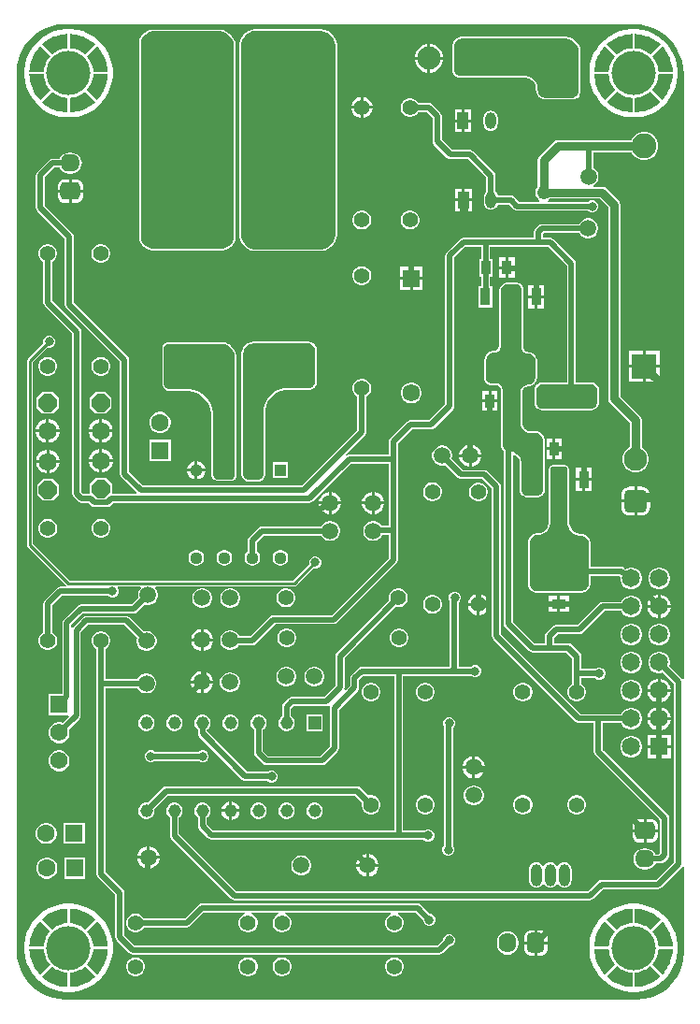
<source format=gtl>
G04*
G04 #@! TF.GenerationSoftware,Altium Limited,Altium Designer,21.3.2 (30)*
G04*
G04 Layer_Physical_Order=1*
G04 Layer_Color=255*
%FSTAX25Y25*%
%MOIN*%
G70*
G04*
G04 #@! TF.SameCoordinates,19385EB9-96A7-4604-B433-F295045984F4*
G04*
G04*
G04 #@! TF.FilePolarity,Positive*
G04*
G01*
G75*
%ADD12C,0.01000*%
%ADD14C,0.02000*%
%ADD21C,0.05906*%
%ADD22R,0.05118X0.03543*%
%ADD23R,0.03740X0.06496*%
%ADD24R,0.12992X0.06496*%
%ADD25R,0.03543X0.05118*%
%ADD65C,0.03000*%
%ADD66C,0.06299*%
%ADD67R,0.06299X0.06299*%
G04:AMPARAMS|DCode=68|XSize=82.68mil|YSize=82.68mil|CornerRadius=20.67mil|HoleSize=0mil|Usage=FLASHONLY|Rotation=180.000|XOffset=0mil|YOffset=0mil|HoleType=Round|Shape=RoundedRectangle|*
%AMROUNDEDRECTD68*
21,1,0.08268,0.04134,0,0,180.0*
21,1,0.04134,0.08268,0,0,180.0*
1,1,0.04134,-0.02067,0.02067*
1,1,0.04134,0.02067,0.02067*
1,1,0.04134,0.02067,-0.02067*
1,1,0.04134,-0.02067,-0.02067*
%
%ADD68ROUNDEDRECTD68*%
%ADD69C,0.08268*%
%ADD70C,0.07874*%
G04:AMPARAMS|DCode=71|XSize=70.87mil|YSize=62.99mil|CornerRadius=15.75mil|HoleSize=0mil|Usage=FLASHONLY|Rotation=180.000|XOffset=0mil|YOffset=0mil|HoleType=Round|Shape=RoundedRectangle|*
%AMROUNDEDRECTD71*
21,1,0.07087,0.03150,0,0,180.0*
21,1,0.03937,0.06299,0,0,180.0*
1,1,0.03150,-0.01968,0.01575*
1,1,0.03150,0.01968,0.01575*
1,1,0.03150,0.01968,-0.01575*
1,1,0.03150,-0.01968,-0.01575*
%
%ADD71ROUNDEDRECTD71*%
%ADD72O,0.07087X0.06299*%
%ADD73C,0.05512*%
%ADD74P,0.07036X8X292.5*%
%ADD75C,0.06500*%
%ADD76R,0.04606X0.04606*%
%ADD77C,0.04606*%
%ADD78C,0.06200*%
%ADD79R,0.06200X0.06200*%
%ADD80C,0.05976*%
%ADD81O,0.03937X0.07874*%
%ADD82C,0.06496*%
%ADD83R,0.06496X0.06496*%
G04:AMPARAMS|DCode=84|XSize=82.68mil|YSize=82.68mil|CornerRadius=20.67mil|HoleSize=0mil|Usage=FLASHONLY|Rotation=90.000|XOffset=0mil|YOffset=0mil|HoleType=Round|Shape=RoundedRectangle|*
%AMROUNDEDRECTD84*
21,1,0.08268,0.04134,0,0,90.0*
21,1,0.04134,0.08268,0,0,90.0*
1,1,0.04134,0.02067,0.02067*
1,1,0.04134,0.02067,-0.02067*
1,1,0.04134,-0.02067,-0.02067*
1,1,0.04134,-0.02067,0.02067*
%
%ADD84ROUNDEDRECTD84*%
%ADD85O,0.03937X0.05906*%
%ADD86R,0.03937X0.05906*%
%ADD87C,0.08858*%
%ADD88R,0.08858X0.08858*%
%ADD89R,0.06299X0.06299*%
G04:AMPARAMS|DCode=90|XSize=70.87mil|YSize=62.99mil|CornerRadius=15.75mil|HoleSize=0mil|Usage=FLASHONLY|Rotation=270.000|XOffset=0mil|YOffset=0mil|HoleType=Round|Shape=RoundedRectangle|*
%AMROUNDEDRECTD90*
21,1,0.07087,0.03150,0,0,270.0*
21,1,0.03937,0.06299,0,0,270.0*
1,1,0.03150,-0.01575,-0.01968*
1,1,0.03150,-0.01575,0.01968*
1,1,0.03150,0.01575,0.01968*
1,1,0.03150,0.01575,-0.01968*
%
%ADD90ROUNDEDRECTD90*%
%ADD91O,0.06299X0.07087*%
%ADD92C,0.15748*%
%ADD93C,0.04835*%
%ADD94R,0.04449X0.04449*%
%ADD95C,0.04449*%
%ADD96R,0.06260X0.06260*%
%ADD97C,0.06260*%
%ADD98C,0.03150*%
%ADD99C,0.02598*%
G36*
X031831Y0412396D02*
X0320588Y0411942D01*
X0322787Y0411196D01*
X032487Y0410169D01*
X0326801Y0408879D01*
X0328547Y0407347D01*
X0330079Y0405601D01*
X0331369Y040367D01*
X0332396Y0401587D01*
X0333142Y0399388D01*
X0333596Y039711D01*
X0333746Y039481D01*
X0333743Y0394793D01*
Y0179154D01*
X0333243Y0179003D01*
X0333147Y0179147D01*
X0328619Y0183675D01*
X0328839Y0184495D01*
Y0185505D01*
X0328577Y0186482D01*
X0328072Y0187357D01*
X0327357Y0188072D01*
X0326482Y0188577D01*
X0325505Y0188839D01*
X0324495D01*
X0323518Y0188577D01*
X0322643Y0188072D01*
X0321928Y0187357D01*
X0321423Y0186482D01*
X0321161Y0185505D01*
Y0184495D01*
X0321423Y0183518D01*
X0321928Y0182643D01*
X0322643Y0181928D01*
X0323518Y0181423D01*
X0324495Y0181161D01*
X0325505D01*
X0326325Y0181381D01*
X0330378Y0177328D01*
Y0113972D01*
X0323928Y0107522D01*
X0305888D01*
X0305528Y0107593D01*
X0304472D01*
X0303851Y010747D01*
X0303325Y0107118D01*
X0299728Y0103522D01*
X0174172D01*
X0153722Y0123972D01*
Y0129795D01*
X0153877Y0129885D01*
X0154416Y0130423D01*
X0154797Y0131083D01*
X0154994Y0131819D01*
Y0132581D01*
X0154797Y0133317D01*
X0154416Y0133977D01*
X0153877Y0134516D01*
X0153217Y0134897D01*
X0152481Y0135094D01*
X0151719D01*
X0150983Y0134897D01*
X0150323Y0134516D01*
X0149785Y0133977D01*
X0149404Y0133317D01*
X0149206Y0132581D01*
Y0131819D01*
X0149404Y0131083D01*
X0149785Y0130423D01*
X0150323Y0129885D01*
X0150478Y0129795D01*
Y01233D01*
X0150602Y0122679D01*
X0150953Y0122153D01*
X0172353Y0100753D01*
X0172879Y0100402D01*
X01735Y0100278D01*
X03004D01*
X0301021Y0100402D01*
X0301547Y0100753D01*
X0305143Y010435D01*
X030524D01*
X03056Y0104278D01*
X03246D01*
X0325221Y0104402D01*
X0325747Y0104753D01*
X0333147Y0112153D01*
X0333243Y0112297D01*
X0333743Y0112146D01*
Y0081483D01*
X0333745Y0081476D01*
X0333603Y0079313D01*
X0333178Y007718D01*
X0332479Y007512D01*
X0331517Y0073169D01*
X0330309Y0071361D01*
X0328875Y0069725D01*
X0327239Y0068291D01*
X0325431Y0067083D01*
X032348Y0066121D01*
X032142Y0065422D01*
X0319287Y0064997D01*
X0317125Y0064855D01*
X0317117Y0064857D01*
X0113239D01*
X0113225Y0064854D01*
X011097Y0065002D01*
X0108739Y0065446D01*
X0106586Y0066177D01*
X0104546Y0067183D01*
X0102655Y0068446D01*
X0100945Y0069946D01*
X0099446Y0071655D01*
X0098183Y0073546D01*
X0097177Y0075586D01*
X0096446Y0077739D01*
X0096002Y007997D01*
X0095854Y0082225D01*
X0095857Y0082239D01*
Y0120025D01*
Y0395652D01*
X0095855Y0395661D01*
X0095999Y0397857D01*
X009643Y0400024D01*
X009714Y0402117D01*
X0098118Y0404099D01*
X0099345Y0405936D01*
X0100803Y0407597D01*
X0102464Y0409055D01*
X0104301Y0410282D01*
X0106283Y041126D01*
X0108376Y041197D01*
X0110543Y0412401D01*
X0112739Y0412545D01*
X0112748Y0412543D01*
X0128D01*
X0315993Y0412543D01*
X031601Y0412546D01*
X031831Y0412396D01*
D02*
G37*
%LPC*%
G36*
X0316912Y0410862D02*
X031588Y0410862D01*
X031588Y0410862D01*
X0314848Y0410862D01*
X0312801Y0410593D01*
X0310807Y0410058D01*
X03089Y0409268D01*
X0307112Y0408236D01*
X0305475Y0406979D01*
X0304015Y040552D01*
X0302758Y0403882D01*
X0301726Y0402094D01*
X0300936Y0400187D01*
X0300402Y0398193D01*
X0300132Y0396146D01*
X0300132Y0395114D01*
X0300132Y0395114D01*
X0300132Y0394082D01*
X0300402Y0392035D01*
X0300936Y0390041D01*
X0301726Y0388134D01*
X0302758Y0386346D01*
X0304015Y0384708D01*
X0305475Y0383249D01*
X0307113Y0381992D01*
X03089Y038096D01*
X0310807Y038017D01*
X0312802Y0379636D01*
X0314848Y0379366D01*
X031588D01*
X0316913Y0379366D01*
X0318959Y0379636D01*
X0320953Y038017D01*
X0322861Y038096D01*
X0324648Y0381992D01*
X0326286Y0383249D01*
X0327746Y0384708D01*
X0329002Y0386346D01*
X0330035Y0388134D01*
X0330824Y0390041D01*
X0331359Y0392035D01*
X0331628Y0394082D01*
X0331628Y0395114D01*
X0331628Y0395114D01*
X0331628Y0395114D01*
X0331628Y0396146D01*
X0331359Y0398193D01*
X0330824Y0400187D01*
X0330034Y0402094D01*
X0329002Y0403882D01*
X0327746Y040552D01*
X0326286Y0406979D01*
X0324648Y0408236D01*
X032286Y0409268D01*
X0320953Y0410058D01*
X0318959Y0410593D01*
X0316912Y0410862D01*
D02*
G37*
G36*
X0115377D02*
X0114345Y0410862D01*
X0114345Y0410862D01*
X0113312Y0410862D01*
X0111266Y0410593D01*
X0109272Y0410058D01*
X0107365Y0409268D01*
X0105577Y0408236D01*
X0103939Y0406979D01*
X010248Y040552D01*
X0101223Y0403882D01*
X0100191Y0402094D01*
X0099401Y0400187D01*
X0098866Y0398193D01*
X0098597Y0396146D01*
X0098597Y0395114D01*
X0098597Y0395114D01*
X0098597Y0394082D01*
X0098866Y0392035D01*
X0099401Y0390041D01*
X0100191Y0388134D01*
X0101223Y0386346D01*
X010248Y0384708D01*
X0103939Y0383249D01*
X0105577Y0381992D01*
X0107365Y038096D01*
X0109272Y038017D01*
X0111266Y0379636D01*
X0113313Y0379366D01*
X0114345D01*
X0115377Y0379366D01*
X0117424Y0379636D01*
X0119418Y038017D01*
X0121325Y038096D01*
X0123113Y0381992D01*
X0124751Y0383249D01*
X012621Y0384708D01*
X0127467Y0386346D01*
X0128499Y0388134D01*
X0129289Y0390041D01*
X0129823Y0392035D01*
X0130093Y0394082D01*
X0130093Y0395114D01*
X0130093Y0395114D01*
X0130093Y0395114D01*
X0130093Y0396146D01*
X0129823Y0398193D01*
X0129289Y0400187D01*
X0128499Y0402094D01*
X0127467Y0403882D01*
X012621Y040552D01*
X012475Y0406979D01*
X0123113Y0408236D01*
X0121325Y0409268D01*
X0119418Y0410058D01*
X0117424Y0410593D01*
X0115377Y0410862D01*
D02*
G37*
G36*
X0204451Y0410839D02*
X02039D01*
X01813Y0410839D01*
X0180778Y0410839D01*
X0180718Y0410814D01*
X0180653Y0410827D01*
X0179629Y0410623D01*
X0179575Y0410587D01*
X0179509D01*
X0178545Y0410187D01*
X0178499Y0410141D01*
X0178434Y0410128D01*
X0177566Y0409548D01*
X017753Y0409494D01*
X0177469Y0409469D01*
X0176731Y0408731D01*
X0176706Y040867D01*
X0176652Y0408634D01*
X0176072Y0407766D01*
X0176059Y0407701D01*
X0176013Y0407655D01*
X0175613Y0406691D01*
Y0406625D01*
X0175577Y0406571D01*
X0175373Y0405547D01*
X0175386Y0405482D01*
X0175361Y0405422D01*
X0175361Y04049D01*
X0175361Y04049D01*
X0175361Y03375D01*
Y0336988D01*
X0175386Y0336927D01*
X0175373Y0336863D01*
X0175573Y0335858D01*
X0175609Y0335804D01*
Y0335739D01*
X0176001Y0334792D01*
X0176048Y0334746D01*
X017606Y0334682D01*
X0176629Y033383D01*
X0176684Y0333794D01*
X0176709Y0333733D01*
X0177433Y0333009D01*
X0177494Y0332984D01*
X017753Y0332929D01*
X0178382Y033236D01*
X0178446Y0332348D01*
X0178492Y0332301D01*
X0179439Y0331909D01*
X0179504D01*
X0179559Y0331873D01*
X0180563Y0331673D01*
X0180627Y0331686D01*
X0180688Y0331661D01*
X01812Y0331661D01*
X01812Y0331661D01*
X02039Y0331661D01*
X0204451Y0331661D01*
X0204512Y0331686D01*
X0204576Y0331673D01*
X0205658Y0331888D01*
X0205713Y0331925D01*
X0205778D01*
X0206797Y0332347D01*
X0206843Y0332393D01*
X0206908Y0332406D01*
X0207825Y0333019D01*
X0207861Y0333073D01*
X0207922Y0333098D01*
X0208702Y0333878D01*
X0208727Y0333939D01*
X0208781Y0333975D01*
X0209394Y0334892D01*
X0209407Y0334957D01*
X0209453Y0335003D01*
X0209875Y0336022D01*
Y0336087D01*
X0209912Y0336142D01*
X0210127Y0337224D01*
X0210114Y0337288D01*
X0210139Y0337348D01*
X0210139Y03379D01*
X0210139Y03379D01*
Y04046D01*
Y0405152D01*
X0210114Y0405212D01*
X0210127Y0405276D01*
X0209912Y0406358D01*
X0209875Y0406413D01*
Y0406478D01*
X0209453Y0407497D01*
X0209407Y0407544D01*
X0209394Y0407608D01*
X0208781Y0408525D01*
X0208727Y0408561D01*
X0208702Y0408622D01*
X0207922Y0409402D01*
X0207861Y0409427D01*
X0207825Y0409481D01*
X0206908Y0410094D01*
X0206843Y0410107D01*
X0206797Y0410153D01*
X0205778Y0410575D01*
X0205713D01*
X0205658Y0410612D01*
X0204576Y0410827D01*
X0204512Y0410814D01*
X0204451Y0410839D01*
D02*
G37*
G36*
X0168351Y0410639D02*
X01678Y0410639D01*
X01447Y0410639D01*
X01447Y0410639D01*
X0144247D01*
X0144186Y0410614D01*
X0144122Y0410627D01*
X0143234Y041045D01*
X0143179Y0410414D01*
X0143114D01*
X0142276Y0410067D01*
X014223Y0410021D01*
X0142166Y0410008D01*
X0141412Y0409505D01*
X0141376Y040945D01*
X0141316Y0409425D01*
X0140675Y0408784D01*
X014065Y0408724D01*
X0140595Y0408687D01*
X0140092Y0407934D01*
X0140079Y040787D01*
X0140033Y0407824D01*
X0139686Y0406986D01*
Y0406921D01*
X013965Y0406866D01*
X0139473Y0405978D01*
X0139486Y0405913D01*
X0139461Y0405853D01*
Y04054D01*
Y03371D01*
X0139461Y03371D01*
X0139461Y0336647D01*
X0139486Y0336586D01*
X0139473Y0336522D01*
X013965Y0335633D01*
X0139686Y0335579D01*
Y0335514D01*
X0140033Y0334677D01*
X0140079Y033463D01*
X0140092Y0334566D01*
X0140595Y0333812D01*
X014065Y0333776D01*
X0140675Y0333716D01*
X0141316Y0333075D01*
X0141376Y033305D01*
X0141412Y0332995D01*
X0142166Y0332492D01*
X014223Y0332479D01*
X0142276Y0332433D01*
X0143114Y0332086D01*
X0143179D01*
X0143234Y033205D01*
X0144122Y0331873D01*
X0144186Y0331886D01*
X0144247Y0331861D01*
X01447Y0331861D01*
X01687D01*
X01687Y0331861D01*
X01687Y0331861D01*
X0169163Y0331861D01*
X0169224Y0331886D01*
X0169288Y0331873D01*
X0170196Y0332054D01*
X017025Y033209D01*
X0170316D01*
X0171171Y0332444D01*
X0171217Y0332491D01*
X0171281Y0332503D01*
X0172051Y0333018D01*
X0172088Y0333072D01*
X0172148Y0333097D01*
X0172803Y0333752D01*
X0172828Y0333812D01*
X0172882Y0333849D01*
X0173397Y0334619D01*
X0173409Y0334683D01*
X0173456Y0334729D01*
X017381Y0335584D01*
Y033565D01*
X0173846Y0335704D01*
X0174027Y0336612D01*
X0174014Y0336677D01*
X0174039Y0336737D01*
X0174039Y03372D01*
X0174039Y04044D01*
X0174039Y04044D01*
X0174039Y0404951D01*
X0174014Y0405012D01*
X0174027Y0405076D01*
X0173812Y0406158D01*
X0173775Y0406213D01*
Y0406278D01*
X0173353Y0407297D01*
X0173307Y0407343D01*
X0173294Y0407408D01*
X0172681Y0408325D01*
X0172627Y0408361D01*
X0172602Y0408422D01*
X0171822Y0409202D01*
X0171761Y0409227D01*
X0171725Y0409281D01*
X0170808Y0409894D01*
X0170744Y0409907D01*
X0170697Y0409953D01*
X0169678Y0410375D01*
X0169613D01*
X0169558Y0410412D01*
X0168476Y0410627D01*
X0168412Y0410614D01*
X0168351Y0410639D01*
D02*
G37*
G36*
X0291893Y0408039D02*
X0254334D01*
X0254274Y0408014D01*
X0254209Y0408027D01*
X0253688Y0407923D01*
X0253633Y0407887D01*
X0253568D01*
X0253076Y0407683D01*
X025303Y0407637D01*
X0252966Y0407624D01*
X0252524Y0407329D01*
X0252487Y0407274D01*
X0252427Y0407249D01*
X0252051Y0406873D01*
X0252026Y0406813D01*
X0251971Y0406776D01*
X0251676Y0406334D01*
X0251663Y040627D01*
X0251617Y0406223D01*
X0251413Y0405732D01*
Y0405667D01*
X0251377Y0405612D01*
X0251273Y0405091D01*
X0251286Y0405026D01*
X0251261Y0404966D01*
Y0395862D01*
X0251309Y0395745D01*
Y0395618D01*
X0251644Y0394809D01*
X0251734Y0394719D01*
X0251783Y0394602D01*
X0252402Y0393983D01*
X0252519Y0393934D01*
X0252609Y0393844D01*
X0253418Y039351D01*
X0253545D01*
X0253662Y0393461D01*
X0277184D01*
X0277563Y0393442D01*
X027832Y0393292D01*
X0279018Y0393002D01*
X0279647Y0392582D01*
X0280182Y0392047D01*
X0280602Y0391419D01*
X0280892Y039072D01*
X0281042Y0389963D01*
X0281061Y0389584D01*
Y0389004D01*
X0281086Y0388944D01*
X0281073Y038888D01*
X0281188Y03883D01*
X0281225Y0388246D01*
Y038818D01*
X0281451Y0387634D01*
X0281497Y0387588D01*
X028151Y0387524D01*
X0281838Y0387033D01*
X0281893Y0386996D01*
X0281918Y0386936D01*
X0282336Y0386518D01*
X0282396Y0386493D01*
X0282433Y0386438D01*
X0282924Y038611D01*
X0282988Y0386097D01*
X0283034Y0386051D01*
X028358Y0385825D01*
X0283646D01*
X02837Y0385788D01*
X028428Y0385673D01*
X0284344Y0385686D01*
X0284404Y0385661D01*
X0294397D01*
X0294515Y038571D01*
X0294642D01*
X0295561Y038609D01*
X0295651Y038618D01*
X0295768Y0386229D01*
X0296471Y0386932D01*
X029652Y0387049D01*
X029661Y0387139D01*
X029699Y0388058D01*
Y0388185D01*
X0297039Y0388303D01*
Y03888D01*
Y04024D01*
Y0402892D01*
X0297014Y0402953D01*
X0297027Y0403017D01*
X0296835Y0403983D01*
X0296798Y0404038D01*
Y0404103D01*
X0296422Y0405013D01*
X0296375Y0405059D01*
X0296362Y0405124D01*
X0295815Y0405942D01*
X0295761Y0405979D01*
X0295736Y0406039D01*
X0295039Y0406736D01*
X0294979Y0406761D01*
X0294942Y0406815D01*
X0294124Y0407362D01*
X0294059Y0407375D01*
X0294013Y0407421D01*
X0293103Y0407798D01*
X0293038D01*
X0292983Y0407835D01*
X0292017Y0408027D01*
X0291953Y0408014D01*
X0291893Y0408039D01*
D02*
G37*
G36*
X0243576Y0405569D02*
X02434D01*
Y0400936D01*
X0248034D01*
Y0401111D01*
X0247684Y0402417D01*
X0247008Y0403588D01*
X0246052Y0404544D01*
X0244882Y040522D01*
X0243576Y0405569D01*
D02*
G37*
G36*
X02424D02*
X0242224D01*
X0240918Y040522D01*
X0239748Y0404544D01*
X0238792Y0403588D01*
X0238116Y0402417D01*
X0237766Y0401111D01*
Y0400936D01*
X02424D01*
Y0405569D01*
D02*
G37*
G36*
X0248034Y0399936D02*
X02434D01*
Y0395302D01*
X0243576D01*
X0244882Y0395652D01*
X0246052Y0396327D01*
X0247008Y0397283D01*
X0247684Y0398454D01*
X0248034Y039976D01*
Y0399936D01*
D02*
G37*
G36*
X02424D02*
X0237766D01*
Y039976D01*
X0238116Y0398454D01*
X0238792Y0397283D01*
X0239748Y0396327D01*
X0240918Y0395652D01*
X0242224Y0395302D01*
X02424D01*
Y0399936D01*
D02*
G37*
G36*
X02195Y0386612D02*
Y0383358D01*
X0222754D01*
X02225Y0384307D01*
X0222006Y0385164D01*
X0221306Y0385863D01*
X022045Y0386357D01*
X02195Y0386612D01*
D02*
G37*
G36*
X02185D02*
X021755Y0386357D01*
X0216694Y0385863D01*
X0215995Y0385164D01*
X02155Y0384307D01*
X0215246Y0383358D01*
X02185D01*
Y0386612D01*
D02*
G37*
G36*
X0222754Y0382358D02*
X02195D01*
Y0379103D01*
X022045Y0379358D01*
X0221306Y0379852D01*
X0222006Y0380551D01*
X02225Y0381408D01*
X0222754Y0382358D01*
D02*
G37*
G36*
X02185D02*
X0215246D01*
X02155Y0381408D01*
X0215995Y0380551D01*
X0216694Y0379852D01*
X021755Y0379358D01*
X02185Y0379103D01*
Y0382358D01*
D02*
G37*
G36*
X0258026Y0382074D02*
X0255557D01*
Y0378621D01*
X0258026D01*
Y0382074D01*
D02*
G37*
G36*
X0254557D02*
X0252089D01*
Y0378621D01*
X0254557D01*
Y0382074D01*
D02*
G37*
G36*
X02649Y0381687D02*
X0264232Y0381599D01*
X0263609Y0381341D01*
X0263075Y0380931D01*
X0262665Y0380396D01*
X0262407Y0379774D01*
X0262319Y0379105D01*
Y0377137D01*
X0262407Y0376469D01*
X0262665Y0375846D01*
X0263075Y0375312D01*
X0263609Y0374902D01*
X0264232Y0374644D01*
X02649Y0374556D01*
X0265568Y0374644D01*
X0266191Y0374902D01*
X0266725Y0375312D01*
X0267135Y0375846D01*
X0267393Y0376469D01*
X0267481Y0377137D01*
Y0379105D01*
X0267393Y0379774D01*
X0267135Y0380396D01*
X0266725Y0380931D01*
X0266191Y0381341D01*
X0265568Y0381599D01*
X02649Y0381687D01*
D02*
G37*
G36*
X0258026Y0377621D02*
X0255557D01*
Y0374168D01*
X0258026D01*
Y0377621D01*
D02*
G37*
G36*
X0254557D02*
X0252089D01*
Y0374168D01*
X0254557D01*
Y0377621D01*
D02*
G37*
G36*
X0236541Y0386204D02*
X0235659D01*
X0234808Y0385976D01*
X0234045Y0385535D01*
X0233422Y0384912D01*
X0232982Y0384149D01*
X0232753Y0383298D01*
Y0382417D01*
X0232982Y0381566D01*
X0233422Y0380803D01*
X0234045Y038018D01*
X0234808Y0379739D01*
X0235659Y0379511D01*
X0236541D01*
X0237392Y0379739D01*
X0238155Y038018D01*
X0238778Y0380803D01*
X0239028Y0381236D01*
X0242071D01*
X0244178Y0379128D01*
Y03708D01*
X0244302Y0370179D01*
X0244653Y0369653D01*
X0249353Y0364953D01*
X0249879Y0364602D01*
X02505Y0364478D01*
X0256828D01*
X0263378Y0357928D01*
Y0352866D01*
X0263175Y0352709D01*
X0262765Y0352175D01*
X0262507Y0351552D01*
X0262419Y0350884D01*
Y0348916D01*
X0262507Y0348248D01*
X0262765Y0347625D01*
X0263175Y0347091D01*
X0263709Y034668D01*
X0264332Y0346423D01*
X0265Y0346335D01*
X0265668Y0346423D01*
X0266291Y034668D01*
X0266825Y0347091D01*
X0267235Y0347625D01*
X0267493Y0348248D01*
X0267497Y0348278D01*
X0271428D01*
X0273226Y034648D01*
X0273752Y0346129D01*
X0274373Y0346005D01*
X0299632D01*
X0299846Y0345791D01*
X0300642Y0345462D01*
X0301504D01*
X0302299Y0345791D01*
X0302909Y03464D01*
X0303238Y0347196D01*
Y0348058D01*
X0302909Y0348854D01*
X0302299Y0349463D01*
X0301504Y0349792D01*
X0300642D01*
X0299846Y0349463D01*
X0299632Y0349249D01*
X0285362D01*
X0285314Y034932D01*
X0285467Y0349985D01*
X0285688Y0350113D01*
X0285963Y0350388D01*
X0303797D01*
X0306869Y0347317D01*
Y0279D01*
X0306869Y0279D01*
X0307031Y0278184D01*
X0307493Y0277493D01*
X0314483Y0270503D01*
Y0261725D01*
X0313713Y0261281D01*
X0312834Y0260401D01*
X0312212Y0259324D01*
X031189Y0258122D01*
Y0256878D01*
X0312212Y0255677D01*
X0312834Y0254599D01*
X0313713Y025372D01*
X0314791Y0253098D01*
X0315992Y0252776D01*
X0317236D01*
X0318438Y0253098D01*
X0319515Y025372D01*
X0320395Y0254599D01*
X0321017Y0255677D01*
X0321339Y0256878D01*
Y0258122D01*
X0321017Y0259324D01*
X0320395Y0260401D01*
X0319515Y0261281D01*
X0318746Y0261725D01*
Y0271386D01*
X0318746Y0271386D01*
X0318583Y0272201D01*
X0318122Y0272893D01*
X0318121Y0272893D01*
X0311132Y0279883D01*
Y03482D01*
X0310969Y0349016D01*
X0310507Y0349707D01*
X0310507Y0349707D01*
X0306188Y0354027D01*
X0305496Y0354489D01*
X030468Y0354651D01*
X030468Y0354651D01*
X0301567D01*
X0301433Y0355151D01*
X0301976Y0355465D01*
X0302635Y0356124D01*
X0303102Y0356932D01*
X0303343Y0357834D01*
Y0358767D01*
X0303102Y0359668D01*
X0302635Y0360476D01*
X0301976Y0361135D01*
X0301422Y0361455D01*
Y0366933D01*
X0315134D01*
X0315683Y0365982D01*
X0316618Y0365048D01*
X0317762Y0364387D01*
X0319039Y0364045D01*
X0320361D01*
X0321638Y0364387D01*
X0322782Y0365048D01*
X0323717Y0365982D01*
X0324378Y0367127D01*
X032472Y0368404D01*
Y0369725D01*
X0324378Y0371002D01*
X0323717Y0372147D01*
X0322782Y0373081D01*
X0321638Y0373742D01*
X0320361Y0374084D01*
X0319039D01*
X0317762Y0373742D01*
X0316618Y0373081D01*
X0315683Y0372147D01*
X0315134Y0371196D01*
X0288765D01*
X0288765Y0371196D01*
X0287949Y0371034D01*
X0287257Y0370572D01*
X0282334Y0365648D01*
X0281872Y0364957D01*
X0281709Y0364141D01*
X0281709Y0364141D01*
Y0354642D01*
X0281434Y0354367D01*
X0281038Y0353681D01*
X0280833Y0352916D01*
Y0352124D01*
X0281038Y0351359D01*
X0281434Y0350673D01*
X0281994Y0350113D01*
X0282215Y0349985D01*
X0282368Y034932D01*
X028232Y0349249D01*
X0275045D01*
X0273247Y0351047D01*
X0272721Y0351398D01*
X02721Y0351522D01*
X0267497D01*
X0267493Y0351552D01*
X0267235Y0352175D01*
X0266825Y0352709D01*
X0266622Y0352866D01*
Y03586D01*
X0266498Y0359221D01*
X0266147Y0359747D01*
X0258647Y0367247D01*
X0258121Y0367598D01*
X02575Y0367722D01*
X0251172D01*
X0247422Y0371472D01*
Y03798D01*
X0247298Y0380421D01*
X0246947Y0380947D01*
X0243889Y0384004D01*
X0243363Y0384356D01*
X0242742Y0384479D01*
X0239028D01*
X0238778Y0384912D01*
X0238155Y0385535D01*
X0237392Y0385976D01*
X0236541Y0386204D01*
D02*
G37*
G36*
X0115394Y0366772D02*
X0114606D01*
X011363Y0366644D01*
X011272Y0366267D01*
X0111939Y0365668D01*
X0111339Y0364886D01*
X011123Y0364622D01*
X01086D01*
X0107979Y0364498D01*
X0107453Y0364147D01*
X0103153Y0359847D01*
X0102802Y0359321D01*
X0102678Y03587D01*
Y0347D01*
X0102802Y0346379D01*
X0103153Y0345853D01*
X0112978Y0336028D01*
Y03126D01*
X0113102Y0311979D01*
X0113453Y0311453D01*
X0132678Y0292228D01*
Y02522D01*
X0132802Y0251579D01*
X0133153Y0251053D01*
X0138585Y0245622D01*
X0138378Y0245122D01*
X0129744D01*
Y0248877D01*
X0127824Y0250797D01*
X0123983D01*
X0122063Y0248877D01*
Y0245122D01*
X0119572D01*
X0118922Y0245772D01*
Y03029D01*
X0118798Y0303521D01*
X0118447Y0304047D01*
X0108525Y0313969D01*
Y0327852D01*
X0108958Y0328101D01*
X0109581Y0328725D01*
X0110021Y0329488D01*
X011025Y0330339D01*
Y033122D01*
X0110021Y0332071D01*
X0109581Y0332834D01*
X0108958Y0333457D01*
X0108195Y0333898D01*
X0107344Y0334126D01*
X0106463D01*
X0105612Y0333898D01*
X0104848Y0333457D01*
X0104225Y0332834D01*
X0103785Y0332071D01*
X0103557Y033122D01*
Y0330339D01*
X0103785Y0329488D01*
X0104225Y0328725D01*
X0104848Y0328101D01*
X0105281Y0327852D01*
Y0313297D01*
X0105405Y0312676D01*
X0105756Y031215D01*
X0115678Y0302228D01*
Y02451D01*
X0115802Y0244479D01*
X0116153Y0243953D01*
X0117753Y0242353D01*
X0118279Y0242002D01*
X01189Y0241878D01*
X0121564D01*
X0122473Y024097D01*
X0122999Y0240618D01*
X0123619Y0240495D01*
X0128187D01*
X0128808Y0240618D01*
X0129334Y024097D01*
X0130243Y0241878D01*
X02004D01*
X0201021Y0242002D01*
X0201547Y0242353D01*
X021509Y0255896D01*
X0228578D01*
Y0233822D01*
X0225978D01*
X0225835Y0234068D01*
X0225176Y0234728D01*
X0224368Y0235194D01*
X0223466Y0235436D01*
X0222533D01*
X0221632Y0235194D01*
X0220824Y0234728D01*
X0220165Y0234068D01*
X0219698Y023326D01*
X0219457Y0232359D01*
Y0231426D01*
X0219698Y0230525D01*
X0220165Y0229717D01*
X0220824Y0229057D01*
X0221632Y0228591D01*
X0222533Y0228349D01*
X0223466D01*
X0224368Y0228591D01*
X0225176Y0229057D01*
X0225835Y0229717D01*
X0226302Y0230525D01*
X0226316Y0230578D01*
X0228578D01*
Y0222172D01*
X0208328Y0201922D01*
X01874D01*
X0186779Y0201798D01*
X0186253Y0201447D01*
X0179228Y0194422D01*
X0175311D01*
X017487Y0195186D01*
X017421Y0195846D01*
X0173402Y0196312D01*
X0172501Y0196554D01*
X0171568D01*
X0170667Y0196312D01*
X0169859Y0195846D01*
X0169199Y0195186D01*
X0168733Y0194378D01*
X0168491Y0193477D01*
Y0192544D01*
X0168733Y0191643D01*
X0169199Y0190835D01*
X0169859Y0190175D01*
X0170667Y0189709D01*
X0171568Y0189467D01*
X0172501D01*
X0173402Y0189709D01*
X017421Y0190175D01*
X017487Y0190835D01*
X0175068Y0191178D01*
X01799D01*
X0180521Y0191302D01*
X0181047Y0191653D01*
X0188072Y0198678D01*
X0209D01*
X0209621Y0198802D01*
X0210147Y0199153D01*
X0231347Y0220353D01*
X0231698Y0220879D01*
X0231822Y02215D01*
Y02322D01*
Y0257518D01*
Y0263028D01*
X0236972Y0268178D01*
X02437D01*
X0244321Y0268302D01*
X0244847Y0268653D01*
X0251447Y0275253D01*
X0251798Y0275779D01*
X0251922Y02764D01*
Y0329328D01*
X0255772Y0333178D01*
X0261478D01*
Y032895D01*
X0260798D01*
Y032265D01*
X0261478D01*
Y0319239D01*
X0260529D01*
Y0311561D01*
X026545D01*
Y0319239D01*
X0264722D01*
Y032265D01*
X0265522D01*
Y032895D01*
X0264722D01*
Y0333178D01*
X0285528D01*
X0292078Y0326628D01*
Y0284739D01*
X0283307Y0284739D01*
X0282887Y0284749D01*
X0282769Y0284703D01*
X0282641Y0284705D01*
X0281845Y0284396D01*
X0281753Y0284308D01*
X0281634Y0284262D01*
X0281016Y0283671D01*
X0280965Y0283555D01*
X0280873Y0283467D01*
X0280548Y0282729D01*
X0280546Y0282614D01*
X0280495Y028251D01*
X0280466Y0282039D01*
X0280473Y0282019D01*
X0280465Y0282D01*
Y0277359D01*
X0280514Y0277241D01*
Y0277114D01*
X0280848Y0276307D01*
X0280938Y0276217D01*
X0280986Y02761D01*
X0281604Y0275482D01*
X0281722Y0275434D01*
X0281812Y0275344D01*
X0282619Y0275009D01*
X0282746D01*
X0282863Y0274961D01*
X02833Y0274961D01*
X0300704D01*
X0301141Y0274961D01*
X0301258Y0275009D01*
X0301386D01*
X0302193Y0275344D01*
X0302283Y0275434D01*
X03024Y0275482D01*
X0303018Y02761D01*
X0303066Y0276217D01*
X0303156Y0276307D01*
X030349Y0277114D01*
Y0277241D01*
X0303539Y0277359D01*
X0303539Y0277796D01*
X0303539Y0277796D01*
X0303539Y02808D01*
X0303539Y0282D01*
X0303539Y0282418D01*
X0303491Y0282535D01*
Y0282662D01*
X0303171Y0283434D01*
X0303081Y0283524D01*
X0303032Y0283642D01*
X0302442Y0284232D01*
X0302324Y0284281D01*
X0302234Y0284371D01*
X0301511Y028467D01*
X0301398Y028467D01*
X0301295Y0284718D01*
X030083Y0284738D01*
X0300816Y0284733D01*
X0300802Y0284739D01*
X03008D01*
X03008Y0284739D01*
X0295322D01*
Y03273D01*
X0295198Y0327921D01*
X0294847Y0328447D01*
X0287347Y0335947D01*
X0286821Y0336298D01*
X02862Y0336422D01*
X0283622D01*
Y0337857D01*
X0283843Y0338078D01*
X0296603D01*
X0296865Y0337624D01*
X0297524Y0336965D01*
X0298332Y0336498D01*
X0299234Y0336257D01*
X0300167D01*
X0301068Y0336498D01*
X0301876Y0336965D01*
X0302535Y0337624D01*
X0303002Y0338432D01*
X0303243Y0339334D01*
Y0340266D01*
X0303002Y0341168D01*
X0302535Y0341976D01*
X0301876Y0342635D01*
X0301068Y0343102D01*
X0300167Y0343343D01*
X0299234D01*
X0298332Y0343102D01*
X0297524Y0342635D01*
X0296865Y0341976D01*
X0296487Y0341322D01*
X0283172D01*
X0282551Y0341198D01*
X0282025Y0340847D01*
X0280853Y0339675D01*
X0280502Y0339149D01*
X0280378Y0338528D01*
Y0336422D01*
X02551D01*
X0254479Y0336298D01*
X0253953Y0335947D01*
X0249153Y0331147D01*
X0248802Y0330621D01*
X0248678Y033D01*
Y0277072D01*
X0243028Y0271422D01*
X02363D01*
X0235679Y0271298D01*
X0235153Y0270947D01*
X0229053Y0264847D01*
X0228702Y0264321D01*
X0228578Y02637D01*
Y025914D01*
X0214418D01*
X0213798Y0259016D01*
X0213555Y0258854D01*
X0213236Y0259243D01*
X0220147Y0266153D01*
X0220498Y0266679D01*
X0220622Y02673D01*
Y0279893D01*
X0221055Y0280143D01*
X0221678Y0280767D01*
X0222118Y028153D01*
X0222346Y0282381D01*
Y0283262D01*
X0222118Y0284113D01*
X0221678Y0284876D01*
X0221055Y0285499D01*
X0220292Y028594D01*
X0219441Y0286168D01*
X0218559D01*
X0217708Y028594D01*
X0216945Y0285499D01*
X0216322Y0284876D01*
X0215882Y0284113D01*
X0215653Y0283262D01*
Y0282381D01*
X0215882Y028153D01*
X0216322Y0280767D01*
X0216945Y0280143D01*
X0217378Y0279893D01*
Y0267972D01*
X0197428Y0248022D01*
X0140772D01*
X0135922Y0252872D01*
Y02929D01*
X0135798Y0293521D01*
X0135447Y0294047D01*
X0116222Y0313272D01*
Y03367D01*
X0116098Y0337321D01*
X0115747Y0337847D01*
X0105922Y0347672D01*
Y0358028D01*
X0109272Y0361378D01*
X011123D01*
X0111339Y0361114D01*
X0111939Y0360332D01*
X011272Y0359733D01*
X011363Y0359356D01*
X0114606Y0359228D01*
X0115394D01*
X011637Y0359356D01*
X011728Y0359733D01*
X0118061Y0360332D01*
X0118661Y0361114D01*
X0119038Y0362024D01*
X0119166Y0363D01*
X0119038Y0363976D01*
X0118661Y0364886D01*
X0118061Y0365668D01*
X011728Y0366267D01*
X011637Y0366644D01*
X0115394Y0366772D01*
D02*
G37*
G36*
X0116969Y0357172D02*
X01155D01*
Y03535D01*
X0119565D01*
Y0354575D01*
X0119477Y0355247D01*
X0119218Y0355873D01*
X0118805Y0356411D01*
X0118267Y0356824D01*
X0117641Y0357083D01*
X0116969Y0357172D01*
D02*
G37*
G36*
X01145D02*
X0113031D01*
X0112359Y0357083D01*
X0111733Y0356824D01*
X0111195Y0356411D01*
X0110782Y0355873D01*
X0110523Y0355247D01*
X0110434Y0354575D01*
Y03535D01*
X01145D01*
Y0357172D01*
D02*
G37*
G36*
X0258126Y0353853D02*
X0255658D01*
Y03504D01*
X0258126D01*
Y0353853D01*
D02*
G37*
G36*
X0254658D02*
X0252189D01*
Y03504D01*
X0254658D01*
Y0353853D01*
D02*
G37*
G36*
X0119565Y03525D02*
X01155D01*
Y0348828D01*
X0116969D01*
X0117641Y0348917D01*
X0118267Y0349176D01*
X0118805Y0349589D01*
X0119218Y0350127D01*
X0119477Y0350753D01*
X0119565Y0351425D01*
Y03525D01*
D02*
G37*
G36*
X01145D02*
X0110434D01*
Y0351425D01*
X0110523Y0350753D01*
X0110782Y0350127D01*
X0111195Y0349589D01*
X0111733Y0349176D01*
X0112359Y0348917D01*
X0113031Y0348828D01*
X01145D01*
Y03525D01*
D02*
G37*
G36*
X0258126Y03494D02*
X0255658D01*
Y0345947D01*
X0258126D01*
Y03494D01*
D02*
G37*
G36*
X0254658D02*
X0252189D01*
Y0345947D01*
X0254658D01*
Y03494D01*
D02*
G37*
G36*
X0236541Y0346046D02*
X0235659D01*
X0234808Y0345818D01*
X0234045Y0345378D01*
X0233422Y0344755D01*
X0232982Y0343992D01*
X0232753Y0343141D01*
Y0342259D01*
X0232982Y0341408D01*
X0233422Y0340645D01*
X0234045Y0340022D01*
X0234808Y0339582D01*
X0235659Y0339353D01*
X0236541D01*
X0237392Y0339582D01*
X0238155Y0340022D01*
X0238778Y0340645D01*
X0239218Y0341408D01*
X0239446Y0342259D01*
Y0343141D01*
X0239218Y0343992D01*
X0238778Y0344755D01*
X0238155Y0345378D01*
X0237392Y0345818D01*
X0236541Y0346046D01*
D02*
G37*
G36*
X0219441D02*
X0218559D01*
X0217708Y0345818D01*
X0216945Y0345378D01*
X0216322Y0344755D01*
X0215882Y0343992D01*
X0215653Y0343141D01*
Y0342259D01*
X0215882Y0341408D01*
X0216322Y0340645D01*
X0216945Y0340022D01*
X0217708Y0339582D01*
X0218559Y0339353D01*
X0219441D01*
X0220292Y0339582D01*
X0221055Y0340022D01*
X0221678Y0340645D01*
X0222118Y0341408D01*
X0222346Y0342259D01*
Y0343141D01*
X0222118Y0343992D01*
X0221678Y0344755D01*
X0221055Y0345378D01*
X0220292Y0345818D01*
X0219441Y0346046D01*
D02*
G37*
G36*
X0126244Y0334126D02*
X0125363D01*
X0124512Y0333898D01*
X0123748Y0333457D01*
X0123125Y0332834D01*
X0122685Y0332071D01*
X0122457Y033122D01*
Y0330339D01*
X0122685Y0329488D01*
X0123125Y0328725D01*
X0123748Y0328101D01*
X0124512Y0327661D01*
X0125363Y0327433D01*
X0126244D01*
X0127095Y0327661D01*
X0127858Y0328101D01*
X0128481Y0328725D01*
X0128921Y0329488D01*
X012915Y0330339D01*
Y033122D01*
X0128921Y0332071D01*
X0128481Y0332834D01*
X0127858Y0333457D01*
X0127095Y0333898D01*
X0126244Y0334126D01*
D02*
G37*
G36*
X0273412Y0329359D02*
X027114D01*
Y03263D01*
X0273412D01*
Y0329359D01*
D02*
G37*
G36*
X027014D02*
X0267868D01*
Y03263D01*
X027014D01*
Y0329359D01*
D02*
G37*
G36*
X024073Y0326017D02*
X02371D01*
Y0322387D01*
X024073D01*
Y0326017D01*
D02*
G37*
G36*
X02361D02*
X023247D01*
Y0322387D01*
X02361D01*
Y0326017D01*
D02*
G37*
G36*
X0273412Y03253D02*
X027114D01*
Y0322241D01*
X0273412D01*
Y03253D01*
D02*
G37*
G36*
X027014D02*
X0267868D01*
Y0322241D01*
X027014D01*
Y03253D01*
D02*
G37*
G36*
X0219441Y0326325D02*
X0218559D01*
X0217708Y0326097D01*
X0216945Y0325657D01*
X0216322Y0325033D01*
X0215882Y032427D01*
X0215653Y0323419D01*
Y0322538D01*
X0215882Y0321687D01*
X0216322Y0320924D01*
X0216945Y0320301D01*
X0217708Y031986D01*
X0218559Y0319632D01*
X0219441D01*
X0220292Y031986D01*
X0221055Y0320301D01*
X0221678Y0320924D01*
X0222118Y0321687D01*
X0222346Y0322538D01*
Y0323419D01*
X0222118Y032427D01*
X0221678Y0325033D01*
X0221055Y0325657D01*
X0220292Y0326097D01*
X0219441Y0326325D01*
D02*
G37*
G36*
X024073Y0321387D02*
X02371D01*
Y0317758D01*
X024073D01*
Y0321387D01*
D02*
G37*
G36*
X02361D02*
X023247D01*
Y0317758D01*
X02361D01*
Y0321387D01*
D02*
G37*
G36*
X028397Y0319648D02*
X02816D01*
Y03159D01*
X028397D01*
Y0319648D01*
D02*
G37*
G36*
X02806D02*
X027823D01*
Y03159D01*
X02806D01*
Y0319648D01*
D02*
G37*
G36*
X028397Y03149D02*
X02816D01*
Y0311152D01*
X028397D01*
Y03149D01*
D02*
G37*
G36*
X02806D02*
X027823D01*
Y0311152D01*
X02806D01*
Y03149D01*
D02*
G37*
G36*
X0194302Y0299439D02*
X0194301Y0299439D01*
X01943Y0299439D01*
X0180206D01*
X0180146Y0299414D01*
X0180081Y0299427D01*
X0179308Y0299273D01*
X0179254Y0299237D01*
X0179189D01*
X0178461Y0298935D01*
X0178414Y0298889D01*
X017835Y0298876D01*
X0177695Y0298439D01*
X0177659Y0298384D01*
X0177598Y0298359D01*
X0177041Y0297802D01*
X0177016Y0297741D01*
X0176962Y0297705D01*
X0176524Y029705D01*
X0176511Y0296986D01*
X0176465Y0296939D01*
X0176163Y0296211D01*
Y0296146D01*
X0176127Y0296091D01*
X0175973Y0295319D01*
X0175986Y0295254D01*
X0175961Y0295194D01*
Y02948D01*
Y02526D01*
X0175961Y0252123D01*
X0176009Y0252005D01*
Y0251878D01*
X0176375Y0250996D01*
X0176465Y0250906D01*
X0176513Y0250788D01*
X0177188Y0250113D01*
X0177306Y0250065D01*
X0177396Y0249975D01*
X0178278Y0249609D01*
X0178405D01*
X0178523Y0249561D01*
X0179Y0249561D01*
X01819D01*
X0182278Y0249561D01*
X0182395Y0249609D01*
X0182522D01*
X0183221Y0249899D01*
X0183311Y0249989D01*
X0183428Y0250037D01*
X0183963Y0250572D01*
X0184011Y0250689D01*
X0184101Y0250779D01*
X018439Y0251477D01*
Y0251605D01*
X0184439Y0251722D01*
X0184439Y02521D01*
X0184439Y02521D01*
Y0274284D01*
X0184477Y0275045D01*
X0184776Y0276552D01*
X0185358Y0277957D01*
X0186203Y0279221D01*
X0187278Y0280297D01*
X0188543Y0281142D01*
X0189948Y0281724D01*
X0191455Y0282023D01*
X0192216Y0282061D01*
X0199956Y0282061D01*
X0200017Y0282086D01*
X0200081Y0282073D01*
X0200583Y0282173D01*
X0200638Y0282209D01*
X0200703D01*
X0201176Y0282405D01*
X0201222Y0282452D01*
X0201287Y0282464D01*
X0201712Y0282749D01*
X0201749Y0282803D01*
X0201809Y0282828D01*
X0202171Y0283191D01*
X0202197Y0283251D01*
X0202251Y0283288D01*
X0202536Y0283713D01*
X0202548Y0283777D01*
X0202595Y0283824D01*
X0202791Y0284297D01*
Y0284362D01*
X0202827Y0284417D01*
X0202927Y0284919D01*
X0202914Y0284983D01*
X0202939Y0285044D01*
Y0296477D01*
X0202914Y0296537D01*
X0202927Y0296601D01*
X0202829Y0297096D01*
X0202792Y029715D01*
Y0297216D01*
X0202599Y0297682D01*
X0202553Y0297728D01*
X020254Y0297792D01*
X020226Y0298212D01*
X0202206Y0298248D01*
X0202181Y0298308D01*
X0201824Y0298665D01*
X0201763Y029869D01*
X0201727Y0298744D01*
X0201308Y0299025D01*
X0201244Y0299037D01*
X0201197Y0299084D01*
X0200731Y0299277D01*
X0200666D01*
X0200611Y0299313D01*
X0200117Y0299411D01*
X0200053Y0299399D01*
X0199992Y0299424D01*
X0199742D01*
X0194302Y0299439D01*
D02*
G37*
G36*
X0107931Y0301565D02*
X0107069D01*
X0106273Y0301236D01*
X0105664Y0300627D01*
X0105335Y0299831D01*
Y0298969D01*
X0105382Y0298855D01*
X0099814Y0293286D01*
X0099573Y0292926D01*
X0099488Y02925D01*
X0099488Y02925D01*
Y02269D01*
X0099488Y02269D01*
X0099573Y0226474D01*
X0099814Y0226114D01*
X0113406Y0212522D01*
X0113276Y0212096D01*
X011322Y0212022D01*
X01114D01*
X0110779Y0211898D01*
X0110253Y0211547D01*
X0105856Y020715D01*
X0105505Y0206624D01*
X0105381Y0206003D01*
Y0195706D01*
X0104948Y0195456D01*
X0104325Y0194833D01*
X0103885Y019407D01*
X0103657Y0193219D01*
Y0192338D01*
X0103885Y0191486D01*
X0104325Y0190723D01*
X0104948Y01901D01*
X0105711Y018966D01*
X0106563Y0189432D01*
X0107444D01*
X0108295Y018966D01*
X0109058Y01901D01*
X0109681Y0190723D01*
X0110122Y0191486D01*
X011035Y0192338D01*
Y0193219D01*
X0110122Y019407D01*
X0109681Y0194833D01*
X0109058Y0195456D01*
X0108625Y0195706D01*
Y0205331D01*
X0112072Y0208778D01*
X0128559D01*
X0128773Y0208564D01*
X0129569Y0208235D01*
X0130431D01*
X0131227Y0208564D01*
X0131836Y0209173D01*
X0132165Y0209969D01*
Y0210831D01*
X0131852Y0211588D01*
X0132027Y0212088D01*
X013997D01*
X0140177Y0211588D01*
X0139865Y0211276D01*
X0139398Y0210468D01*
X0139157Y0209566D01*
Y0208633D01*
X0139322Y0208016D01*
X0137028Y0205722D01*
X01188D01*
X0118179Y0205598D01*
X0117653Y0205247D01*
X0112553Y0200147D01*
X0112202Y0199621D01*
X0112078Y0199D01*
Y0173691D01*
X0107309D01*
Y0166309D01*
X0114309D01*
X0114516Y0165809D01*
X0112205Y0163498D01*
X0111486Y0163691D01*
X0110514D01*
X0109575Y0163439D01*
X0108734Y0162953D01*
X0108047Y0162266D01*
X0107561Y0161425D01*
X0107309Y0160486D01*
Y0159514D01*
X0107561Y0158575D01*
X0108047Y0157734D01*
X0108734Y0157047D01*
X0109575Y0156561D01*
X0110514Y0156309D01*
X0111486D01*
X0112425Y0156561D01*
X0113266Y0157047D01*
X0113953Y0157734D01*
X0114439Y0158575D01*
X0114691Y0159514D01*
Y0160486D01*
X0114498Y0161205D01*
X0118247Y0164953D01*
X0118598Y0165479D01*
X0118722Y01661D01*
Y0195728D01*
X0121372Y0198378D01*
X0134228D01*
X0138822Y0193784D01*
X0138657Y0193166D01*
Y0192234D01*
X0138898Y0191332D01*
X0139365Y0190524D01*
X0140024Y0189865D01*
X0140832Y0189398D01*
X0141734Y0189157D01*
X0142666D01*
X0143568Y0189398D01*
X0144376Y0189865D01*
X0145035Y0190524D01*
X0145502Y0191332D01*
X0145743Y0192234D01*
Y0193166D01*
X0145502Y0194068D01*
X0145035Y0194876D01*
X0144376Y0195535D01*
X0143568Y0196002D01*
X0142666Y0196243D01*
X0141734D01*
X0141116Y0196078D01*
X0136047Y0201147D01*
X0135521Y0201498D01*
X01349Y0201622D01*
X01207D01*
X0120079Y0201498D01*
X0119553Y0201147D01*
X0115953Y0197547D01*
X0115822Y019735D01*
X0115322Y0197502D01*
Y0198328D01*
X0119472Y0202478D01*
X01377D01*
X0138321Y0202602D01*
X0138847Y0202953D01*
X0141616Y0205722D01*
X0142234Y0205557D01*
X0143166D01*
X0144068Y0205798D01*
X0144876Y0206265D01*
X0145535Y0206924D01*
X0146002Y0207732D01*
X0146243Y0208633D01*
Y0209566D01*
X0146002Y0210468D01*
X0145535Y0211276D01*
X0145223Y0211588D01*
X014543Y0212088D01*
X0194835D01*
X0194835Y0212088D01*
X019526Y0212173D01*
X0195621Y0212414D01*
X0201755Y0218548D01*
X0201869Y02185D01*
X0202731D01*
X0203527Y021883D01*
X0204136Y0219439D01*
X0204465Y0220235D01*
Y0221096D01*
X0204136Y0221892D01*
X0203527Y0222501D01*
X0202731Y0222831D01*
X0201869D01*
X0201073Y0222501D01*
X0200464Y0221892D01*
X0200135Y0221096D01*
Y0220235D01*
X0200182Y022012D01*
X0194374Y0214312D01*
X0114761D01*
X0101712Y0227361D01*
Y0292039D01*
X0106955Y0297282D01*
X0107069Y0297235D01*
X0107931D01*
X0108727Y0297564D01*
X0109336Y0298173D01*
X0109665Y0298969D01*
Y0299831D01*
X0109336Y0300627D01*
X0108727Y0301236D01*
X0107931Y0301565D01*
D02*
G37*
G36*
X0274538Y0320339D02*
X0270302D01*
X0270185Y032029D01*
X0270058D01*
X0269322Y0319986D01*
X0269233Y0319896D01*
X0269115Y0319847D01*
X0268552Y0319285D01*
X0268504Y0319167D01*
X0268414Y0319077D01*
X0268109Y0318342D01*
Y0318215D01*
X0268061Y0318098D01*
Y03177D01*
Y0298131D01*
X0268023Y029775D01*
X026772Y0297018D01*
X0267182Y029648D01*
X026645Y0296177D01*
X0266068Y0296139D01*
X0265824D01*
X0265764Y0296114D01*
X02657Y0296127D01*
X0265159Y0296019D01*
X0265104Y0295983D01*
X0265039D01*
X0264529Y0295772D01*
X0264483Y0295726D01*
X0264419Y0295713D01*
X026396Y0295406D01*
X0263924Y0295352D01*
X0263863Y0295327D01*
X0263473Y0294937D01*
X0263448Y0294876D01*
X0263394Y029484D01*
X0263087Y0294381D01*
X0263074Y0294317D01*
X0263028Y0294271D01*
X0262817Y0293761D01*
Y0293696D01*
X0262781Y0293641D01*
X0262673Y0293101D01*
X0262686Y0293036D01*
X0262661Y0292976D01*
Y0286002D01*
X0262709Y0285885D01*
Y0285757D01*
X0263014Y0285022D01*
X0263104Y0284933D01*
X0263153Y0284815D01*
X0263715Y0284253D01*
X0263833Y0284204D01*
X0263923Y0284114D01*
X0264657Y0283809D01*
X0264785D01*
X0264902Y0283761D01*
X0267269D01*
X0267494Y0283739D01*
X0267938Y0283555D01*
X0268255Y0283238D01*
X0268439Y0282794D01*
X0268461Y0282569D01*
Y02629D01*
X0268461Y0262634D01*
X0268486Y0262574D01*
X0268473Y0262509D01*
X0268577Y0261988D01*
X0268613Y0261933D01*
Y0261868D01*
X0268817Y0261376D01*
X0268863Y026133D01*
X0268876Y0261266D01*
X0269171Y0260824D01*
X0269226Y0260787D01*
X0269251Y0260727D01*
X0269578Y0260399D01*
Y0198879D01*
X0269702Y0198258D01*
X0270053Y0197732D01*
X0278682Y0189103D01*
X0279208Y0188752D01*
X0279829Y0188628D01*
X0291978D01*
X0293978Y0186628D01*
Y01811D01*
Y0177407D01*
X0293545Y0177157D01*
X0292922Y0176533D01*
X0292482Y017577D01*
X0292253Y0174919D01*
Y0174038D01*
X0292482Y0173187D01*
X0292922Y0172424D01*
X0293545Y0171801D01*
X0294308Y017136D01*
X0295159Y0171132D01*
X0296041D01*
X0296892Y017136D01*
X0297655Y0171801D01*
X0298278Y0172424D01*
X0298718Y0173187D01*
X0298946Y0174038D01*
Y0174919D01*
X0298718Y017577D01*
X0298278Y0176533D01*
X0297655Y0177157D01*
X0297222Y0177407D01*
Y0179478D01*
X030216D01*
X0302373Y0179264D01*
X0303169Y0178935D01*
X0304031D01*
X0304827Y0179264D01*
X0305436Y0179873D01*
X0305765Y0180669D01*
Y0181531D01*
X0305436Y0182327D01*
X0304827Y0182936D01*
X0304031Y0183265D01*
X0303169D01*
X0302373Y0182936D01*
X030216Y0182722D01*
X0297222D01*
Y01873D01*
X0297098Y0187921D01*
X0296747Y0188447D01*
X0293797Y0191397D01*
X0293271Y0191748D01*
X029265Y0191872D01*
X0287422D01*
Y0193828D01*
X0288772Y0195178D01*
X02966D01*
X0297221Y0195302D01*
X0297747Y0195653D01*
X0305472Y0203378D01*
X0311504D01*
X0311928Y0202643D01*
X0312643Y0201928D01*
X0313518Y0201423D01*
X0314495Y0201161D01*
X0315505D01*
X0316482Y0201423D01*
X0317357Y0201928D01*
X0318072Y0202643D01*
X0318577Y0203518D01*
X0318839Y0204495D01*
Y0205505D01*
X0318577Y0206482D01*
X0318072Y0207357D01*
X0317357Y0208072D01*
X0316482Y0208577D01*
X0315505Y0208839D01*
X0314495D01*
X0313518Y0208577D01*
X0312643Y0208072D01*
X0311928Y0207357D01*
X0311504Y0206622D01*
X03048D01*
X0304179Y0206498D01*
X0303653Y0206147D01*
X0295928Y0198422D01*
X02881D01*
X0287479Y0198298D01*
X0286953Y0197947D01*
X0284653Y0195647D01*
X0284302Y0195121D01*
X0284178Y01945D01*
Y0191872D01*
X0280501D01*
X0272822Y019955D01*
Y0258951D01*
X0273237Y0259229D01*
X027343Y0259149D01*
X0273993Y0258773D01*
X0274473Y0258294D01*
X0274849Y025773D01*
X0275109Y0257104D01*
X0275244Y0256423D01*
X0275261Y0256088D01*
X0275161Y0246707D01*
X0275162Y0246703D01*
X0275161Y02467D01*
Y0246282D01*
X0275209Y0246165D01*
Y0246038D01*
X0275529Y0245266D01*
X0275619Y0245176D01*
X0275668Y0245058D01*
X0276258Y0244468D01*
X0276376Y0244419D01*
X0276466Y0244329D01*
X0277238Y0244009D01*
X0277365D01*
X0277482Y0243961D01*
X0281978D01*
X0282095Y0244009D01*
X0282223D01*
X0282921Y0244299D01*
X0283011Y0244389D01*
X0283128Y0244437D01*
X0283663Y0244972D01*
X0283711Y0245089D01*
X0283801Y0245179D01*
X028409Y0245877D01*
Y0246005D01*
X0284139Y0246122D01*
Y02465D01*
Y02642D01*
X0284139Y02642D01*
Y02642D01*
X0284128Y0264228D01*
X0284137Y0264256D01*
X0284096Y0264716D01*
X0284079Y0264749D01*
X0284086Y0264785D01*
X0284027Y0265083D01*
X0283991Y0265138D01*
Y0265203D01*
X0283795Y0265676D01*
X0283748Y0265722D01*
X0283736Y0265787D01*
X0283451Y0266213D01*
X0283397Y0266249D01*
X0283371Y0266309D01*
X0283009Y0266671D01*
X0282949Y0266697D01*
X0282912Y0266751D01*
X0282487Y0267036D01*
X0282422Y0267048D01*
X0282376Y0267095D01*
X0281903Y0267291D01*
X0281838D01*
X0281783Y0267327D01*
X0281281Y0267427D01*
X0281217Y0267414D01*
X0281156Y0267439D01*
X02809Y0267439D01*
X0279316Y0267439D01*
X0279006Y0267454D01*
X0278383Y0267578D01*
X0277812Y0267815D01*
X0277297Y0268159D01*
X0276859Y0268597D01*
X0276515Y0269111D01*
X0276278Y0269683D01*
X0276154Y0270306D01*
X0276139Y0270616D01*
X0276139Y0281469D01*
X0276175Y0281831D01*
X0276463Y0282527D01*
X0276973Y0283037D01*
X0277669Y0283325D01*
X0278058Y0283363D01*
X0278515Y02834D01*
X027855Y0283418D01*
X0278588Y028341D01*
X0278941Y0283481D01*
X0278996Y0283517D01*
X0279061D01*
X0279571Y0283728D01*
X0279617Y0283774D01*
X0279681Y0283787D01*
X028014Y0284094D01*
X0280176Y0284148D01*
X0280237Y0284173D01*
X0280627Y0284563D01*
X0280652Y0284624D01*
X0280706Y028466D01*
X0281013Y0285119D01*
X0281026Y0285183D01*
X0281072Y0285229D01*
X0281283Y0285739D01*
Y0285804D01*
X0281319Y0285859D01*
X0281427Y02864D01*
X0281414Y0286464D01*
X0281439Y0286524D01*
X0281439Y02868D01*
X0281439Y02926D01*
X0281439Y02926D01*
X0281439Y0293077D01*
X0281391Y0293195D01*
Y0293322D01*
X0281025Y0294204D01*
X0280935Y0294294D01*
X0280887Y0294411D01*
X0280211Y0295087D01*
X0280094Y0295135D01*
X0280004Y0295225D01*
X0279122Y029559D01*
X0278995D01*
X0278877Y0295639D01*
X0278431Y0295639D01*
X0278069Y0295675D01*
X0277373Y0295963D01*
X0276863Y0296473D01*
X0276575Y0297169D01*
X0276539Y0297531D01*
Y0318D01*
Y0318338D01*
X027649Y0318456D01*
Y0318583D01*
X0276232Y0319208D01*
X0276142Y0319298D01*
X0276093Y0319415D01*
X0275615Y0319893D01*
X0275498Y0319942D01*
X0275408Y0320032D01*
X0274783Y032029D01*
X0274656D01*
X0274538Y0320339D01*
D02*
G37*
G36*
X0325129Y0296029D02*
X03202D01*
Y02911D01*
X0325129D01*
Y0296029D01*
D02*
G37*
G36*
X03192D02*
X0314271D01*
Y02911D01*
X03192D01*
Y0296029D01*
D02*
G37*
G36*
X0126244Y0293968D02*
X0125363D01*
X0124512Y029374D01*
X0123748Y02933D01*
X0123125Y0292677D01*
X0122685Y0291914D01*
X0122457Y0291062D01*
Y0290181D01*
X0122685Y028933D01*
X0123125Y0288567D01*
X0123748Y0287944D01*
X0124512Y0287504D01*
X0125363Y0287276D01*
X0126244D01*
X0127095Y0287504D01*
X0127858Y0287944D01*
X0128481Y0288567D01*
X0128921Y028933D01*
X012915Y0290181D01*
Y0291062D01*
X0128921Y0291914D01*
X0128481Y0292677D01*
X0127858Y02933D01*
X0127095Y029374D01*
X0126244Y0293968D01*
D02*
G37*
G36*
X0107344D02*
X0106463D01*
X0105612Y029374D01*
X0104848Y02933D01*
X0104225Y0292677D01*
X0103785Y0291914D01*
X0103557Y0291062D01*
Y0290181D01*
X0103785Y028933D01*
X0104225Y0288567D01*
X0104848Y0287944D01*
X0105612Y0287504D01*
X0106463Y0287276D01*
X0107344D01*
X0108195Y0287504D01*
X0108958Y0287944D01*
X0109581Y0288567D01*
X0110021Y028933D01*
X011025Y0290181D01*
Y0291062D01*
X0110021Y0291914D01*
X0109581Y0292677D01*
X0108958Y02933D01*
X0108195Y029374D01*
X0107344Y0293968D01*
D02*
G37*
G36*
X0325129Y02901D02*
X03202D01*
Y0285171D01*
X0325129D01*
Y02901D01*
D02*
G37*
G36*
X03192D02*
X0314271D01*
Y0285171D01*
X03192D01*
Y02901D01*
D02*
G37*
G36*
X0267391Y0281859D02*
X026512D01*
Y02788D01*
X0267391D01*
Y0281859D01*
D02*
G37*
G36*
X026412D02*
X0261848D01*
Y02788D01*
X026412D01*
Y0281859D01*
D02*
G37*
G36*
X023709Y0284821D02*
X023611D01*
X0235164Y0284567D01*
X0234316Y0284077D01*
X0233623Y0283384D01*
X0233133Y0282536D01*
X0232879Y028159D01*
Y028061D01*
X0233133Y0279664D01*
X0233623Y0278816D01*
X0234316Y0278123D01*
X0235164Y0277633D01*
X023611Y0277379D01*
X023709D01*
X0238036Y0277633D01*
X0238884Y0278123D01*
X0239577Y0278816D01*
X0240067Y0279664D01*
X024032Y028061D01*
Y028159D01*
X0240067Y0282536D01*
X0239577Y0283384D01*
X0238884Y0284077D01*
X0238036Y0284567D01*
X023709Y0284821D01*
D02*
G37*
G36*
X0267391Y02778D02*
X026512D01*
Y0274741D01*
X0267391D01*
Y02778D01*
D02*
G37*
G36*
X026412D02*
X0261848D01*
Y0274741D01*
X026412D01*
Y02778D01*
D02*
G37*
G36*
X0127723Y0281441D02*
X0123883D01*
X0121962Y0279521D01*
Y027568D01*
X0123883Y027376D01*
X0127723D01*
X0129643Y027568D01*
Y0279521D01*
X0127723Y0281441D01*
D02*
G37*
G36*
X0108823D02*
X0104983D01*
X0103062Y0279521D01*
Y027568D01*
X0104983Y027376D01*
X0108823D01*
X0110743Y027568D01*
Y0279521D01*
X0108823Y0281441D01*
D02*
G37*
G36*
X0126363Y0271851D02*
X0126303D01*
Y0268101D01*
X0130053D01*
Y026816D01*
X0129763Y0269241D01*
X0129204Y027021D01*
X0128412Y0271002D01*
X0127443Y0271561D01*
X0126363Y0271851D01*
D02*
G37*
G36*
X0107463D02*
X0107403D01*
Y0268101D01*
X0111153D01*
Y026816D01*
X0110863Y0269241D01*
X0110304Y027021D01*
X0109512Y0271002D01*
X0108543Y0271561D01*
X0107463Y0271851D01*
D02*
G37*
G36*
X0125303D02*
X0125243D01*
X0124162Y0271561D01*
X0123193Y0271002D01*
X0122402Y027021D01*
X0121843Y0269241D01*
X0121553Y026816D01*
Y0268101D01*
X0125303D01*
Y0271851D01*
D02*
G37*
G36*
X0106403D02*
X0106343D01*
X0105262Y0271561D01*
X0104293Y0271002D01*
X0103502Y027021D01*
X0102943Y0269241D01*
X0102653Y026816D01*
Y0268101D01*
X0106403D01*
Y0271851D01*
D02*
G37*
G36*
X0147492Y027434D02*
X0146508D01*
X0145556Y0274085D01*
X0144703Y0273593D01*
X0144007Y0272897D01*
X0143515Y0272044D01*
X014326Y0271092D01*
Y0270108D01*
X0143515Y0269156D01*
X0144007Y0268303D01*
X0144703Y0267607D01*
X0145556Y0267115D01*
X0146508Y026686D01*
X0147492D01*
X0148444Y0267115D01*
X0149296Y0267607D01*
X0149993Y0268303D01*
X0150485Y0269156D01*
X015074Y0270108D01*
Y0271092D01*
X0150485Y0272044D01*
X0149993Y0272897D01*
X0149296Y0273593D01*
X0148444Y0274085D01*
X0147492Y027434D01*
D02*
G37*
G36*
X0130053Y0267101D02*
X0126303D01*
Y0263351D01*
X0126363D01*
X0127443Y026364D01*
X0128412Y02642D01*
X0129204Y0264991D01*
X0129763Y026596D01*
X0130053Y0267041D01*
Y0267101D01*
D02*
G37*
G36*
X0125303D02*
X0121553D01*
Y0267041D01*
X0121843Y026596D01*
X0122402Y0264991D01*
X0123193Y02642D01*
X0124162Y026364D01*
X0125243Y0263351D01*
X0125303D01*
Y0267101D01*
D02*
G37*
G36*
X0111153D02*
X0107403D01*
Y0263351D01*
X0107463D01*
X0108543Y026364D01*
X0109512Y02642D01*
X0110304Y0264991D01*
X0110863Y026596D01*
X0111153Y0267041D01*
Y0267101D01*
D02*
G37*
G36*
X0106403D02*
X0102653D01*
Y0267041D01*
X0102943Y026596D01*
X0103502Y0264991D01*
X0104293Y02642D01*
X0105262Y026364D01*
X0106343Y0263351D01*
X0106403D01*
Y0267101D01*
D02*
G37*
G36*
X0290312Y0264759D02*
X028804D01*
Y02617D01*
X0290312D01*
Y0264759D01*
D02*
G37*
G36*
X028704D02*
X0284769D01*
Y02617D01*
X028704D01*
Y0264759D01*
D02*
G37*
G36*
X025812Y0262753D02*
X02581D01*
Y02593D01*
X0261553D01*
Y025932D01*
X0261283Y0260326D01*
X0260763Y0261227D01*
X0260027Y0261963D01*
X0259126Y0262483D01*
X025812Y0262753D01*
D02*
G37*
G36*
X02571D02*
X025708D01*
X0256074Y0262483D01*
X0255173Y0261963D01*
X0254437Y0261227D01*
X0253917Y0260326D01*
X0253647Y025932D01*
Y02593D01*
X02571D01*
Y0262753D01*
D02*
G37*
G36*
X0290312Y02607D02*
X028804D01*
Y0257641D01*
X0290312D01*
Y02607D01*
D02*
G37*
G36*
X028704D02*
X0284769D01*
Y0257641D01*
X028704D01*
Y02607D01*
D02*
G37*
G36*
X0126463Y0261207D02*
X0126403D01*
Y0257457D01*
X0130153D01*
Y0257516D01*
X0129864Y0258597D01*
X0129304Y0259566D01*
X0128513Y0260358D01*
X0127544Y0260917D01*
X0126463Y0261207D01*
D02*
G37*
G36*
X0125403D02*
X0125344D01*
X0124263Y0260917D01*
X0123294Y0260358D01*
X0122503Y0259566D01*
X0121943Y0258597D01*
X0121653Y0257516D01*
Y0257457D01*
X0125403D01*
Y0261207D01*
D02*
G37*
G36*
X0107563Y0260907D02*
X0107503D01*
Y0257157D01*
X0111253D01*
Y0257216D01*
X0110964Y0258297D01*
X0110404Y0259266D01*
X0109613Y0260058D01*
X0108644Y0260617D01*
X0107563Y0260907D01*
D02*
G37*
G36*
X0106503D02*
X0106444D01*
X0105363Y0260617D01*
X0104394Y0260058D01*
X0103603Y0259266D01*
X0103043Y0258297D01*
X0102753Y0257216D01*
Y0257157D01*
X0106503D01*
Y0260907D01*
D02*
G37*
G36*
X015074Y026434D02*
X014326D01*
Y025686D01*
X015074D01*
Y026434D01*
D02*
G37*
G36*
X0291234Y025557D02*
X0287531D01*
X0287531Y025557D01*
X0287266Y025557D01*
X0287149Y0255521D01*
X0287021D01*
X0286532Y0255319D01*
X0286442Y0255229D01*
X0286325Y025518D01*
X0285951Y0254806D01*
X0285902Y0254688D01*
X0285812Y0254598D01*
X0285609Y0254109D01*
Y0253982D01*
X0285561Y0253865D01*
X0285561Y02536D01*
Y0234916D01*
X0285543Y0234547D01*
X0285396Y0233809D01*
X0285114Y0233129D01*
X0284705Y0232516D01*
X0284184Y0231995D01*
X0283571Y0231586D01*
X0282891Y0231304D01*
X0282153Y0231157D01*
X0281784Y0231139D01*
X0281505Y0231139D01*
X0281444Y0231114D01*
X028138Y0231127D01*
X02808Y0231012D01*
X0280746Y0230975D01*
X028068D01*
X0280134Y0230749D01*
X0280088Y0230703D01*
X0280024Y023069D01*
X0279533Y0230362D01*
X0279496Y0230307D01*
X0279436Y0230282D01*
X0279018Y0229864D01*
X0278993Y0229804D01*
X0278938Y0229767D01*
X027861Y0229276D01*
X0278597Y0229212D01*
X0278551Y0229166D01*
X0278325Y022862D01*
Y0228554D01*
X0278288Y02285D01*
X0278173Y022792D01*
X0278186Y0227856D01*
X0278161Y0227795D01*
X0278161Y02275D01*
Y02131D01*
X0278161Y0212603D01*
X0278209Y0212485D01*
Y0212358D01*
X027859Y0211439D01*
X027868Y0211349D01*
X0278729Y0211232D01*
X0279432Y0210529D01*
X0279549Y021048D01*
X0279639Y021039D01*
X0280558Y0210009D01*
X0280685D01*
X0280803Y0209961D01*
X02813Y0209961D01*
X02972D01*
X02972Y0209961D01*
X0297466D01*
X0297526Y0209986D01*
X0297591Y0209973D01*
X0298112Y0210077D01*
X0298167Y0210113D01*
X0298232D01*
X0298724Y0210317D01*
X029877Y0210363D01*
X0298834Y0210376D01*
X0299276Y0210671D01*
X0299313Y0210726D01*
X0299373Y0210751D01*
X0299749Y0211127D01*
X0299774Y0211187D01*
X0299829Y0211224D01*
X0300124Y0211666D01*
X0300137Y021173D01*
X0300183Y0211776D01*
X0300387Y0212268D01*
Y0212333D01*
X0300423Y0212388D01*
X0300527Y0212909D01*
X0300514Y0212974D01*
X0300539Y0213034D01*
Y0215878D01*
X0310818D01*
X0311161Y0215505D01*
Y0214495D01*
X0311423Y0213518D01*
X0311928Y0212643D01*
X0312643Y0211928D01*
X0313518Y0211423D01*
X0314495Y0211161D01*
X0315505D01*
X0316482Y0211423D01*
X0317357Y0211928D01*
X0318072Y0212643D01*
X0318577Y0213518D01*
X0318839Y0214495D01*
Y0215505D01*
X0318577Y0216482D01*
X0318072Y0217357D01*
X0317357Y0218072D01*
X0316482Y0218577D01*
X0315505Y0218839D01*
X0314495D01*
X0313518Y0218577D01*
X0313061Y0218313D01*
X0312727Y0218647D01*
X0312201Y0218998D01*
X031158Y0219122D01*
X0300539D01*
X0300539Y02273D01*
X0300539Y02273D01*
Y0227301D01*
X030053Y0227323D01*
X0300537Y0227346D01*
X0300504Y0227807D01*
X0300486Y0227845D01*
X0300494Y0227886D01*
X0300412Y02283D01*
X0300375Y0228354D01*
Y022842D01*
X0300149Y0228966D01*
X0300103Y0229012D01*
X030009Y0229076D01*
X0299762Y0229568D01*
X0299707Y0229604D01*
X0299682Y0229664D01*
X0299264Y0230082D01*
X0299204Y0230107D01*
X0299167Y0230162D01*
X0298676Y023049D01*
X0298612Y0230503D01*
X0298566Y0230549D01*
X029802Y0230775D01*
X0297954D01*
X02979Y0230812D01*
X029732Y0230927D01*
X0297256Y0230914D01*
X0297195Y0230939D01*
X0296916Y0230939D01*
X0296528Y0230958D01*
X0295751Y0231113D01*
X0295034Y023141D01*
X0294389Y0231841D01*
X0293841Y0232389D01*
X029341Y0233034D01*
X0293113Y0233751D01*
X0292958Y0234528D01*
X0292939Y0234916D01*
Y0253865D01*
X0292891Y0253982D01*
Y0254109D01*
X0292688Y0254598D01*
X0292598Y0254688D01*
X0292549Y0254806D01*
X0292175Y025518D01*
X0292057Y0255229D01*
X0291968Y0255319D01*
X0291478Y0255521D01*
X0291351D01*
X0291234Y025557D01*
D02*
G37*
G36*
X0261553Y02583D02*
X02581D01*
Y0254847D01*
X025812D01*
X0259126Y0255117D01*
X0260027Y0255637D01*
X0260763Y0256373D01*
X0261283Y0257274D01*
X0261553Y025828D01*
Y02583D01*
D02*
G37*
G36*
X02571D02*
X0253647D01*
Y025828D01*
X0253917Y0257274D01*
X0254437Y0256373D01*
X0255173Y0255637D01*
X0256074Y0255117D01*
X025708Y0254847D01*
X02571D01*
Y02583D01*
D02*
G37*
G36*
X01604Y0256755D02*
Y0254051D01*
X0163104D01*
X0162905Y0254796D01*
X016248Y0255531D01*
X016188Y0256131D01*
X0161145Y0256556D01*
X01604Y0256755D01*
D02*
G37*
G36*
X01594D02*
X0158655Y0256556D01*
X015792Y0256131D01*
X015732Y0255531D01*
X0156895Y0254796D01*
X0156696Y0254051D01*
X01594D01*
Y0256755D01*
D02*
G37*
G36*
X0130153Y0256457D02*
X0126403D01*
Y0252707D01*
X0126463D01*
X0127544Y0252996D01*
X0128513Y0253556D01*
X0129304Y0254347D01*
X0129864Y0255316D01*
X0130153Y0256397D01*
Y0256457D01*
D02*
G37*
G36*
X0125403D02*
X0121653D01*
Y0256397D01*
X0121943Y0255316D01*
X0122503Y0254347D01*
X0123294Y0253556D01*
X0124263Y0252996D01*
X0125344Y0252707D01*
X0125403D01*
Y0256457D01*
D02*
G37*
G36*
X0111253Y0256157D02*
X0107503D01*
Y0252407D01*
X0107563D01*
X0108644Y0252696D01*
X0109613Y0253256D01*
X0110404Y0254047D01*
X0110964Y0255016D01*
X0111253Y0256097D01*
Y0256157D01*
D02*
G37*
G36*
X0106503D02*
X0102753D01*
Y0256097D01*
X0103043Y0255016D01*
X0103603Y0254047D01*
X0104394Y0253256D01*
X0105363Y0252696D01*
X0106444Y0252407D01*
X0106503D01*
Y0256157D01*
D02*
G37*
G36*
X030107Y0254569D02*
X02987D01*
Y0250821D01*
X030107D01*
Y0254569D01*
D02*
G37*
G36*
X02977D02*
X029533D01*
Y0250821D01*
X02977D01*
Y0254569D01*
D02*
G37*
G36*
X0192715Y0256366D02*
X0187085D01*
Y0250736D01*
X0192715D01*
Y0256366D01*
D02*
G37*
G36*
X0163104Y0253051D02*
X01604D01*
Y0250347D01*
X0161145Y0250547D01*
X016188Y0250971D01*
X016248Y0251571D01*
X0162905Y0252307D01*
X0163104Y0253051D01*
D02*
G37*
G36*
X01594D02*
X0156696D01*
X0156895Y0252307D01*
X015732Y0251571D01*
X015792Y0250971D01*
X0158655Y0250547D01*
X01594Y0250347D01*
Y0253051D01*
D02*
G37*
G36*
X01501Y0299239D02*
X0149762D01*
X0149644Y029919D01*
X0149517D01*
X0148892Y0298932D01*
X0148802Y0298842D01*
X0148685Y0298793D01*
X0148207Y0298315D01*
X0148158Y0298198D01*
X0148068Y0298108D01*
X0147809Y0297483D01*
Y0297356D01*
X0147761Y0297238D01*
Y0284102D01*
X0147809Y0283985D01*
Y0283857D01*
X0148114Y0283122D01*
X0148204Y0283033D01*
X0148252Y0282915D01*
X0148815Y0282352D01*
X0148933Y0282304D01*
X0149022Y0282214D01*
X0149758Y0281909D01*
X0149885D01*
X0150002Y0281861D01*
X0156384D01*
X0157253Y0281818D01*
X0158971Y0281476D01*
X0160575Y0280812D01*
X0162019Y0279847D01*
X0163247Y0278619D01*
X0164212Y0277175D01*
X0164876Y0275571D01*
X0165218Y0273853D01*
X0165261Y0272984D01*
X0165261Y02522D01*
X0165261Y0251822D01*
X0165309Y0251705D01*
Y0251577D01*
X0165599Y0250879D01*
X0165689Y0250789D01*
X0165737Y0250672D01*
X0166272Y0250137D01*
X0166389Y0250089D01*
X0166479Y0249999D01*
X0167177Y0249709D01*
X0167305D01*
X0167422Y0249661D01*
X01678Y0249661D01*
X01723D01*
X0172558Y0249661D01*
X0172676Y0249709D01*
X0172803Y0249709D01*
X0173281Y0249907D01*
X0173371Y0249997D01*
X0173488Y0250046D01*
X0173854Y0250412D01*
X0173903Y0250529D01*
X0173993Y0250619D01*
X0174191Y0251097D01*
X0174191Y0251224D01*
X0174239Y0251342D01*
X0174239Y02516D01*
X0174239Y02938D01*
X0174239Y02938D01*
X0174239Y0294273D01*
X0174214Y0294333D01*
X0174227Y0294397D01*
X0174042Y0295325D01*
X0174006Y0295379D01*
Y0295445D01*
X0173644Y0296318D01*
X0173598Y0296364D01*
X0173585Y0296429D01*
X017306Y0297215D01*
X0173005Y0297251D01*
X017298Y0297312D01*
X0172312Y029798D01*
X0172251Y0298005D01*
X0172215Y029806D01*
X0171429Y0298585D01*
X0171365Y0298598D01*
X0171318Y0298644D01*
X0170445Y0299006D01*
X0170379D01*
X0170325Y0299043D01*
X0169397Y0299227D01*
X0169333Y0299214D01*
X0169273Y0299239D01*
X01688Y0299239D01*
X01501Y0299239D01*
D02*
G37*
G36*
X030107Y0249821D02*
X02987D01*
Y0246073D01*
X030107D01*
Y0249821D01*
D02*
G37*
G36*
X02977D02*
X029533D01*
Y0246073D01*
X02977D01*
Y0249821D01*
D02*
G37*
G36*
X0318681Y0247661D02*
X0317114D01*
Y0243D01*
X0321775D01*
Y0244567D01*
X0321669Y0245368D01*
X032136Y0246114D01*
X0320868Y0246755D01*
X0320228Y0247246D01*
X0319482Y0247555D01*
X0318681Y0247661D01*
D02*
G37*
G36*
X0316114D02*
X0314547D01*
X0313747Y0247555D01*
X0313001Y0247246D01*
X031236Y0246755D01*
X0311868Y0246114D01*
X0311559Y0245368D01*
X0311454Y0244567D01*
Y0243D01*
X0316114D01*
Y0247661D01*
D02*
G37*
G36*
X0108924Y0250497D02*
X0105083D01*
X0103163Y0248577D01*
Y0244737D01*
X0105083Y0242816D01*
X0108924D01*
X0110844Y0244737D01*
Y0248577D01*
X0108924Y0250497D01*
D02*
G37*
G36*
X0244541Y0249268D02*
X0243659D01*
X0242808Y024904D01*
X0242045Y0248599D01*
X0241422Y0247976D01*
X0240982Y0247213D01*
X0240754Y0246362D01*
Y0245481D01*
X0240982Y024463D01*
X0241422Y0243866D01*
X0242045Y0243243D01*
X0242808Y0242803D01*
X0243659Y0242575D01*
X0244541D01*
X0245392Y0242803D01*
X0246155Y0243243D01*
X0246778Y0243866D01*
X0247218Y024463D01*
X0247446Y0245481D01*
Y0246362D01*
X0247218Y0247213D01*
X0246778Y0247976D01*
X0246155Y0248599D01*
X0245392Y024904D01*
X0244541Y0249268D01*
D02*
G37*
G36*
X0260941Y0249168D02*
X0260059D01*
X0259208Y024894D01*
X0258445Y0248499D01*
X0257822Y0247876D01*
X0257382Y0247113D01*
X0257154Y0246262D01*
Y0245381D01*
X0257382Y024453D01*
X0257822Y0243766D01*
X0258445Y0243143D01*
X0259208Y0242703D01*
X0260059Y0242475D01*
X0260941D01*
X0261792Y0242703D01*
X0262555Y0243143D01*
X0263178Y0243766D01*
X0263618Y024453D01*
X0263846Y0245381D01*
Y0246262D01*
X0263618Y0247113D01*
X0263178Y0247876D01*
X0262555Y0248499D01*
X0261792Y024894D01*
X0260941Y0249168D01*
D02*
G37*
G36*
X022352Y0245845D02*
X02235D01*
Y0242392D01*
X0226953D01*
Y0242413D01*
X0226683Y0243418D01*
X0226163Y024432D01*
X0225427Y0245056D01*
X0224526Y0245576D01*
X022352Y0245845D01*
D02*
G37*
G36*
X020812D02*
X02081D01*
Y0242392D01*
X0211553D01*
Y0242413D01*
X0211283Y0243418D01*
X0210763Y024432D01*
X0210027Y0245056D01*
X0209126Y0245576D01*
X020812Y0245845D01*
D02*
G37*
G36*
X02225D02*
X022248D01*
X0221474Y0245576D01*
X0220573Y0245056D01*
X0219837Y024432D01*
X0219317Y0243418D01*
X0219047Y0242413D01*
Y0242392D01*
X02225D01*
Y0245845D01*
D02*
G37*
G36*
X02071D02*
X020708D01*
X0206074Y0245576D01*
X0205173Y0245056D01*
X0204437Y024432D01*
X0203917Y0243418D01*
X0203647Y0242413D01*
Y0242392D01*
X02071D01*
Y0245845D01*
D02*
G37*
G36*
X0226953Y0241392D02*
X02235D01*
Y023794D01*
X022352D01*
X0224526Y0238209D01*
X0225427Y023873D01*
X0226163Y0239465D01*
X0226683Y0240367D01*
X0226953Y0241372D01*
Y0241392D01*
D02*
G37*
G36*
X02225D02*
X0219047D01*
Y0241372D01*
X0219317Y0240367D01*
X0219837Y0239465D01*
X0220573Y023873D01*
X0221474Y0238209D01*
X022248Y023794D01*
X02225D01*
Y0241392D01*
D02*
G37*
G36*
X0211553D02*
X02081D01*
Y023794D01*
X020812D01*
X0209126Y0238209D01*
X0210027Y023873D01*
X0210763Y0239465D01*
X0211283Y0240367D01*
X0211553Y0241372D01*
Y0241392D01*
D02*
G37*
G36*
X02071D02*
X0203647D01*
Y0241372D01*
X0203917Y0240367D01*
X0204437Y0239465D01*
X0205173Y023873D01*
X0206074Y0238209D01*
X020708Y023794D01*
X02071D01*
Y0241392D01*
D02*
G37*
G36*
X0321775Y0242D02*
X0317114D01*
Y023734D01*
X0318681D01*
X0319482Y0237445D01*
X0320228Y0237754D01*
X0320868Y0238246D01*
X032136Y0238887D01*
X0321669Y0239633D01*
X0321775Y0240433D01*
Y0242D01*
D02*
G37*
G36*
X0316114D02*
X0311454D01*
Y0240433D01*
X0311559Y0239633D01*
X0311868Y0238887D01*
X031236Y0238246D01*
X0313001Y0237754D01*
X0313747Y0237445D01*
X0314547Y023734D01*
X0316114D01*
Y0242D01*
D02*
G37*
G36*
X0126344Y0236282D02*
X0125463D01*
X0124611Y0236054D01*
X0123848Y0235613D01*
X0123225Y023499D01*
X0122785Y0234227D01*
X0122557Y0233376D01*
Y0232495D01*
X0122785Y0231644D01*
X0123225Y0230881D01*
X0123848Y0230258D01*
X0124611Y0229817D01*
X0125463Y0229589D01*
X0126344D01*
X0127195Y0229817D01*
X0127958Y0230258D01*
X0128581Y0230881D01*
X0129022Y0231644D01*
X012925Y0232495D01*
Y0233376D01*
X0129022Y0234227D01*
X0128581Y023499D01*
X0127958Y0235613D01*
X0127195Y0236054D01*
X0126344Y0236282D01*
D02*
G37*
G36*
X0107444D02*
X0106563D01*
X0105711Y0236054D01*
X0104948Y0235613D01*
X0104325Y023499D01*
X0103885Y0234227D01*
X0103657Y0233376D01*
Y0232495D01*
X0103885Y0231644D01*
X0104325Y0230881D01*
X0104948Y0230258D01*
X0105711Y0229817D01*
X0106563Y0229589D01*
X0107444D01*
X0108295Y0229817D01*
X0109058Y0230258D01*
X0109681Y0230881D01*
X0110122Y0231644D01*
X011035Y0232495D01*
Y0233376D01*
X0110122Y0234227D01*
X0109681Y023499D01*
X0109058Y0235613D01*
X0108295Y0236054D01*
X0107444Y0236282D01*
D02*
G37*
G36*
X0208067Y0235436D02*
X0207134D01*
X0206232Y0235194D01*
X0205424Y0234728D01*
X0204765Y0234068D01*
X0204445Y0233514D01*
X0183292D01*
X0182672Y0233391D01*
X0182146Y0233039D01*
X0178753Y0229647D01*
X0178402Y0229121D01*
X0178278Y02285D01*
Y0224605D01*
X0178172Y0224544D01*
X0177647Y022402D01*
X0177277Y0223378D01*
X0177085Y0222662D01*
Y0221921D01*
X0177277Y0221205D01*
X0177647Y0220563D01*
X0178172Y0220039D01*
X0178814Y0219668D01*
X0179529Y0219476D01*
X0180271D01*
X0180986Y0219668D01*
X0181628Y0220039D01*
X0182152Y0220563D01*
X0182523Y0221205D01*
X0182715Y0221921D01*
Y0222662D01*
X0182523Y0223378D01*
X0182152Y022402D01*
X0181628Y0224544D01*
X0181522Y0224605D01*
Y0227828D01*
X0183964Y0230271D01*
X0204445D01*
X0204765Y0229717D01*
X0205424Y0229057D01*
X0206232Y0228591D01*
X0207134Y0228349D01*
X0208067D01*
X0208968Y0228591D01*
X0209776Y0229057D01*
X0210435Y0229717D01*
X0210902Y0230525D01*
X0211143Y0231426D01*
Y0232359D01*
X0210902Y023326D01*
X0210435Y0234068D01*
X0209776Y0234728D01*
X0208968Y0235194D01*
X0208067Y0235436D01*
D02*
G37*
G36*
X0190271Y0225106D02*
X0189529D01*
X0188813Y0224915D01*
X0188172Y0224544D01*
X0187647Y022402D01*
X0187277Y0223378D01*
X0187085Y0222662D01*
Y0221921D01*
X0187277Y0221205D01*
X0187647Y0220563D01*
X0188172Y0220039D01*
X0188813Y0219668D01*
X0189529Y0219476D01*
X0190271D01*
X0190987Y0219668D01*
X0191628Y0220039D01*
X0192153Y0220563D01*
X0192523Y0221205D01*
X0192715Y0221921D01*
Y0222662D01*
X0192523Y0223378D01*
X0192153Y022402D01*
X0191628Y0224544D01*
X0190987Y0224915D01*
X0190271Y0225106D01*
D02*
G37*
G36*
X0170271D02*
X0169529D01*
X0168814Y0224915D01*
X0168172Y0224544D01*
X0167648Y022402D01*
X0167277Y0223378D01*
X0167085Y0222662D01*
Y0221921D01*
X0167277Y0221205D01*
X0167648Y0220563D01*
X0168172Y0220039D01*
X0168814Y0219668D01*
X0169529Y0219476D01*
X0170271D01*
X0170986Y0219668D01*
X0171628Y0220039D01*
X0172152Y0220563D01*
X0172523Y0221205D01*
X0172715Y0221921D01*
Y0222662D01*
X0172523Y0223378D01*
X0172152Y022402D01*
X0171628Y0224544D01*
X0170986Y0224915D01*
X0170271Y0225106D01*
D02*
G37*
G36*
X0160271D02*
X0159529D01*
X0158814Y0224915D01*
X0158172Y0224544D01*
X0157648Y022402D01*
X0157277Y0223378D01*
X0157085Y0222662D01*
Y0221921D01*
X0157277Y0221205D01*
X0157648Y0220563D01*
X0158172Y0220039D01*
X0158814Y0219668D01*
X0159529Y0219476D01*
X0160271D01*
X0160986Y0219668D01*
X0161628Y0220039D01*
X0162153Y0220563D01*
X0162523Y0221205D01*
X0162715Y0221921D01*
Y0222662D01*
X0162523Y0223378D01*
X0162153Y022402D01*
X0161628Y0224544D01*
X0160986Y0224915D01*
X0160271Y0225106D01*
D02*
G37*
G36*
X0325505Y0218839D02*
X0324495D01*
X0323518Y0218577D01*
X0322643Y0218072D01*
X0321928Y0217357D01*
X0321423Y0216482D01*
X0321161Y0215505D01*
Y0214495D01*
X0321423Y0213518D01*
X0321928Y0212643D01*
X0322643Y0211928D01*
X0323518Y0211423D01*
X0324495Y0211161D01*
X0325505D01*
X0326482Y0211423D01*
X0327357Y0211928D01*
X0328072Y0212643D01*
X0328577Y0213518D01*
X0328839Y0214495D01*
Y0215505D01*
X0328577Y0216482D01*
X0328072Y0217357D01*
X0327357Y0218072D01*
X0326482Y0218577D01*
X0325505Y0218839D01*
D02*
G37*
G36*
X0292759Y0208691D02*
X02897D01*
Y020642D01*
X0292759D01*
Y0208691D01*
D02*
G37*
G36*
X02887D02*
X0285641D01*
Y020642D01*
X02887D01*
Y0208691D01*
D02*
G37*
G36*
X0261Y0209418D02*
Y0206164D01*
X0264254D01*
X0264Y0207114D01*
X0263506Y020797D01*
X0262806Y0208669D01*
X026195Y0209164D01*
X0261Y0209418D01*
D02*
G37*
G36*
X026D02*
X025905Y0209164D01*
X0258194Y0208669D01*
X0257494Y020797D01*
X0257Y0207114D01*
X0256746Y0206164D01*
X026D01*
Y0209418D01*
D02*
G37*
G36*
X0325559Y0209248D02*
X03255D01*
Y02055D01*
X0329248D01*
Y0205559D01*
X0328959Y020664D01*
X0328399Y0207608D01*
X0327608Y0208399D01*
X032664Y0208959D01*
X0325559Y0209248D01*
D02*
G37*
G36*
X03245D02*
X0324441D01*
X032336Y0208959D01*
X0322392Y0208399D01*
X0321601Y0207608D01*
X0321041Y020664D01*
X0320752Y0205559D01*
Y02055D01*
X03245D01*
Y0209248D01*
D02*
G37*
G36*
X0192262Y0211446D02*
X0191381D01*
X019053Y0211218D01*
X0189767Y0210778D01*
X0189143Y0210155D01*
X0188703Y0209392D01*
X0188475Y0208541D01*
Y0207659D01*
X0188703Y0206808D01*
X0189143Y0206045D01*
X0189767Y0205422D01*
X019053Y0204982D01*
X0191381Y0204753D01*
X0192262D01*
X0193113Y0204982D01*
X0193876Y0205422D01*
X0194499Y0206045D01*
X019494Y0206808D01*
X0195168Y0207659D01*
Y0208541D01*
X019494Y0209392D01*
X0194499Y0210155D01*
X0193876Y0210778D01*
X0193113Y0211218D01*
X0192262Y0211446D01*
D02*
G37*
G36*
X0172501Y0211565D02*
X0171568D01*
X0170667Y0211323D01*
X0169859Y0210857D01*
X0169199Y0210197D01*
X0168733Y0209389D01*
X0168491Y0208488D01*
Y0207555D01*
X0168733Y0206654D01*
X0169199Y0205846D01*
X0169859Y0205186D01*
X0170667Y0204719D01*
X0171568Y0204478D01*
X0172501D01*
X0173402Y0204719D01*
X017421Y0205186D01*
X017487Y0205846D01*
X0175337Y0206654D01*
X0175578Y0207555D01*
Y0208488D01*
X0175337Y0209389D01*
X017487Y0210197D01*
X017421Y0210857D01*
X0173402Y0211323D01*
X0172501Y0211565D01*
D02*
G37*
G36*
X0162501D02*
X0161568D01*
X0160667Y0211323D01*
X0159859Y0210857D01*
X0159199Y0210197D01*
X0158733Y0209389D01*
X0158491Y0208488D01*
Y0207555D01*
X0158733Y0206654D01*
X0159199Y0205846D01*
X0159859Y0205186D01*
X0160667Y0204719D01*
X0161568Y0204478D01*
X0162501D01*
X0163402Y0204719D01*
X016421Y0205186D01*
X016487Y0205846D01*
X0165337Y0206654D01*
X0165578Y0207555D01*
Y0208488D01*
X0165337Y0209389D01*
X016487Y0210197D01*
X016421Y0210857D01*
X0163402Y0211323D01*
X0162501Y0211565D01*
D02*
G37*
G36*
X0292759Y020542D02*
X02897D01*
Y0203148D01*
X0292759D01*
Y020542D01*
D02*
G37*
G36*
X02887D02*
X0285641D01*
Y0203148D01*
X02887D01*
Y020542D01*
D02*
G37*
G36*
X0244541Y020911D02*
X0243659D01*
X0242808Y0208882D01*
X0242045Y0208442D01*
X0241422Y0207819D01*
X0240982Y0207055D01*
X0240754Y0206204D01*
Y0205323D01*
X0240982Y0204472D01*
X0241422Y0203709D01*
X0242045Y0203086D01*
X0242808Y0202645D01*
X0243659Y0202417D01*
X0244541D01*
X0245392Y0202645D01*
X0246155Y0203086D01*
X0246778Y0203709D01*
X0247218Y0204472D01*
X0247446Y0205323D01*
Y0206204D01*
X0247218Y0207055D01*
X0246778Y0207819D01*
X0246155Y0208442D01*
X0245392Y0208882D01*
X0244541Y020911D01*
D02*
G37*
G36*
X0264254Y0205164D02*
X0261D01*
Y0201909D01*
X026195Y0202164D01*
X0262806Y0202658D01*
X0263506Y0203358D01*
X0264Y0204214D01*
X0264254Y0205164D01*
D02*
G37*
G36*
X026D02*
X0256746D01*
X0257Y0204214D01*
X0257494Y0203358D01*
X0258194Y0202658D01*
X025905Y0202164D01*
X026Y0201909D01*
Y0205164D01*
D02*
G37*
G36*
X0329248Y02045D02*
X03255D01*
Y0200752D01*
X0325559D01*
X032664Y0201042D01*
X0327608Y0201601D01*
X0328399Y0202392D01*
X0328959Y020336D01*
X0329248Y0204441D01*
Y02045D01*
D02*
G37*
G36*
X03245D02*
X0320752D01*
Y0204441D01*
X0321041Y020336D01*
X0321601Y0202392D01*
X0322392Y0201601D01*
X032336Y0201042D01*
X0324441Y0200752D01*
X03245D01*
Y02045D01*
D02*
G37*
G36*
X0162555Y0196963D02*
X0162535D01*
Y0193511D01*
X0165987D01*
Y0193531D01*
X0165718Y0194536D01*
X0165198Y0195438D01*
X0164462Y0196174D01*
X016356Y0196694D01*
X0162555Y0196963D01*
D02*
G37*
G36*
X0161535D02*
X0161514D01*
X0160509Y0196694D01*
X0159608Y0196174D01*
X0158872Y0195438D01*
X0158351Y0194536D01*
X0158082Y0193531D01*
Y0193511D01*
X0161535D01*
Y0196963D01*
D02*
G37*
G36*
X0325505Y0198839D02*
X0324495D01*
X0323518Y0198577D01*
X0322643Y0198072D01*
X0321928Y0197357D01*
X0321423Y0196482D01*
X0321161Y0195505D01*
Y0194495D01*
X0321423Y0193518D01*
X0321928Y0192643D01*
X0322643Y0191928D01*
X0323518Y0191423D01*
X0324495Y0191161D01*
X0325505D01*
X0326482Y0191423D01*
X0327357Y0191928D01*
X0328072Y0192643D01*
X0328577Y0193518D01*
X0328839Y0194495D01*
Y0195505D01*
X0328577Y0196482D01*
X0328072Y0197357D01*
X0327357Y0198072D01*
X0326482Y0198577D01*
X0325505Y0198839D01*
D02*
G37*
G36*
X0315505D02*
X0314495D01*
X0313518Y0198577D01*
X0312643Y0198072D01*
X0311928Y0197357D01*
X0311423Y0196482D01*
X0311161Y0195505D01*
Y0194495D01*
X0311423Y0193518D01*
X0311928Y0192643D01*
X0312643Y0191928D01*
X0313518Y0191423D01*
X0314495Y0191161D01*
X0315505D01*
X0316482Y0191423D01*
X0317357Y0191928D01*
X0318072Y0192643D01*
X0318577Y0193518D01*
X0318839Y0194495D01*
Y0195505D01*
X0318577Y0196482D01*
X0318072Y0197357D01*
X0317357Y0198072D01*
X0316482Y0198577D01*
X0315505Y0198839D01*
D02*
G37*
G36*
X0232719Y0197146D02*
X0231838D01*
X0230987Y0196918D01*
X0230224Y0196478D01*
X0229601Y0195855D01*
X022916Y0195092D01*
X0228932Y0194241D01*
Y0193359D01*
X022916Y0192508D01*
X0229601Y0191745D01*
X0230224Y0191122D01*
X0230987Y0190682D01*
X0231838Y0190454D01*
X0232719D01*
X023357Y0190682D01*
X0234333Y0191122D01*
X0234957Y0191745D01*
X0235397Y0192508D01*
X0235625Y0193359D01*
Y0194241D01*
X0235397Y0195092D01*
X0234957Y0195855D01*
X0234333Y0196478D01*
X023357Y0196918D01*
X0232719Y0197146D01*
D02*
G37*
G36*
X0192562D02*
X0191681D01*
X019083Y0196918D01*
X0190067Y0196478D01*
X0189443Y0195855D01*
X0189003Y0195092D01*
X0188775Y0194241D01*
Y0193359D01*
X0189003Y0192508D01*
X0189443Y0191745D01*
X0190067Y0191122D01*
X019083Y0190682D01*
X0191681Y0190454D01*
X0192562D01*
X0193413Y0190682D01*
X0194176Y0191122D01*
X0194799Y0191745D01*
X019524Y0192508D01*
X0195468Y0193359D01*
Y0194241D01*
X019524Y0195092D01*
X0194799Y0195855D01*
X0194176Y0196478D01*
X0193413Y0196918D01*
X0192562Y0197146D01*
D02*
G37*
G36*
X0165987Y0192511D02*
X0162535D01*
Y0189058D01*
X0162555D01*
X016356Y0189327D01*
X0164462Y0189848D01*
X0165198Y0190584D01*
X0165718Y0191485D01*
X0165987Y019249D01*
Y0192511D01*
D02*
G37*
G36*
X0161535D02*
X0158082D01*
Y019249D01*
X0158351Y0191485D01*
X0158872Y0190584D01*
X0159608Y0189848D01*
X0160509Y0189327D01*
X0161514Y0189058D01*
X0161535D01*
Y0192511D01*
D02*
G37*
G36*
X0315505Y0188839D02*
X0314495D01*
X0313518Y0188577D01*
X0312643Y0188072D01*
X0311928Y0187357D01*
X0311423Y0186482D01*
X0311161Y0185505D01*
Y0184495D01*
X0311423Y0183518D01*
X0311928Y0182643D01*
X0312643Y0181928D01*
X0313518Y0181423D01*
X0314495Y0181161D01*
X0315505D01*
X0316482Y0181423D01*
X0317357Y0181928D01*
X0318072Y0182643D01*
X0318577Y0183518D01*
X0318839Y0184495D01*
Y0185505D01*
X0318577Y0186482D01*
X0318072Y0187357D01*
X0317357Y0188072D01*
X0316482Y0188577D01*
X0315505Y0188839D01*
D02*
G37*
G36*
X0232419Y0211446D02*
X0231538D01*
X0230687Y0211218D01*
X0229924Y0210778D01*
X0229301Y0210155D01*
X022886Y0209392D01*
X0228632Y0208541D01*
Y0207659D01*
X0228762Y0207176D01*
X0210053Y0188468D01*
X0209702Y0187942D01*
X0209578Y0187321D01*
Y0176672D01*
X0205628Y0172722D01*
X0194D01*
X0193379Y0172598D01*
X0192853Y0172247D01*
X0190953Y0170347D01*
X0190602Y0169821D01*
X0190478Y01692D01*
Y0165865D01*
X0190323Y0165775D01*
X0189785Y0165237D01*
X0189403Y0164577D01*
X0189206Y0163841D01*
Y0163079D01*
X0189403Y0162343D01*
X0189785Y0161683D01*
X0190323Y0161144D01*
X0190983Y0160763D01*
X0191719Y0160566D01*
X0192481D01*
X0193217Y0160763D01*
X0193877Y0161144D01*
X0194415Y0161683D01*
X0194797Y0162343D01*
X0194994Y0163079D01*
Y0163841D01*
X0194797Y0164577D01*
X0194415Y0165237D01*
X0193877Y0165775D01*
X0193722Y0165865D01*
Y0168528D01*
X0194672Y0169478D01*
X02063D01*
X0206921Y0169602D01*
X0207343Y0169884D01*
X0207704Y0169524D01*
X0207702Y0169521D01*
X0207578Y01689D01*
Y0155072D01*
X0204128Y0151622D01*
X0185672D01*
X0183722Y0153572D01*
Y0161055D01*
X0183877Y0161144D01*
X0184415Y0161683D01*
X0184797Y0162343D01*
X0184994Y0163079D01*
Y0163841D01*
X0184797Y0164577D01*
X0184415Y0165237D01*
X0183877Y0165775D01*
X0183217Y0166156D01*
X0182481Y0166353D01*
X0181719D01*
X0180983Y0166156D01*
X0180323Y0165775D01*
X0179785Y0165237D01*
X0179403Y0164577D01*
X0179206Y0163841D01*
Y0163079D01*
X0179403Y0162343D01*
X0179785Y0161683D01*
X0180323Y0161144D01*
X0180478Y0161055D01*
Y01529D01*
X0180602Y0152279D01*
X0180953Y0151753D01*
X0183853Y0148853D01*
X0184379Y0148502D01*
X0185Y0148378D01*
X02048D01*
X0205421Y0148502D01*
X0205947Y0148853D01*
X0210347Y0153253D01*
X0210698Y0153779D01*
X0210822Y01544D01*
Y0168228D01*
X0217547Y0174953D01*
X0217898Y0175479D01*
X0218022Y01761D01*
Y0178728D01*
X0219572Y0180278D01*
X0230478D01*
Y0125222D01*
X0165872D01*
X0163722Y0127372D01*
Y0129795D01*
X0163877Y0129885D01*
X0164416Y0130423D01*
X0164796Y0131083D01*
X0164994Y0131819D01*
Y0132581D01*
X0164796Y0133317D01*
X0164416Y0133977D01*
X0163877Y0134516D01*
X0163217Y0134897D01*
X0162481Y0135094D01*
X0161719D01*
X0160983Y0134897D01*
X0160323Y0134516D01*
X0159784Y0133977D01*
X0159404Y0133317D01*
X0159206Y0132581D01*
Y0131819D01*
X0159404Y0131083D01*
X0159784Y0130423D01*
X0160323Y0129885D01*
X0160478Y0129795D01*
Y01267D01*
X0160602Y0126079D01*
X0160953Y0125553D01*
X0164053Y0122453D01*
X0164579Y0122102D01*
X01652Y0121978D01*
X024096D01*
X0241373Y0121564D01*
X0242169Y0121235D01*
X0243031D01*
X0243827Y0121564D01*
X0244436Y0122173D01*
X0244765Y0122969D01*
Y0123831D01*
X0244436Y0124627D01*
X0243827Y0125236D01*
X0243031Y0125565D01*
X0242169D01*
X0241373Y0125236D01*
X0241359Y0125222D01*
X0233722D01*
Y0180278D01*
X025796D01*
X0258173Y0180064D01*
X0258969Y0179735D01*
X0259831D01*
X0260627Y0180064D01*
X0261236Y0180673D01*
X0261565Y0181469D01*
Y0182331D01*
X0261236Y0183127D01*
X0260627Y0183736D01*
X0259831Y0184065D01*
X0258969D01*
X0258173Y0183736D01*
X025796Y0183522D01*
X0253522D01*
Y0206459D01*
X0253936Y0206873D01*
X0254265Y0207669D01*
Y0208531D01*
X0253936Y0209327D01*
X0253327Y0209936D01*
X0252531Y0210265D01*
X0251669D01*
X0250873Y0209936D01*
X0250264Y0209327D01*
X0249935Y0208531D01*
Y0207669D01*
X0250264Y0206873D01*
X0250278Y0206859D01*
Y0183522D01*
X02189D01*
X0218279Y0183398D01*
X0217753Y0183047D01*
X0215253Y0180547D01*
X0214902Y0180021D01*
X0214778Y01794D01*
Y0176772D01*
X0213149Y0175143D01*
X0212724Y0175372D01*
X0212703Y0175404D01*
X0212822Y0176D01*
Y018665D01*
X0231055Y0204883D01*
X0231538Y0204753D01*
X0232419D01*
X023327Y0204982D01*
X0234033Y0205422D01*
X0234657Y0206045D01*
X0235097Y0206808D01*
X0235325Y0207659D01*
Y0208541D01*
X0235097Y0209392D01*
X0234657Y0210155D01*
X0234033Y0210778D01*
X023327Y0211218D01*
X0232419Y0211446D01*
D02*
G37*
G36*
X0162455Y0181953D02*
X0162435D01*
Y01785D01*
X0165887D01*
Y017852D01*
X0165618Y0179526D01*
X0165098Y0180427D01*
X0164362Y0181163D01*
X016346Y0181683D01*
X0162455Y0181953D01*
D02*
G37*
G36*
X0161435D02*
X0161414D01*
X0160409Y0181683D01*
X0159508Y0181163D01*
X0158772Y0180427D01*
X0158251Y0179526D01*
X0157982Y017852D01*
Y01785D01*
X0161435D01*
Y0181953D01*
D02*
G37*
G36*
X0202467Y0183543D02*
X0201534D01*
X0200632Y0183302D01*
X0199824Y0182835D01*
X0199165Y0182176D01*
X0198698Y0181368D01*
X0198457Y0180466D01*
Y0179534D01*
X0198698Y0178632D01*
X0199165Y0177824D01*
X0199824Y0177165D01*
X0200632Y0176698D01*
X0201534Y0176457D01*
X0202467D01*
X0203368Y0176698D01*
X0204176Y0177165D01*
X0204835Y0177824D01*
X0205302Y0178632D01*
X0205543Y0179534D01*
Y0180466D01*
X0205302Y0181368D01*
X0204835Y0182176D01*
X0204176Y0182835D01*
X0203368Y0183302D01*
X0202467Y0183543D01*
D02*
G37*
G36*
X0192466D02*
X0191534D01*
X0190632Y0183302D01*
X0189824Y0182835D01*
X0189165Y0182176D01*
X0188698Y0181368D01*
X0188457Y0180466D01*
Y0179534D01*
X0188698Y0178632D01*
X0189165Y0177824D01*
X0189824Y0177165D01*
X0190632Y0176698D01*
X0191534Y0176457D01*
X0192466D01*
X0193368Y0176698D01*
X0194176Y0177165D01*
X0194835Y0177824D01*
X0195302Y0178632D01*
X0195543Y0179534D01*
Y0180466D01*
X0195302Y0181368D01*
X0194835Y0182176D01*
X0194176Y0182835D01*
X0193368Y0183302D01*
X0192466Y0183543D01*
D02*
G37*
G36*
X0325559Y0179248D02*
X03255D01*
Y01755D01*
X0329248D01*
Y0175559D01*
X0328959Y017664D01*
X0328399Y0177608D01*
X0327608Y0178399D01*
X032664Y0178958D01*
X0325559Y0179248D01*
D02*
G37*
G36*
X03245D02*
X0324441D01*
X032336Y0178958D01*
X0322392Y0178399D01*
X0321601Y0177608D01*
X0321041Y017664D01*
X0320752Y0175559D01*
Y01755D01*
X03245D01*
Y0179248D01*
D02*
G37*
G36*
X0172401Y0181543D02*
X0171468D01*
X0170567Y0181302D01*
X0169759Y0180835D01*
X0169099Y0180176D01*
X0168633Y0179368D01*
X0168391Y0178466D01*
Y0177533D01*
X0168633Y0176632D01*
X0169099Y0175824D01*
X0169759Y0175165D01*
X0170567Y0174698D01*
X0171468Y0174457D01*
X0172401D01*
X0173302Y0174698D01*
X017411Y0175165D01*
X017477Y0175824D01*
X0175236Y0176632D01*
X0175478Y0177533D01*
Y0178466D01*
X0175236Y0179368D01*
X017477Y0180176D01*
X017411Y0180835D01*
X0173302Y0181302D01*
X0172401Y0181543D01*
D02*
G37*
G36*
X0126344Y0196124D02*
X0125463D01*
X0124611Y0195896D01*
X0123848Y0195456D01*
X0123225Y0194833D01*
X0122785Y019407D01*
X0122557Y0193219D01*
Y0192338D01*
X0122785Y0191486D01*
X0123225Y0190723D01*
X0123848Y01901D01*
X0124281Y018985D01*
Y01777D01*
Y0109597D01*
X0124405Y0108976D01*
X0124756Y010845D01*
X0130978Y0102228D01*
Y00871D01*
X0131102Y0086479D01*
X0131453Y0085953D01*
X0135953Y0081453D01*
X0136479Y0081102D01*
X01371Y0080978D01*
X02467D01*
X0247321Y0081102D01*
X0247847Y0081453D01*
X0250228Y0083835D01*
X0250531D01*
X0251327Y0084164D01*
X0251936Y0084773D01*
X0252265Y0085569D01*
Y0086431D01*
X0251936Y0087227D01*
X0251327Y0087836D01*
X0250531Y0088165D01*
X0249669D01*
X0248873Y0087836D01*
X0248264Y0087227D01*
X0247935Y0086431D01*
Y0086128D01*
X0246028Y0084222D01*
X0137772D01*
X0134222Y0087772D01*
Y01029D01*
X0134098Y0103521D01*
X0133747Y0104047D01*
X0127525Y0110269D01*
Y0175978D01*
X0138945D01*
X0139265Y0175424D01*
X0139924Y0174765D01*
X0140732Y0174298D01*
X0141633Y0174057D01*
X0142567D01*
X0143468Y0174298D01*
X0144276Y0174765D01*
X0144935Y0175424D01*
X0145402Y0176232D01*
X0145643Y0177134D01*
Y0178067D01*
X0145402Y0178968D01*
X0144935Y0179776D01*
X0144276Y0180435D01*
X0143468Y0180902D01*
X0142567Y0181143D01*
X0141633D01*
X0140732Y0180902D01*
X0139924Y0180435D01*
X0139265Y0179776D01*
X0138945Y0179222D01*
X0127525D01*
Y018985D01*
X0127958Y01901D01*
X0128581Y0190723D01*
X0129022Y0191486D01*
X012925Y0192338D01*
Y0193219D01*
X0129022Y019407D01*
X0128581Y0194833D01*
X0127958Y0195456D01*
X0127195Y0195896D01*
X0126344Y0196124D01*
D02*
G37*
G36*
X0165887Y01775D02*
X0162435D01*
Y0174047D01*
X0162455D01*
X016346Y0174317D01*
X0164362Y0174837D01*
X0165098Y0175573D01*
X0165618Y0176474D01*
X0165887Y017748D01*
Y01775D01*
D02*
G37*
G36*
X0161435D02*
X0157982D01*
Y017748D01*
X0158251Y0176474D01*
X0158772Y0175573D01*
X0159508Y0174837D01*
X0160409Y0174317D01*
X0161414Y0174047D01*
X0161435D01*
Y01775D01*
D02*
G37*
G36*
X0315505Y0178839D02*
X0314495D01*
X0313518Y0178577D01*
X0312643Y0178072D01*
X0311928Y0177357D01*
X0311423Y0176482D01*
X0311161Y0175505D01*
Y0174495D01*
X0311423Y0173518D01*
X0311928Y0172643D01*
X0312643Y0171928D01*
X0313518Y0171423D01*
X0314495Y0171161D01*
X0315505D01*
X0316482Y0171423D01*
X0317357Y0171928D01*
X0318072Y0172643D01*
X0318577Y0173518D01*
X0318839Y0174495D01*
Y0175505D01*
X0318577Y0176482D01*
X0318072Y0177357D01*
X0317357Y0178072D01*
X0316482Y0178577D01*
X0315505Y0178839D01*
D02*
G37*
G36*
X0276841Y0177825D02*
X0275959D01*
X0275108Y0177597D01*
X0274345Y0177157D01*
X0273722Y0176533D01*
X0273282Y017577D01*
X0273054Y0174919D01*
Y0174038D01*
X0273282Y0173187D01*
X0273722Y0172424D01*
X0274345Y0171801D01*
X0275108Y017136D01*
X0275959Y0171132D01*
X0276841D01*
X0277692Y017136D01*
X0278455Y0171801D01*
X0279078Y0172424D01*
X0279518Y0173187D01*
X0279747Y0174038D01*
Y0174919D01*
X0279518Y017577D01*
X0279078Y0176533D01*
X0278455Y0177157D01*
X0277692Y0177597D01*
X0276841Y0177825D01*
D02*
G37*
G36*
X0242041D02*
X0241159D01*
X0240308Y0177597D01*
X0239545Y0177157D01*
X0238922Y0176533D01*
X0238482Y017577D01*
X0238253Y0174919D01*
Y0174038D01*
X0238482Y0173187D01*
X0238922Y0172424D01*
X0239545Y0171801D01*
X0240308Y017136D01*
X0241159Y0171132D01*
X0242041D01*
X0242892Y017136D01*
X0243655Y0171801D01*
X0244278Y0172424D01*
X0244718Y0173187D01*
X0244947Y0174038D01*
Y0174919D01*
X0244718Y017577D01*
X0244278Y0176533D01*
X0243655Y0177157D01*
X0242892Y0177597D01*
X0242041Y0177825D01*
D02*
G37*
G36*
X0222641D02*
X0221759D01*
X0220908Y0177597D01*
X0220145Y0177157D01*
X0219522Y0176533D01*
X0219082Y017577D01*
X0218853Y0174919D01*
Y0174038D01*
X0219082Y0173187D01*
X0219522Y0172424D01*
X0220145Y0171801D01*
X0220908Y017136D01*
X0221759Y0171132D01*
X0222641D01*
X0223492Y017136D01*
X0224255Y0171801D01*
X0224878Y0172424D01*
X0225318Y0173187D01*
X0225547Y0174038D01*
Y0174919D01*
X0225318Y017577D01*
X0224878Y0176533D01*
X0224255Y0177157D01*
X0223492Y0177597D01*
X0222641Y0177825D01*
D02*
G37*
G36*
X0329248Y01745D02*
X03255D01*
Y0170752D01*
X0325559D01*
X032664Y0171042D01*
X0327608Y0171601D01*
X0328399Y0172392D01*
X0328959Y017336D01*
X0329248Y0174441D01*
Y01745D01*
D02*
G37*
G36*
X03245D02*
X0320752D01*
Y0174441D01*
X0321041Y017336D01*
X0321601Y0172392D01*
X0322392Y0171601D01*
X032336Y0171042D01*
X0324441Y0170752D01*
X03245D01*
Y01745D01*
D02*
G37*
G36*
X0325559Y0169248D02*
X03255D01*
Y01655D01*
X0329248D01*
Y0165559D01*
X0328959Y016664D01*
X0328399Y0167608D01*
X0327608Y0168399D01*
X032664Y0168958D01*
X0325559Y0169248D01*
D02*
G37*
G36*
X03245D02*
X0324441D01*
X032336Y0168958D01*
X0322392Y0168399D01*
X0321601Y0167608D01*
X0321041Y016664D01*
X0320752Y0165559D01*
Y01655D01*
X03245D01*
Y0169248D01*
D02*
G37*
G36*
X0248066Y0262343D02*
X0247133D01*
X0246232Y0262102D01*
X0245424Y0261635D01*
X0244765Y0260976D01*
X0244298Y0260168D01*
X0244057Y0259266D01*
Y0258333D01*
X0244298Y0257432D01*
X0244765Y0256624D01*
X0245424Y0255965D01*
X0246232Y0255498D01*
X0247133Y0255257D01*
X0248066D01*
X0248684Y0255422D01*
X0253253Y0250853D01*
X0253779Y0250502D01*
X02544Y0250378D01*
X0262028D01*
X0265369Y0247038D01*
Y0194409D01*
X0265492Y0193789D01*
X0265844Y0193263D01*
X0295253Y0163853D01*
X0295779Y0163502D01*
X02964Y0163378D01*
X0301678D01*
Y0153228D01*
X0301802Y0152608D01*
X0302153Y0152082D01*
X0325378Y0128857D01*
Y0117072D01*
X0324928Y0116622D01*
X032377D01*
X0323661Y0116886D01*
X0323061Y0117667D01*
X032228Y0118267D01*
X032137Y0118644D01*
X0320394Y0118772D01*
X0319606D01*
X031863Y0118644D01*
X031772Y0118267D01*
X0316939Y0117667D01*
X0316339Y0116886D01*
X0315962Y0115976D01*
X0315834Y0115D01*
X0315962Y0114024D01*
X0316339Y0113114D01*
X0316939Y0112332D01*
X031772Y0111733D01*
X031863Y0111356D01*
X0319606Y0111228D01*
X0320394D01*
X032137Y0111356D01*
X032228Y0111733D01*
X0323061Y0112332D01*
X0323661Y0113114D01*
X032377Y0113378D01*
X03256D01*
X0326221Y0113502D01*
X0326747Y0113853D01*
X0328147Y0115253D01*
X0328498Y0115779D01*
X0328622Y01164D01*
Y0129528D01*
X0328498Y0130149D01*
X0328147Y0130675D01*
X0304922Y01539D01*
Y0163378D01*
X0311504D01*
X0311928Y0162643D01*
X0312643Y0161928D01*
X0313518Y0161423D01*
X0314495Y0161161D01*
X0315505D01*
X0316482Y0161423D01*
X0317357Y0161928D01*
X0318072Y0162643D01*
X0318577Y0163518D01*
X0318839Y0164495D01*
Y0165505D01*
X0318577Y0166482D01*
X0318072Y0167357D01*
X0317357Y0168072D01*
X0316482Y0168577D01*
X0315505Y0168839D01*
X0314495D01*
X0313518Y0168577D01*
X0312643Y0168072D01*
X0311928Y0167357D01*
X0311504Y0166622D01*
X0297072D01*
X0268612Y0195081D01*
Y0247709D01*
X0268489Y024833D01*
X0268137Y0248856D01*
X0263847Y0253147D01*
X0263321Y0253498D01*
X02627Y0253622D01*
X0255072D01*
X0250978Y0257716D01*
X0251143Y0258333D01*
Y0259266D01*
X0250902Y0260168D01*
X0250435Y0260976D01*
X0249776Y0261635D01*
X0248968Y0262102D01*
X0248066Y0262343D01*
D02*
G37*
G36*
X0329248Y01645D02*
X03255D01*
Y0160752D01*
X0325559D01*
X032664Y0161041D01*
X0327608Y0161601D01*
X0328399Y0162392D01*
X0328959Y016336D01*
X0329248Y0164441D01*
Y01645D01*
D02*
G37*
G36*
X03245D02*
X0320752D01*
Y0164441D01*
X0321041Y016336D01*
X0321601Y0162392D01*
X0322392Y0161601D01*
X032336Y0161041D01*
X0324441Y0160752D01*
X03245D01*
Y01645D01*
D02*
G37*
G36*
X0204994Y0166353D02*
X0199206D01*
Y0160566D01*
X0204994D01*
Y0166353D01*
D02*
G37*
G36*
X0172481D02*
X0171719D01*
X0170983Y0166156D01*
X0170323Y0165775D01*
X0169784Y0165237D01*
X0169404Y0164577D01*
X0169206Y0163841D01*
Y0163079D01*
X0169404Y0162343D01*
X0169784Y0161683D01*
X0170323Y0161144D01*
X0170983Y0160763D01*
X0171719Y0160566D01*
X0172481D01*
X0173217Y0160763D01*
X0173877Y0161144D01*
X0174416Y0161683D01*
X0174796Y0162343D01*
X0174994Y0163079D01*
Y0163841D01*
X0174796Y0164577D01*
X0174416Y0165237D01*
X0173877Y0165775D01*
X0173217Y0166156D01*
X0172481Y0166353D01*
D02*
G37*
G36*
X0152481D02*
X0151719D01*
X0150983Y0166156D01*
X0150323Y0165775D01*
X0149785Y0165237D01*
X0149404Y0164577D01*
X0149206Y0163841D01*
Y0163079D01*
X0149404Y0162343D01*
X0149785Y0161683D01*
X0150323Y0161144D01*
X0150983Y0160763D01*
X0151719Y0160566D01*
X0152481D01*
X0153217Y0160763D01*
X0153877Y0161144D01*
X0154416Y0161683D01*
X0154797Y0162343D01*
X0154994Y0163079D01*
Y0163841D01*
X0154797Y0164577D01*
X0154416Y0165237D01*
X0153877Y0165775D01*
X0153217Y0166156D01*
X0152481Y0166353D01*
D02*
G37*
G36*
X0142481D02*
X0141719D01*
X0140983Y0166156D01*
X0140323Y0165775D01*
X0139785Y0165237D01*
X0139403Y0164577D01*
X0139206Y0163841D01*
Y0163079D01*
X0139403Y0162343D01*
X0139785Y0161683D01*
X0140323Y0161144D01*
X0140983Y0160763D01*
X0141719Y0160566D01*
X0142481D01*
X0143217Y0160763D01*
X0143877Y0161144D01*
X0144415Y0161683D01*
X0144797Y0162343D01*
X0144994Y0163079D01*
Y0163841D01*
X0144797Y0164577D01*
X0144415Y0165237D01*
X0143877Y0165775D01*
X0143217Y0166156D01*
X0142481Y0166353D01*
D02*
G37*
G36*
X0329248Y0159248D02*
X03255D01*
Y01555D01*
X0329248D01*
Y0159248D01*
D02*
G37*
G36*
X03245D02*
X0320752D01*
Y01555D01*
X03245D01*
Y0159248D01*
D02*
G37*
G36*
X0315505Y0158839D02*
X0314495D01*
X0313518Y0158577D01*
X0312643Y0158072D01*
X0311928Y0157357D01*
X0311423Y0156482D01*
X0311161Y0155505D01*
Y0154495D01*
X0311423Y0153518D01*
X0311928Y0152643D01*
X0312643Y0151928D01*
X0313518Y0151423D01*
X0314495Y0151161D01*
X0315505D01*
X0316482Y0151423D01*
X0317357Y0151928D01*
X0318072Y0152643D01*
X0318577Y0153518D01*
X0318839Y0154495D01*
Y0155505D01*
X0318577Y0156482D01*
X0318072Y0157357D01*
X0317357Y0158072D01*
X0316482Y0158577D01*
X0315505Y0158839D01*
D02*
G37*
G36*
X0329248Y01545D02*
X03255D01*
Y0150752D01*
X0329248D01*
Y01545D01*
D02*
G37*
G36*
X03245D02*
X0320752D01*
Y0150752D01*
X03245D01*
Y01545D01*
D02*
G37*
G36*
X0144131Y0153765D02*
X0143269D01*
X0142473Y0153436D01*
X0141864Y0152827D01*
X0141535Y0152031D01*
Y0151169D01*
X0141864Y0150373D01*
X0142473Y0149764D01*
X0143269Y0149435D01*
X0144131D01*
X0144927Y0149764D01*
X0145091Y0149928D01*
X0160709D01*
X0160973Y0149664D01*
X0161769Y0149335D01*
X0162631D01*
X0163427Y0149664D01*
X0164036Y0150273D01*
X0164365Y0151069D01*
Y0151931D01*
X0164036Y0152727D01*
X0163427Y0153336D01*
X0162631Y0153665D01*
X0161769D01*
X0160973Y0153336D01*
X0160809Y0153172D01*
X0145191D01*
X0144927Y0153436D01*
X0144131Y0153765D01*
D02*
G37*
G36*
X025942Y0151618D02*
X02594D01*
Y0148165D01*
X0262853D01*
Y0148186D01*
X0262583Y0149191D01*
X0262063Y0150092D01*
X0261327Y0150828D01*
X0260426Y0151349D01*
X025942Y0151618D01*
D02*
G37*
G36*
X02584D02*
X025838D01*
X0257374Y0151349D01*
X0256473Y0150828D01*
X0255737Y0150092D01*
X0255217Y0149191D01*
X0254947Y0148186D01*
Y0148165D01*
X02584D01*
Y0151618D01*
D02*
G37*
G36*
X0111486Y0153691D02*
X0110514D01*
X0109575Y0153439D01*
X0108734Y0152953D01*
X0108047Y0152266D01*
X0107561Y0151425D01*
X0107309Y0150486D01*
Y0149514D01*
X0107561Y0148575D01*
X0108047Y0147734D01*
X0108734Y0147047D01*
X0109575Y0146561D01*
X0110514Y0146309D01*
X0111486D01*
X0112425Y0146561D01*
X0113266Y0147047D01*
X0113953Y0147734D01*
X0114439Y0148575D01*
X0114691Y0149514D01*
Y0150486D01*
X0114439Y0151425D01*
X0113953Y0152266D01*
X0113266Y0152953D01*
X0112425Y0153439D01*
X0111486Y0153691D01*
D02*
G37*
G36*
X0262853Y0147165D02*
X02594D01*
Y0143713D01*
X025942D01*
X0260426Y0143982D01*
X0261327Y0144502D01*
X0262063Y0145238D01*
X0262583Y014614D01*
X0262853Y0147145D01*
Y0147165D01*
D02*
G37*
G36*
X02584D02*
X0254947D01*
Y0147145D01*
X0255217Y014614D01*
X0255737Y0145238D01*
X0256473Y0144502D01*
X0257374Y0143982D01*
X025838Y0143713D01*
X02584D01*
Y0147165D01*
D02*
G37*
G36*
X0162481Y0166353D02*
X0161719D01*
X0160983Y0166156D01*
X0160323Y0165775D01*
X0159784Y0165237D01*
X0159404Y0164577D01*
X0159206Y0163841D01*
Y0163079D01*
X0159404Y0162343D01*
X0159784Y0161683D01*
X0160323Y0161144D01*
X0160478Y0161055D01*
Y01597D01*
X0160602Y0159079D01*
X0160953Y0158553D01*
X0176253Y0143253D01*
X0176779Y0142902D01*
X01774Y0142778D01*
X0185359D01*
X0185573Y0142564D01*
X0186369Y0142235D01*
X0187231D01*
X0188027Y0142564D01*
X0188636Y0143173D01*
X0188965Y0143969D01*
Y0144831D01*
X0188636Y0145627D01*
X0188027Y0146236D01*
X0187231Y0146565D01*
X0186369D01*
X0185573Y0146236D01*
X0185359Y0146022D01*
X0178072D01*
X0163722Y0160372D01*
Y0161055D01*
X0163877Y0161144D01*
X0164416Y0161683D01*
X0164796Y0162343D01*
X0164994Y0163079D01*
Y0163841D01*
X0164796Y0164577D01*
X0164416Y0165237D01*
X0163877Y0165775D01*
X0163217Y0166156D01*
X0162481Y0166353D01*
D02*
G37*
G36*
X0259366Y0141209D02*
X0258434D01*
X0257532Y0140967D01*
X0256724Y0140501D01*
X0256065Y0139841D01*
X0255598Y0139033D01*
X0255357Y0138132D01*
Y0137199D01*
X0255598Y0136298D01*
X0256065Y013549D01*
X0256724Y013483D01*
X0257532Y0134363D01*
X0258434Y0134122D01*
X0259366D01*
X0260268Y0134363D01*
X0261076Y013483D01*
X0261735Y013549D01*
X0262202Y0136298D01*
X0262443Y0137199D01*
Y0138132D01*
X0262202Y0139033D01*
X0261735Y0139841D01*
X0261076Y0140501D01*
X0260268Y0140967D01*
X0259366Y0141209D01*
D02*
G37*
G36*
X01726Y0135486D02*
Y01327D01*
X0175386D01*
X0175178Y0133475D01*
X0174743Y0134228D01*
X0174128Y0134843D01*
X0173375Y0135278D01*
X01726Y0135486D01*
D02*
G37*
G36*
X01716D02*
X0170825Y0135278D01*
X0170072Y0134843D01*
X0169457Y0134228D01*
X0169022Y0133475D01*
X0168814Y01327D01*
X01716D01*
Y0135486D01*
D02*
G37*
G36*
X0296041Y0137668D02*
X0295159D01*
X0294308Y013744D01*
X0293545Y0136999D01*
X0292922Y0136376D01*
X0292482Y0135613D01*
X0292253Y0134762D01*
Y0133881D01*
X0292482Y013303D01*
X0292922Y0132266D01*
X0293545Y0131643D01*
X0294308Y0131203D01*
X0295159Y0130975D01*
X0296041D01*
X0296892Y0131203D01*
X0297655Y0131643D01*
X0298278Y0132266D01*
X0298718Y013303D01*
X0298946Y0133881D01*
Y0134762D01*
X0298718Y0135613D01*
X0298278Y0136376D01*
X0297655Y0136999D01*
X0296892Y013744D01*
X0296041Y0137668D01*
D02*
G37*
G36*
X0276841D02*
X0275959D01*
X0275108Y013744D01*
X0274345Y0136999D01*
X0273722Y0136376D01*
X0273282Y0135613D01*
X0273054Y0134762D01*
Y0133881D01*
X0273282Y013303D01*
X0273722Y0132266D01*
X0274345Y0131643D01*
X0275108Y0131203D01*
X0275959Y0130975D01*
X0276841D01*
X0277692Y0131203D01*
X0278455Y0131643D01*
X0279078Y0132266D01*
X0279518Y013303D01*
X0279747Y0133881D01*
Y0134762D01*
X0279518Y0135613D01*
X0279078Y0136376D01*
X0278455Y0136999D01*
X0277692Y013744D01*
X0276841Y0137668D01*
D02*
G37*
G36*
X0242041D02*
X0241159D01*
X0240308Y013744D01*
X0239545Y0136999D01*
X0238922Y0136376D01*
X0238482Y0135613D01*
X0238253Y0134762D01*
Y0133881D01*
X0238482Y013303D01*
X0238922Y0132266D01*
X0239545Y0131643D01*
X0240308Y0131203D01*
X0241159Y0130975D01*
X0242041D01*
X0242892Y0131203D01*
X0243655Y0131643D01*
X0244278Y0132266D01*
X0244718Y013303D01*
X0244947Y0133881D01*
Y0134762D01*
X0244718Y0135613D01*
X0244278Y0136376D01*
X0243655Y0136999D01*
X0242892Y013744D01*
X0242041Y0137668D01*
D02*
G37*
G36*
X0217321Y0140822D02*
X01491D01*
X0148479Y0140698D01*
X0147953Y0140347D01*
X0142654Y0135047D01*
X0142481Y0135094D01*
X0141719D01*
X0140983Y0134897D01*
X0140323Y0134516D01*
X0139785Y0133977D01*
X0139403Y0133317D01*
X0139206Y0132581D01*
Y0131819D01*
X0139403Y0131083D01*
X0139785Y0130423D01*
X0140323Y0129885D01*
X0140983Y0129504D01*
X0141719Y0129306D01*
X0142481D01*
X0143217Y0129504D01*
X0143877Y0129885D01*
X0144415Y0130423D01*
X0144797Y0131083D01*
X0144994Y0131819D01*
Y0132581D01*
X0144947Y0132754D01*
X0149772Y0137578D01*
X021665D01*
X0218983Y0135245D01*
X0218853Y0134762D01*
Y0133881D01*
X0219082Y013303D01*
X0219522Y0132266D01*
X0220145Y0131643D01*
X0220908Y0131203D01*
X0221759Y0130975D01*
X0222641D01*
X0223492Y0131203D01*
X0224255Y0131643D01*
X0224878Y0132266D01*
X0225318Y013303D01*
X0225547Y0133881D01*
Y0134762D01*
X0225318Y0135613D01*
X0224878Y0136376D01*
X0224255Y0136999D01*
X0223492Y013744D01*
X0222641Y0137668D01*
X0221759D01*
X0221276Y0137538D01*
X0218468Y0140347D01*
X0217942Y0140698D01*
X0217321Y0140822D01*
D02*
G37*
G36*
X0202481Y0135094D02*
X0201719D01*
X0200983Y0134897D01*
X0200323Y0134516D01*
X0199785Y0133977D01*
X0199404Y0133317D01*
X0199206Y0132581D01*
Y0131819D01*
X0199404Y0131083D01*
X0199785Y0130423D01*
X0200323Y0129885D01*
X0200983Y0129504D01*
X0201719Y0129306D01*
X0202481D01*
X0203217Y0129504D01*
X0203877Y0129885D01*
X0204415Y0130423D01*
X0204797Y0131083D01*
X0204994Y0131819D01*
Y0132581D01*
X0204797Y0133317D01*
X0204415Y0133977D01*
X0203877Y0134516D01*
X0203217Y0134897D01*
X0202481Y0135094D01*
D02*
G37*
G36*
X0192481D02*
X0191719D01*
X0190983Y0134897D01*
X0190323Y0134516D01*
X0189785Y0133977D01*
X0189403Y0133317D01*
X0189206Y0132581D01*
Y0131819D01*
X0189403Y0131083D01*
X0189785Y0130423D01*
X0190323Y0129885D01*
X0190983Y0129504D01*
X0191719Y0129306D01*
X0192481D01*
X0193217Y0129504D01*
X0193877Y0129885D01*
X0194415Y0130423D01*
X0194797Y0131083D01*
X0194994Y0131819D01*
Y0132581D01*
X0194797Y0133317D01*
X0194415Y0133977D01*
X0193877Y0134516D01*
X0193217Y0134897D01*
X0192481Y0135094D01*
D02*
G37*
G36*
X0182481D02*
X0181719D01*
X0180983Y0134897D01*
X0180323Y0134516D01*
X0179785Y0133977D01*
X0179403Y0133317D01*
X0179206Y0132581D01*
Y0131819D01*
X0179403Y0131083D01*
X0179785Y0130423D01*
X0180323Y0129885D01*
X0180983Y0129504D01*
X0181719Y0129306D01*
X0182481D01*
X0183217Y0129504D01*
X0183877Y0129885D01*
X0184415Y0130423D01*
X0184797Y0131083D01*
X0184994Y0131819D01*
Y0132581D01*
X0184797Y0133317D01*
X0184415Y0133977D01*
X0183877Y0134516D01*
X0183217Y0134897D01*
X0182481Y0135094D01*
D02*
G37*
G36*
X0175386Y01317D02*
X01726D01*
Y0128914D01*
X0173375Y0129122D01*
X0174128Y0129557D01*
X0174743Y0130172D01*
X0175178Y0130925D01*
X0175386Y01317D01*
D02*
G37*
G36*
X01716D02*
X0168814D01*
X0169022Y0130925D01*
X0169457Y0130172D01*
X0170072Y0129557D01*
X0170825Y0129122D01*
X01716Y0128914D01*
Y01317D01*
D02*
G37*
G36*
X0321969Y0129172D02*
X03205D01*
Y01255D01*
X0324566D01*
Y0126575D01*
X0324477Y0127247D01*
X0324218Y0127873D01*
X0323805Y0128411D01*
X0323267Y0128824D01*
X0322641Y0129083D01*
X0321969Y0129172D01*
D02*
G37*
G36*
X03195D02*
X0318032D01*
X0317359Y0129083D01*
X0316733Y0128824D01*
X0316195Y0128411D01*
X0315782Y0127873D01*
X0315523Y0127247D01*
X0315435Y0126575D01*
Y01255D01*
X03195D01*
Y0129172D01*
D02*
G37*
G36*
X0324566Y01245D02*
X03205D01*
Y0120828D01*
X0321969D01*
X0322641Y0120917D01*
X0323267Y0121176D01*
X0323805Y0121589D01*
X0324218Y0122127D01*
X0324477Y0122753D01*
X0324566Y0123425D01*
Y01245D01*
D02*
G37*
G36*
X03195D02*
X0315435D01*
Y0123425D01*
X0315523Y0122753D01*
X0315782Y0122127D01*
X0316195Y0121589D01*
X0316733Y0121176D01*
X0317359Y0120917D01*
X0318032Y0120828D01*
X03195D01*
Y01245D01*
D02*
G37*
G36*
X012014Y012784D02*
X011266D01*
Y012036D01*
X012014D01*
Y012784D01*
D02*
G37*
G36*
X0106892D02*
X0105908D01*
X0104956Y0127585D01*
X0104104Y0127093D01*
X0103407Y0126397D01*
X0102915Y0125544D01*
X010266Y0124592D01*
Y0123608D01*
X0102915Y0122656D01*
X0103407Y0121803D01*
X0104104Y0121107D01*
X0104956Y0120615D01*
X0105908Y012036D01*
X0106892D01*
X0107844Y0120615D01*
X0108696Y0121107D01*
X0109393Y0121803D01*
X0109885Y0122656D01*
X011014Y0123608D01*
Y0124592D01*
X0109885Y0125544D01*
X0109393Y0126397D01*
X0108696Y0127093D01*
X0107844Y0127585D01*
X0106892Y012784D01*
D02*
G37*
G36*
X0250531Y0165565D02*
X0249669D01*
X0248873Y0165236D01*
X0248264Y0164627D01*
X0247935Y0163831D01*
Y0162969D01*
X0248264Y0162173D01*
X0248328Y0162109D01*
Y0119891D01*
X0247964Y0119527D01*
X0247635Y0118731D01*
Y0117869D01*
X0247964Y0117073D01*
X0248573Y0116464D01*
X0249369Y0116135D01*
X0250231D01*
X0251027Y0116464D01*
X0251636Y0117073D01*
X0251965Y0117869D01*
Y0118731D01*
X0251636Y0119527D01*
X0251572Y0119591D01*
Y0161809D01*
X0251936Y0162173D01*
X0252265Y0162969D01*
Y0163831D01*
X0251936Y0164627D01*
X0251327Y0165236D01*
X0250531Y0165565D01*
D02*
G37*
G36*
X014332Y0119453D02*
X01433D01*
Y0116D01*
X0146753D01*
Y011602D01*
X0146483Y0117026D01*
X0145963Y0117927D01*
X0145227Y0118663D01*
X0144326Y0119183D01*
X014332Y0119453D01*
D02*
G37*
G36*
X01423D02*
X014228D01*
X0141274Y0119183D01*
X0140373Y0118663D01*
X0139637Y0117927D01*
X0139117Y0117026D01*
X0138847Y011602D01*
Y0116D01*
X01423D01*
Y0119453D01*
D02*
G37*
G36*
X0221525Y0116688D02*
X02215D01*
Y01132D01*
X0224988D01*
Y0113225D01*
X0224716Y0114239D01*
X0224191Y0115149D01*
X0223449Y0115891D01*
X0222539Y0116416D01*
X0221525Y0116688D01*
D02*
G37*
G36*
X02205D02*
X0220475D01*
X0219461Y0116416D01*
X0218551Y0115891D01*
X0217809Y0115149D01*
X0217284Y0114239D01*
X0217012Y0113225D01*
Y01132D01*
X02205D01*
Y0116688D01*
D02*
G37*
G36*
X02912Y011385D02*
X0290532Y0113762D01*
X0289909Y0113504D01*
X0289375Y0113094D01*
X0288965Y0112559D01*
X0288435D01*
X0288025Y0113094D01*
X0287491Y0113504D01*
X0286868Y0113762D01*
X02862Y011385D01*
X0285532Y0113762D01*
X0284909Y0113504D01*
X0284375Y0113094D01*
X0283965Y0112559D01*
X0283435D01*
X0283025Y0113094D01*
X0282491Y0113504D01*
X0281868Y0113762D01*
X02812Y011385D01*
X0280532Y0113762D01*
X0279909Y0113504D01*
X0279375Y0113094D01*
X0278965Y0112559D01*
X0278707Y0111937D01*
X0278619Y0111268D01*
Y0107332D01*
X0278707Y0106663D01*
X0278965Y0106041D01*
X0279375Y0105506D01*
X0279909Y0105096D01*
X0280532Y0104838D01*
X02812Y010475D01*
X0281868Y0104838D01*
X0282491Y0105096D01*
X0283025Y0105506D01*
X0283435Y0106041D01*
X0283965D01*
X0284375Y0105506D01*
X0284909Y0105096D01*
X0285532Y0104838D01*
X02862Y010475D01*
X0286868Y0104838D01*
X0287491Y0105096D01*
X0288025Y0105506D01*
X0288435Y0106041D01*
X0288965D01*
X0289375Y0105506D01*
X0289909Y0105096D01*
X0290532Y0104838D01*
X02912Y010475D01*
X0291868Y0104838D01*
X0292491Y0105096D01*
X0293025Y0105506D01*
X0293435Y0106041D01*
X0293693Y0106663D01*
X0293781Y0107332D01*
Y0111268D01*
X0293693Y0111937D01*
X0293435Y0112559D01*
X0293025Y0113094D01*
X0292491Y0113504D01*
X0291868Y0113762D01*
X02912Y011385D01*
D02*
G37*
G36*
X0146753Y0115D02*
X01433D01*
Y0111547D01*
X014332D01*
X0144326Y0111817D01*
X0145227Y0112337D01*
X0145963Y0113073D01*
X0146483Y0113974D01*
X0146753Y011498D01*
Y0115D01*
D02*
G37*
G36*
X01423D02*
X0138847D01*
Y011498D01*
X0139117Y0113974D01*
X0139637Y0113073D01*
X0140373Y0112337D01*
X0141274Y0111817D01*
X014228Y0111547D01*
X01423D01*
Y0115D01*
D02*
G37*
G36*
X0197849Y0116279D02*
X0196907D01*
X0195997Y0116035D01*
X0195181Y0115564D01*
X0194514Y0114897D01*
X0194043Y0114081D01*
X0193799Y0113171D01*
Y0112229D01*
X0194043Y0111319D01*
X0194514Y0110503D01*
X0195181Y0109836D01*
X0195997Y0109365D01*
X0196907Y0109121D01*
X0197849D01*
X0198759Y0109365D01*
X0199575Y0109836D01*
X0200242Y0110503D01*
X0200713Y0111319D01*
X0200957Y0112229D01*
Y0113171D01*
X0200713Y0114081D01*
X0200242Y0114897D01*
X0199575Y0115564D01*
X0198759Y0116035D01*
X0197849Y0116279D01*
D02*
G37*
G36*
X0224988Y01122D02*
X02215D01*
Y0108712D01*
X0221525D01*
X0222539Y0108984D01*
X0223449Y0109509D01*
X0224191Y0110251D01*
X0224716Y0111161D01*
X0224988Y0112175D01*
Y01122D01*
D02*
G37*
G36*
X02205D02*
X0217012D01*
Y0112175D01*
X0217284Y0111161D01*
X0217809Y0110251D01*
X0218551Y0109509D01*
X0219461Y0108984D01*
X0220475Y0108712D01*
X02205D01*
Y01122D01*
D02*
G37*
G36*
X012034Y011544D02*
X011286D01*
Y010796D01*
X012034D01*
Y011544D01*
D02*
G37*
G36*
X0107092D02*
X0106108D01*
X0105156Y0115185D01*
X0104304Y0114693D01*
X0103607Y0113997D01*
X0103115Y0113144D01*
X010286Y0112192D01*
Y0111208D01*
X0103115Y0110256D01*
X0103607Y0109404D01*
X0104304Y0108707D01*
X0105156Y0108215D01*
X0106108Y010796D01*
X0107092D01*
X0108044Y0108215D01*
X0108897Y0108707D01*
X0109593Y0109404D01*
X0110085Y0110256D01*
X011034Y0111208D01*
Y0112192D01*
X0110085Y0113144D01*
X0109593Y0113997D01*
X0108897Y0114693D01*
X0108044Y0115185D01*
X0107092Y011544D01*
D02*
G37*
G36*
X0316912Y0099072D02*
X031588Y0099072D01*
X031588Y0099071D01*
X0314848Y0099071D01*
X0312801Y0098802D01*
X0310807Y0098268D01*
X03089Y0097478D01*
X0307112Y0096446D01*
X0305475Y0095189D01*
X0304015Y0093729D01*
X0302758Y0092091D01*
X0301726Y0090304D01*
X0300936Y0088397D01*
X0300402Y0086402D01*
X0300132Y0084356D01*
X0300132Y0083324D01*
X0300132Y0083324D01*
X0300132Y0082292D01*
X0300402Y0080245D01*
X0300936Y0078251D01*
X0301726Y0076344D01*
X0302758Y0074556D01*
X0304015Y0072918D01*
X0305475Y0071458D01*
X0307113Y0070201D01*
X03089Y0069169D01*
X0310807Y0068379D01*
X0312802Y0067845D01*
X0314848Y0067576D01*
X031588D01*
X0316913Y0067576D01*
X0318959Y0067845D01*
X0320953Y0068379D01*
X0322861Y0069169D01*
X0324648Y0070201D01*
X0326286Y0071458D01*
X0327746Y0072918D01*
X0329002Y0074556D01*
X0330035Y0076343D01*
X0330824Y0078251D01*
X0331359Y0080245D01*
X0331628Y0082291D01*
X0331628Y0083324D01*
X0331628Y0083324D01*
X0331628Y0083324D01*
X0331628Y0084356D01*
X0331359Y0086402D01*
X0330824Y0088396D01*
X0330034Y0090304D01*
X0329002Y0092091D01*
X0327746Y0093729D01*
X0326286Y0095189D01*
X0324648Y0096446D01*
X032286Y0097478D01*
X0320953Y0098268D01*
X0318959Y0098802D01*
X0316912Y0099072D01*
D02*
G37*
G36*
X0115377D02*
X0114345Y0099072D01*
X0114345Y0099071D01*
X0113312Y0099071D01*
X0111266Y0098802D01*
X0109272Y0098268D01*
X0107365Y0097478D01*
X0105577Y0096446D01*
X0103939Y0095189D01*
X010248Y0093729D01*
X0101223Y0092091D01*
X0100191Y0090304D01*
X0099401Y0088397D01*
X0098866Y0086402D01*
X0098597Y0084356D01*
X0098597Y0083324D01*
X0098597Y0083324D01*
X0098597Y0082292D01*
X0098866Y0080245D01*
X0099401Y0078251D01*
X0100191Y0076344D01*
X0101223Y0074556D01*
X010248Y0072918D01*
X0103939Y0071458D01*
X0105577Y0070201D01*
X0107365Y0069169D01*
X0109272Y0068379D01*
X0111266Y0067845D01*
X0113313Y0067576D01*
X0114345D01*
X0115377Y0067576D01*
X0117424Y0067845D01*
X0119418Y0068379D01*
X0121325Y0069169D01*
X0123113Y0070201D01*
X0124751Y0071458D01*
X012621Y0072918D01*
X0127467Y0074556D01*
X0128499Y0076343D01*
X0129289Y0078251D01*
X0129823Y0080245D01*
X0130093Y0082291D01*
X0130093Y0083324D01*
X0130093Y0083324D01*
X0130093Y0083324D01*
X0130093Y0084356D01*
X0129823Y0086402D01*
X0129289Y0088396D01*
X0128499Y0090304D01*
X0127467Y0092091D01*
X012621Y0093729D01*
X012475Y0095189D01*
X0123113Y0096446D01*
X0121325Y0097478D01*
X0119418Y0098268D01*
X0117424Y0098802D01*
X0115377Y0099072D01*
D02*
G37*
G36*
X02388Y0099122D02*
X01618D01*
X0161179Y0098998D01*
X0160653Y0098647D01*
X015585Y0093843D01*
X014117D01*
X014092Y0094276D01*
X0140297Y0094899D01*
X0139534Y009534D01*
X0138683Y0095568D01*
X0137802D01*
X0136951Y009534D01*
X0136188Y0094899D01*
X0135565Y0094276D01*
X0135124Y0093513D01*
X0134896Y0092662D01*
Y0091781D01*
X0135124Y009093D01*
X0135565Y0090166D01*
X0136188Y0089543D01*
X0136951Y0089103D01*
X0137802Y0088875D01*
X0138683D01*
X0139534Y0089103D01*
X0140297Y0089543D01*
X014092Y0090166D01*
X014117Y00906D01*
X0156521D01*
X0157142Y0090723D01*
X0157668Y0091075D01*
X0162472Y0095878D01*
X0177187D01*
X0177252Y0095378D01*
X0177108Y009534D01*
X0176345Y0094899D01*
X0175722Y0094276D01*
X0175282Y0093513D01*
X0175054Y0092662D01*
Y0091781D01*
X0175282Y009093D01*
X0175722Y0090166D01*
X0176345Y0089543D01*
X0177108Y0089103D01*
X0177959Y0088875D01*
X0178841D01*
X0179692Y0089103D01*
X0180455Y0089543D01*
X0181078Y0090166D01*
X0181518Y009093D01*
X0181746Y0091781D01*
Y0092662D01*
X0181518Y0093513D01*
X0181078Y0094276D01*
X0180455Y0094899D01*
X0179692Y009534D01*
X0179548Y0095378D01*
X0179613Y0095878D01*
X0189208D01*
X0189274Y0095378D01*
X018913Y009534D01*
X0188366Y0094899D01*
X0187743Y0094276D01*
X0187303Y0093513D01*
X0187075Y0092662D01*
Y0091781D01*
X0187303Y009093D01*
X0187743Y0090166D01*
X0188366Y0089543D01*
X018913Y0089103D01*
X0189981Y0088875D01*
X0190862D01*
X0191713Y0089103D01*
X0192476Y0089543D01*
X0193099Y0090166D01*
X019354Y009093D01*
X0193768Y0091781D01*
Y0092662D01*
X019354Y0093513D01*
X0193099Y0094276D01*
X0192476Y0094899D01*
X0191713Y009534D01*
X0191569Y0095378D01*
X0191635Y0095878D01*
X0229365D01*
X0229431Y0095378D01*
X0229287Y009534D01*
X0228524Y0094899D01*
X0227901Y0094276D01*
X022746Y0093513D01*
X0227232Y0092662D01*
Y0091781D01*
X022746Y009093D01*
X0227901Y0090166D01*
X0228524Y0089543D01*
X0229287Y0089103D01*
X0230138Y0088875D01*
X0231019D01*
X023187Y0089103D01*
X0232633Y0089543D01*
X0233257Y0090166D01*
X0233697Y009093D01*
X0233925Y0091781D01*
Y0092662D01*
X0233697Y0093513D01*
X0233257Y0094276D01*
X0232633Y0094899D01*
X023187Y009534D01*
X0231726Y0095378D01*
X0231792Y0095878D01*
X0238128D01*
X0240835Y0093172D01*
Y0092869D01*
X0241164Y0092073D01*
X0241773Y0091464D01*
X0242569Y0091135D01*
X0243431D01*
X0244227Y0091464D01*
X0244836Y0092073D01*
X0245165Y0092869D01*
Y0093731D01*
X0244836Y0094527D01*
X0244227Y0095136D01*
X0243431Y0095465D01*
X0243128D01*
X0239947Y0098647D01*
X0239421Y0098998D01*
X02388Y0099122D01*
D02*
G37*
G36*
X0282575Y0089565D02*
X02815D01*
Y00855D01*
X0285172D01*
Y0086968D01*
X0285083Y0087641D01*
X0284824Y0088267D01*
X0284411Y0088805D01*
X0283873Y0089218D01*
X0283247Y0089477D01*
X0282575Y0089565D01*
D02*
G37*
G36*
X02805D02*
X0279425D01*
X0278753Y0089477D01*
X0278127Y0089218D01*
X0277589Y0088805D01*
X0277176Y0088267D01*
X0276917Y0087641D01*
X0276828Y0086968D01*
Y00855D01*
X02805D01*
Y0089565D01*
D02*
G37*
G36*
X0271Y0089166D02*
X0270024Y0089038D01*
X0269114Y0088661D01*
X0268333Y0088061D01*
X0267733Y008728D01*
X0267356Y008637D01*
X0267228Y0085394D01*
Y0084606D01*
X0267356Y008363D01*
X0267733Y008272D01*
X0268333Y0081939D01*
X0269114Y0081339D01*
X0270024Y0080962D01*
X0271Y0080834D01*
X0271976Y0080962D01*
X0272886Y0081339D01*
X0273668Y0081939D01*
X0274267Y008272D01*
X0274644Y008363D01*
X0274772Y0084606D01*
Y0085394D01*
X0274644Y008637D01*
X0274267Y008728D01*
X0273668Y0088061D01*
X0272886Y0088661D01*
X0271976Y0089038D01*
X0271Y0089166D01*
D02*
G37*
G36*
X0285172Y00845D02*
X02815D01*
Y0080435D01*
X0282575D01*
X0283247Y0080523D01*
X0283873Y0080782D01*
X0284411Y0081195D01*
X0284824Y0081733D01*
X0285083Y0082359D01*
X0285172Y0083031D01*
Y00845D01*
D02*
G37*
G36*
X02805D02*
X0276828D01*
Y0083031D01*
X0276917Y0082359D01*
X0277176Y0081733D01*
X0277589Y0081195D01*
X0278127Y0080782D01*
X0278753Y0080523D01*
X0279425Y0080435D01*
X02805D01*
Y00845D01*
D02*
G37*
G36*
X0231019Y0079968D02*
X0230138D01*
X0229287Y007974D01*
X0228524Y0079299D01*
X0227901Y0078676D01*
X022746Y0077913D01*
X0227232Y0077062D01*
Y0076181D01*
X022746Y007533D01*
X0227901Y0074567D01*
X0228524Y0073943D01*
X0229287Y0073503D01*
X0230138Y0073275D01*
X0231019D01*
X023187Y0073503D01*
X0232633Y0073943D01*
X0233257Y0074567D01*
X0233697Y007533D01*
X0233925Y0076181D01*
Y0077062D01*
X0233697Y0077913D01*
X0233257Y0078676D01*
X0232633Y0079299D01*
X023187Y007974D01*
X0231019Y0079968D01*
D02*
G37*
G36*
X0190862D02*
X0189981D01*
X018913Y007974D01*
X0188366Y0079299D01*
X0187743Y0078676D01*
X0187303Y0077913D01*
X0187075Y0077062D01*
Y0076181D01*
X0187303Y007533D01*
X0187743Y0074567D01*
X0188366Y0073943D01*
X018913Y0073503D01*
X0189981Y0073275D01*
X0190862D01*
X0191713Y0073503D01*
X0192476Y0073943D01*
X0193099Y0074567D01*
X019354Y007533D01*
X0193768Y0076181D01*
Y0077062D01*
X019354Y0077913D01*
X0193099Y0078676D01*
X0192476Y0079299D01*
X0191713Y007974D01*
X0190862Y0079968D01*
D02*
G37*
G36*
X0178841D02*
X0177959D01*
X0177108Y007974D01*
X0176345Y0079299D01*
X0175722Y0078676D01*
X0175282Y0077913D01*
X0175054Y0077062D01*
Y0076181D01*
X0175282Y007533D01*
X0175722Y0074567D01*
X0176345Y0073943D01*
X0177108Y0073503D01*
X0177959Y0073275D01*
X0178841D01*
X0179692Y0073503D01*
X0180455Y0073943D01*
X0181078Y0074567D01*
X0181518Y007533D01*
X0181746Y0076181D01*
Y0077062D01*
X0181518Y0077913D01*
X0181078Y0078676D01*
X0180455Y0079299D01*
X0179692Y007974D01*
X0178841Y0079968D01*
D02*
G37*
G36*
X0138683D02*
X0137802D01*
X0136951Y007974D01*
X0136188Y0079299D01*
X0135565Y0078676D01*
X0135124Y0077913D01*
X0134896Y0077062D01*
Y0076181D01*
X0135124Y007533D01*
X0135565Y0074567D01*
X0136188Y0073943D01*
X0136951Y0073503D01*
X0137802Y0073275D01*
X0138683D01*
X0139534Y0073503D01*
X0140297Y0073943D01*
X014092Y0074567D01*
X0141361Y007533D01*
X0141589Y0076181D01*
Y0077062D01*
X0141361Y0077913D01*
X014092Y0078676D01*
X0140297Y0079299D01*
X0139534Y007974D01*
X0138683Y0079968D01*
D02*
G37*
%LPD*%
G36*
X0317652Y0408992D02*
X0318243Y0408894D01*
X0318735Y0408795D01*
X031962Y0408598D01*
X0320506Y0408303D01*
X0321294Y0408008D01*
X032218Y0407614D01*
X0323065Y0407122D01*
X0323853Y040663D01*
X032464Y0406039D01*
X0325428Y040535D01*
X0321786Y0401709D01*
X0321294Y0402102D01*
X0320802Y0402496D01*
X0320309Y0402791D01*
X0319719Y0403087D01*
X031903Y0403382D01*
X0318144Y0403677D01*
X031716Y0403874D01*
X0316274Y0403972D01*
Y0409091D01*
X0317652Y0408992D01*
D02*
G37*
G36*
X0315487Y0403972D02*
X0314601Y0403874D01*
X0313616Y0403677D01*
X0312731Y0403382D01*
X0312042Y0403087D01*
X0311451Y0402791D01*
X0310959Y0402496D01*
X0310467Y0402102D01*
X0309975Y0401709D01*
X0306333Y040535D01*
X030712Y0406039D01*
X0307908Y040663D01*
X0308695Y0407122D01*
X0309581Y0407614D01*
X0310467Y0408008D01*
X0311254Y0408303D01*
X031214Y0408598D01*
X0313026Y0408795D01*
X0313518Y0408894D01*
X0314109Y0408992D01*
X0315487Y0409091D01*
Y0403972D01*
D02*
G37*
G36*
X0326805Y0403874D02*
X0327396Y0403087D01*
X0327888Y0402299D01*
X032838Y0401413D01*
X0328774Y0400528D01*
X0329069Y039974D01*
X0329365Y0398854D01*
X0329561Y0397969D01*
X032966Y0397476D01*
X0329758Y0396886D01*
X0329857Y0395508D01*
X0324739D01*
X032464Y0396394D01*
X0324443Y0397378D01*
X0324148Y0398264D01*
X0323853Y0398953D01*
X0323557Y0399543D01*
X0323262Y0400035D01*
X0322868Y0400528D01*
X0322475Y040102D01*
X0326116Y0404661D01*
X0326805Y0403874D01*
D02*
G37*
G36*
X0309286Y040102D02*
X0308892Y0400528D01*
X0308498Y0400035D01*
X0308203Y0399543D01*
X0307908Y0398953D01*
X0307613Y0398264D01*
X0307317Y0397378D01*
X030712Y0396394D01*
X0307022Y0395508D01*
X0301904D01*
X0302002Y0396886D01*
X0302101Y0397476D01*
X0302199Y0397969D01*
X0302396Y0398854D01*
X0302691Y039974D01*
X0302987Y0400528D01*
X030338Y0401413D01*
X0303872Y0402299D01*
X0304365Y0403087D01*
X0304955Y0403874D01*
X0305644Y0404661D01*
X0309286Y040102D01*
D02*
G37*
G36*
X0329758Y0393342D02*
X032966Y0392752D01*
X0329561Y039226D01*
X0329365Y0391374D01*
X0329069Y0390488D01*
X0328774Y0389701D01*
X032838Y0388815D01*
X0327888Y0387929D01*
X0327396Y0387142D01*
X0326805Y0386354D01*
X0326116Y0385567D01*
X0322475Y0389209D01*
X0322868Y0389701D01*
X0323262Y0390193D01*
X0323557Y0390685D01*
X0323853Y0391276D01*
X0324148Y0391965D01*
X0324443Y039285D01*
X032464Y0393835D01*
X0324739Y0394721D01*
X0329857D01*
X0329758Y0393342D01*
D02*
G37*
G36*
X030712Y0393835D02*
X0307317Y039285D01*
X0307613Y0391965D01*
X0307908Y0391276D01*
X0308203Y0390685D01*
X0308498Y0390193D01*
X0308892Y0389701D01*
X0309286Y0389209D01*
X0305644Y0385567D01*
X0304955Y0386354D01*
X0304365Y0387142D01*
X0303872Y0387929D01*
X030338Y0388815D01*
X0302987Y0389701D01*
X0302691Y0390488D01*
X0302396Y0391374D01*
X0302199Y039226D01*
X0302101Y0392752D01*
X0302002Y0393342D01*
X0301904Y0394721D01*
X0307022D01*
X030712Y0393835D01*
D02*
G37*
G36*
X0325428Y0384878D02*
X032464Y0384189D01*
X0323853Y0383598D01*
X0323065Y0383106D01*
X032218Y0382614D01*
X0321294Y0382221D01*
X0320506Y0381925D01*
X031962Y038163D01*
X0318735Y0381433D01*
X0318243Y0381335D01*
X0317652Y0381236D01*
X0316274Y0381138D01*
Y0386256D01*
X031716Y0386354D01*
X0318144Y0386551D01*
X031903Y0386846D01*
X0319719Y0387142D01*
X0320309Y0387437D01*
X0320802Y0387732D01*
X0321294Y0388126D01*
X0321786Y038852D01*
X0325428Y0384878D01*
D02*
G37*
G36*
X0310467Y0388126D02*
X0310959Y0387732D01*
X0311451Y0387437D01*
X0312042Y0387142D01*
X0312731Y0386846D01*
X0313616Y0386551D01*
X0314601Y0386354D01*
X0315487Y0386256D01*
Y0381138D01*
X0314109Y0381236D01*
X0313518Y0381335D01*
X0313026Y0381433D01*
X031214Y038163D01*
X0311254Y0381925D01*
X0310467Y0382221D01*
X0309581Y0382614D01*
X0308695Y0383106D01*
X0307908Y0383598D01*
X030712Y0384189D01*
X0306333Y0384878D01*
X0309975Y038852D01*
X0310467Y0388126D01*
D02*
G37*
G36*
X0116116Y0408992D02*
X0116707Y0408894D01*
X0117199Y0408795D01*
X0118085Y0408598D01*
X0118971Y0408303D01*
X0119758Y0408008D01*
X0120644Y0407614D01*
X012153Y0407122D01*
X0122317Y040663D01*
X0123105Y0406039D01*
X0123892Y040535D01*
X012025Y0401709D01*
X0119758Y0402102D01*
X0119266Y0402496D01*
X0118774Y0402791D01*
X0118184Y0403087D01*
X0117494Y0403382D01*
X0116609Y0403677D01*
X0115624Y0403874D01*
X0114739Y0403972D01*
Y0409091D01*
X0116116Y0408992D01*
D02*
G37*
G36*
X0113951Y0403972D02*
X0113065Y0403874D01*
X0112081Y0403677D01*
X0111195Y0403382D01*
X0110506Y0403087D01*
X0109916Y0402791D01*
X0109424Y0402496D01*
X0108932Y0402102D01*
X0108439Y0401709D01*
X0104798Y040535D01*
X0105585Y0406039D01*
X0106372Y040663D01*
X010716Y0407122D01*
X0108046Y0407614D01*
X0108932Y0408008D01*
X0109719Y0408303D01*
X0110605Y0408598D01*
X0111491Y0408795D01*
X0111983Y0408894D01*
X0112573Y0408992D01*
X0113951Y0409091D01*
Y0403972D01*
D02*
G37*
G36*
X012527Y0403874D02*
X0125861Y0403087D01*
X0126353Y0402299D01*
X0126845Y0401413D01*
X0127239Y0400528D01*
X0127534Y039974D01*
X0127829Y0398854D01*
X0128026Y0397969D01*
X0128124Y0397476D01*
X0128223Y0396886D01*
X0128321Y0395508D01*
X0123203D01*
X0123105Y0396394D01*
X0122908Y0397378D01*
X0122613Y0398264D01*
X0122317Y0398953D01*
X0122022Y0399543D01*
X0121727Y0400035D01*
X0121333Y0400528D01*
X0120939Y040102D01*
X0124581Y0404661D01*
X012527Y0403874D01*
D02*
G37*
G36*
X010775Y040102D02*
X0107357Y0400528D01*
X0106963Y0400035D01*
X0106668Y0399543D01*
X0106372Y0398953D01*
X0106077Y0398264D01*
X0105782Y0397378D01*
X0105585Y0396394D01*
X0105487Y0395508D01*
X0100368D01*
X0100467Y0396886D01*
X0100565Y0397476D01*
X0100664Y0397969D01*
X0100861Y0398854D01*
X0101156Y039974D01*
X0101451Y0400528D01*
X0101845Y0401413D01*
X0102337Y0402299D01*
X0102829Y0403087D01*
X010342Y0403874D01*
X0104109Y0404661D01*
X010775Y040102D01*
D02*
G37*
G36*
X0128223Y0393342D02*
X0128124Y0392752D01*
X0128026Y039226D01*
X0127829Y0391374D01*
X0127534Y0390488D01*
X0127239Y0389701D01*
X0126845Y0388815D01*
X0126353Y0387929D01*
X0125861Y0387142D01*
X012527Y0386354D01*
X0124581Y0385567D01*
X0120939Y0389209D01*
X0121333Y0389701D01*
X0121727Y0390193D01*
X0122022Y0390685D01*
X0122317Y0391276D01*
X0122613Y0391965D01*
X0122908Y039285D01*
X0123105Y0393835D01*
X0123203Y0394721D01*
X0128321D01*
X0128223Y0393342D01*
D02*
G37*
G36*
X0105585Y0393835D02*
X0105782Y039285D01*
X0106077Y0391965D01*
X0106372Y0391276D01*
X0106668Y0390685D01*
X0106963Y0390193D01*
X0107357Y0389701D01*
X010775Y0389209D01*
X0104109Y0385567D01*
X010342Y0386354D01*
X0102829Y0387142D01*
X0102337Y0387929D01*
X0101845Y0388815D01*
X0101451Y0389701D01*
X0101156Y0390488D01*
X0100861Y0391374D01*
X0100664Y039226D01*
X0100565Y0392752D01*
X0100467Y0393342D01*
X0100368Y0394721D01*
X0105487D01*
X0105585Y0393835D01*
D02*
G37*
G36*
X0123892Y0384878D02*
X0123105Y0384189D01*
X0122317Y0383598D01*
X012153Y0383106D01*
X0120644Y0382614D01*
X0119758Y0382221D01*
X0118971Y0381925D01*
X0118085Y038163D01*
X0117199Y0381433D01*
X0116707Y0381335D01*
X0116116Y0381236D01*
X0114739Y0381138D01*
Y0386256D01*
X0115624Y0386354D01*
X0116609Y0386551D01*
X0117494Y0386846D01*
X0118184Y0387142D01*
X0118774Y0387437D01*
X0119266Y0387732D01*
X0119758Y0388126D01*
X012025Y038852D01*
X0123892Y0384878D01*
D02*
G37*
G36*
X0108932Y0388126D02*
X0109424Y0387732D01*
X0109916Y0387437D01*
X0110506Y0387142D01*
X0111195Y0386846D01*
X0112081Y0386551D01*
X0113065Y0386354D01*
X0113951Y0386256D01*
Y0381138D01*
X0112573Y0381236D01*
X0111983Y0381335D01*
X0111491Y0381433D01*
X0110605Y038163D01*
X0109719Y0381925D01*
X0108932Y0382221D01*
X0108046Y0382614D01*
X010716Y0383106D01*
X0106372Y0383598D01*
X0105585Y0384189D01*
X0104798Y0384878D01*
X0108439Y038852D01*
X0108932Y0388126D01*
D02*
G37*
G36*
X0205533Y0409985D02*
X0206553Y0409563D01*
X020747Y040895D01*
X020825Y040817D01*
X0208863Y0407253D01*
X0209285Y0406233D01*
X02095Y0405152D01*
Y04046D01*
Y03379D01*
X02095Y03379D01*
X02095Y0337348D01*
X0209285Y0336266D01*
X0208863Y0335247D01*
X020825Y033433D01*
X020747Y033355D01*
X0206553Y0332937D01*
X0205533Y0332515D01*
X0204451Y03323D01*
X02039Y03323D01*
X01812Y03323D01*
X01812Y03323D01*
X0180688Y03323D01*
X0179683Y03325D01*
X0178737Y0332892D01*
X0177885Y0333461D01*
X0177161Y0334185D01*
X0176592Y0335037D01*
X01762Y0335983D01*
X0176Y0336988D01*
Y03375D01*
X0176Y04049D01*
X0176D01*
X0176Y04049D01*
X0176Y0405422D01*
X0176204Y0406446D01*
X0176603Y040741D01*
X0177183Y0408279D01*
X0177921Y0409017D01*
X0178789Y0409597D01*
X0179754Y0409996D01*
X0180778Y04102D01*
X01813Y04102D01*
X02039Y04102D01*
X0204451D01*
X0205533Y0409985D01*
D02*
G37*
G36*
X0169433Y0409785D02*
X0170453Y0409363D01*
X017137Y040875D01*
X017215Y040797D01*
X0172763Y0407053D01*
X0173185Y0406033D01*
X01734Y0404951D01*
X01734Y04044D01*
X01734Y04044D01*
X01734Y04044D01*
X01734Y03372D01*
X01734Y0336737D01*
X0173219Y0335829D01*
X0172865Y0334974D01*
X0172351Y0334204D01*
X0171696Y0333549D01*
X0170926Y0333035D01*
X0170071Y0332681D01*
X0169163Y03325D01*
X01687Y03325D01*
X01687Y03325D01*
Y03325D01*
X01447D01*
X0144247Y03325D01*
X0143358Y0332677D01*
X0142521Y0333024D01*
X0141768Y0333527D01*
X0141127Y0334168D01*
X0140623Y0334921D01*
X0140277Y0335758D01*
X01401Y0336647D01*
X01401Y03371D01*
X01401Y03371D01*
Y04054D01*
Y0405853D01*
X0140277Y0406742D01*
X0140623Y0407579D01*
X0141127Y0408332D01*
X0141768Y0408973D01*
X0142521Y0409476D01*
X0143358Y0409823D01*
X0144247Y041D01*
X01447D01*
X01447Y041D01*
X01678Y041D01*
X0168351Y041D01*
X0169433Y0409785D01*
D02*
G37*
G36*
X0292858Y0407208D02*
X0293768Y0406831D01*
X0294587Y0406284D01*
X0295284Y0405587D01*
X0295831Y0404768D01*
X0296208Y0403858D01*
X02964Y0402892D01*
Y04024D01*
Y03888D01*
Y0388303D01*
X0296019Y0387384D01*
X0295316Y0386681D01*
X0294397Y03863D01*
X0284404D01*
X0283825Y0386415D01*
X0283279Y0386641D01*
X0282788Y038697D01*
X028237Y0387388D01*
X0282041Y0387879D01*
X0281815Y0388425D01*
X02817Y0389004D01*
Y03893D01*
Y03896D01*
X0281678Y0390041D01*
X0281506Y0390906D01*
X0281169Y0391721D01*
X0280679Y0392455D01*
X0280055Y0393078D01*
X0279321Y0393569D01*
X0278506Y0393906D01*
X0277641Y0394078D01*
X02772Y03941D01*
X0253662D01*
X0252854Y0394435D01*
X0252235Y0395054D01*
X02519Y0395862D01*
Y03963D01*
Y04047D01*
Y0404966D01*
X0252004Y0405488D01*
X0252207Y0405979D01*
X0252503Y0406421D01*
X0252879Y0406797D01*
X0253321Y0407093D01*
X0253812Y0407296D01*
X0254334Y04074D01*
X0291893D01*
X0292858Y0407208D01*
D02*
G37*
G36*
X02833Y02841D02*
X03008Y02841D01*
X03008Y02841D01*
X03008Y02841D01*
X0300802D01*
X0301267Y028408D01*
X030199Y028378D01*
X030258Y028319D01*
X03029Y0282418D01*
X03029Y0282D01*
X03029Y02808D01*
X03029Y0277796D01*
X03029Y0277796D01*
X03029Y0277359D01*
X0302566Y0276552D01*
X0301948Y0275934D01*
X0301141Y02756D01*
X0300704Y02756D01*
X02833D01*
X0282863Y02756D01*
X0282056Y0275934D01*
X0281438Y0276552D01*
X0281104Y0277359D01*
Y0282D01*
X0281104Y0282D01*
X0281133Y0282471D01*
X0281458Y0283209D01*
X0282076Y02838D01*
X0282873Y028411D01*
X02833Y02841D01*
D02*
G37*
G36*
X019974Y0298784D02*
X0199992D01*
X0200487Y0298686D01*
X0200953Y0298493D01*
X0201372Y0298213D01*
X0201729Y0297856D01*
X0202009Y0297437D01*
X0202202Y0296971D01*
X02023Y0296477D01*
Y0296225D01*
Y02853D01*
Y0285044D01*
X02022Y0284542D01*
X0202004Y0284068D01*
X020172Y0283643D01*
X0201357Y028328D01*
X0200932Y0282996D01*
X0200458Y02828D01*
X0199956Y02827D01*
X01997D01*
X01922Y02827D01*
X01922Y02827D01*
X0191377Y028266D01*
X0189762Y0282338D01*
X018824Y0281708D01*
X0186871Y0280793D01*
X0185707Y0279629D01*
X0184792Y027826D01*
X0184162Y0276738D01*
X018384Y0275123D01*
X01838Y02743D01*
Y02521D01*
X01838Y02521D01*
X01838Y0251722D01*
X0183511Y0251024D01*
X0182976Y0250489D01*
X0182278Y02502D01*
X01819Y02502D01*
X0179D01*
X0178523Y02502D01*
X017764Y0250565D01*
X0176965Y025124D01*
X01766Y0252123D01*
X01766Y02526D01*
Y02948D01*
Y0295194D01*
X0176754Y0295967D01*
X0177055Y0296695D01*
X0177493Y029735D01*
X017805Y0297907D01*
X0178705Y0298345D01*
X0179433Y0298646D01*
X0180206Y02988D01*
X01943D01*
X019974Y0298784D01*
D02*
G37*
G36*
X0275163Y0319441D02*
X0275641Y0318963D01*
X02759Y0318338D01*
Y0318D01*
Y02975D01*
X0275948Y0297012D01*
X0276321Y0296111D01*
X0277011Y0295421D01*
X0277912Y0295048D01*
X02784Y0295D01*
X0278877Y0295D01*
X027976Y0294635D01*
X0280435Y0293959D01*
X02808Y0293077D01*
X02808Y02926D01*
X02808Y02926D01*
X02808Y02926D01*
X02808Y02868D01*
X02808Y0286524D01*
X0280692Y0285983D01*
X0280481Y0285474D01*
X0280175Y0285015D01*
X0279785Y0284625D01*
X0279326Y0284319D01*
X0278817Y0284108D01*
X0278464Y0284037D01*
X0278Y0284D01*
X0278Y0284D01*
Y0284D01*
X0277512Y0283952D01*
X0276611Y0283579D01*
X0275921Y0282889D01*
X0275548Y0281988D01*
X02755Y02815D01*
X02755Y02706D01*
X0275518Y0270228D01*
X0275664Y0269497D01*
X0275949Y0268809D01*
X0276363Y0268189D01*
X0276889Y0267663D01*
X0277509Y0267249D01*
X0278197Y0266964D01*
X0278927Y0266818D01*
X02793Y02668D01*
X02809Y02668D01*
X0281156Y02668D01*
X0281658Y02667D01*
X0282132Y0266504D01*
X0282557Y026622D01*
X028292Y0265857D01*
X0283204Y0265432D01*
X02834Y0264958D01*
X0283459Y026466D01*
X02835Y02642D01*
Y02642D01*
X02835D01*
X02835Y02642D01*
Y02465D01*
Y0246122D01*
X0283211Y0245424D01*
X0282676Y0244889D01*
X0281978Y02446D01*
X0277482D01*
X027671Y024492D01*
X027612Y024551D01*
X02758Y0246282D01*
Y02467D01*
X02759Y02561D01*
X027588Y0256502D01*
X0275724Y025729D01*
X0275416Y0258033D01*
X0274969Y0258701D01*
X0274401Y0259269D01*
X0273733Y0259716D01*
X027299Y0260023D01*
X0272202Y026018D01*
X02718Y02602D01*
Y02602D01*
X0271534Y02602D01*
X0271012Y0260304D01*
X0270521Y0260507D01*
X0270079Y0260803D01*
X0269703Y0261179D01*
X0269407Y0261621D01*
X0269204Y0262112D01*
X02691Y0262634D01*
X02691Y02629D01*
Y02826D01*
X0269065Y0282951D01*
X0268797Y02836D01*
X02683Y0284097D01*
X0267651Y0284365D01*
X02673Y02844D01*
X0264902D01*
X0264167Y0284704D01*
X0263604Y0285267D01*
X02633Y0286002D01*
Y0292976D01*
X0263408Y0293517D01*
X0263619Y0294026D01*
X0263925Y0294485D01*
X0264315Y0294875D01*
X0264774Y0295181D01*
X0265283Y0295392D01*
X0265824Y02955D01*
X02661D01*
X02661Y02955D01*
X0266607Y029555D01*
X0267545Y0295938D01*
X0268262Y0296656D01*
X026865Y0297593D01*
X02687Y02981D01*
Y03177D01*
Y0318098D01*
X0269005Y0318833D01*
X0269567Y0319395D01*
X0270302Y03197D01*
X0274538D01*
X0275163Y0319441D01*
D02*
G37*
G36*
X0291723Y0254728D02*
X0292097Y0254354D01*
X02923Y0253865D01*
Y02349D01*
X0292322Y0234449D01*
X0292498Y0233565D01*
X0292843Y0232732D01*
X0293344Y0231982D01*
X0293982Y0231344D01*
X0294731Y0230843D01*
X0295565Y0230498D01*
X0296449Y0230322D01*
X02969Y02303D01*
X02969Y02303D01*
X0297196Y02303D01*
X0297775Y0230185D01*
X0298321Y0229959D01*
X0298812Y022963D01*
X029923Y0229212D01*
X0299558Y0228721D01*
X0299785Y0228175D01*
X0299867Y0227762D01*
X02999Y0227301D01*
Y02273D01*
X02999Y02273D01*
X02999Y02273D01*
X02999Y0213034D01*
X0299796Y0212512D01*
X0299593Y0212021D01*
X0299297Y0211579D01*
X0298921Y0211203D01*
X0298479Y0210907D01*
X0297988Y0210704D01*
X0297466Y02106D01*
X02972D01*
Y02106D01*
X02813D01*
X0280803Y02106D01*
X0279884Y0210981D01*
X0279181Y0211684D01*
X02788Y0212603D01*
X02788Y02131D01*
Y02275D01*
X02788Y0227796D01*
X0278915Y0228375D01*
X0279141Y0228921D01*
X027947Y0229412D01*
X0279888Y022983D01*
X0280379Y0230159D01*
X0280925Y0230385D01*
X0281505Y02305D01*
X02818Y02305D01*
X02818Y02305D01*
X0282231Y0230521D01*
X0283077Y023069D01*
X0283874Y0231019D01*
X0284591Y0231499D01*
X0285201Y0232109D01*
X0285681Y0232826D01*
X0286011Y0233623D01*
X0286179Y0234469D01*
X02862Y02349D01*
Y02536D01*
X02862Y0253865D01*
X0286403Y0254354D01*
X0286777Y0254728D01*
X0287266Y0254931D01*
X0287531Y0254931D01*
X0287531Y0254931D01*
X0291234D01*
X0291723Y0254728D01*
D02*
G37*
G36*
X01688Y02986D02*
X0169273Y02986D01*
X01702Y0298415D01*
X0171074Y0298054D01*
X017186Y0297528D01*
X0172528Y029686D01*
X0173054Y0296074D01*
X0173416Y02952D01*
X01736Y0294273D01*
X01736Y02938D01*
X01736Y02938D01*
X01736Y02938D01*
X01736Y02516D01*
X01736Y0251341D01*
X0173402Y0250864D01*
X0173036Y0250498D01*
X0172558Y02503D01*
X01723Y02503D01*
X01678D01*
X0167422Y02503D01*
X0166724Y0250589D01*
X0166189Y0251124D01*
X01659Y0251822D01*
X01659Y02522D01*
X01659Y0273D01*
X0165854Y0273931D01*
X0165491Y0275758D01*
X0164778Y0277478D01*
X0163744Y0279027D01*
X0162427Y0280344D01*
X0160878Y0281378D01*
X0159158Y0282091D01*
X0157331Y0282454D01*
X01564Y02825D01*
X01564Y02825D01*
Y02825D01*
X0150002D01*
X0149267Y0282804D01*
X0148705Y0283367D01*
X01484Y0284102D01*
Y0297238D01*
X0148659Y0297863D01*
X0149137Y0298341D01*
X0149762Y02986D01*
X01501D01*
X01688Y02986D01*
D02*
G37*
G36*
X0317652Y0097202D02*
X0318243Y0097103D01*
X0318735Y0097005D01*
X031962Y0096808D01*
X0320506Y0096513D01*
X0321294Y0096217D01*
X032218Y0095824D01*
X0323065Y0095332D01*
X0323853Y0094839D01*
X032464Y0094249D01*
X0325428Y009356D01*
X0321786Y0089918D01*
X0321294Y0090312D01*
X0320802Y0090706D01*
X0320309Y0091001D01*
X0319719Y0091296D01*
X031903Y0091591D01*
X0318144Y0091887D01*
X031716Y0092084D01*
X0316274Y0092182D01*
Y00973D01*
X0317652Y0097202D01*
D02*
G37*
G36*
X0315487Y0092182D02*
X0314601Y0092084D01*
X0313616Y0091887D01*
X0312731Y0091591D01*
X0312042Y0091296D01*
X0311451Y0091001D01*
X0310959Y0090706D01*
X0310467Y0090312D01*
X0309975Y0089918D01*
X0306333Y009356D01*
X030712Y0094249D01*
X0307908Y0094839D01*
X0308695Y0095332D01*
X0309581Y0095824D01*
X0310467Y0096217D01*
X0311254Y0096513D01*
X031214Y0096808D01*
X0313026Y0097005D01*
X0313518Y0097103D01*
X0314109Y0097202D01*
X0315487Y00973D01*
Y0092182D01*
D02*
G37*
G36*
X0326805Y0092084D02*
X0327396Y0091296D01*
X0327888Y0090509D01*
X032838Y0089623D01*
X0328774Y0088737D01*
X0329069Y008795D01*
X0329365Y0087064D01*
X0329561Y0086178D01*
X032966Y0085686D01*
X0329758Y0085095D01*
X0329857Y0083717D01*
X0324739D01*
X032464Y0084603D01*
X0324443Y0085587D01*
X0324148Y0086473D01*
X0323853Y0087162D01*
X0323557Y0087753D01*
X0323262Y0088245D01*
X0322868Y0088737D01*
X0322475Y0089229D01*
X0326116Y0092871D01*
X0326805Y0092084D01*
D02*
G37*
G36*
X0309286Y0089229D02*
X0308892Y0088737D01*
X0308498Y0088245D01*
X0308203Y0087753D01*
X0307908Y0087162D01*
X0307613Y0086473D01*
X0307317Y0085587D01*
X030712Y0084603D01*
X0307022Y0083717D01*
X0301904D01*
X0302002Y0085095D01*
X0302101Y0085686D01*
X0302199Y0086178D01*
X0302396Y0087064D01*
X0302691Y008795D01*
X0302987Y0088737D01*
X030338Y0089623D01*
X0303872Y0090509D01*
X0304365Y0091296D01*
X0304955Y0092084D01*
X0305644Y0092871D01*
X0309286Y0089229D01*
D02*
G37*
G36*
X0329758Y0081552D02*
X032966Y0080961D01*
X0329561Y0080469D01*
X0329365Y0079584D01*
X0329069Y0078698D01*
X0328774Y007791D01*
X032838Y0077024D01*
X0327888Y0076139D01*
X0327396Y0075351D01*
X0326805Y0074564D01*
X0326116Y0073776D01*
X0322475Y0077418D01*
X0322868Y007791D01*
X0323262Y0078402D01*
X0323557Y0078895D01*
X0323853Y0079485D01*
X0324148Y0080174D01*
X0324443Y008106D01*
X032464Y0082044D01*
X0324739Y008293D01*
X0329857D01*
X0329758Y0081552D01*
D02*
G37*
G36*
X030712Y0082044D02*
X0307317Y008106D01*
X0307613Y0080174D01*
X0307908Y0079485D01*
X0308203Y0078895D01*
X0308498Y0078402D01*
X0308892Y007791D01*
X0309286Y0077418D01*
X0305644Y0073776D01*
X0304955Y0074564D01*
X0304365Y0075351D01*
X0303872Y0076139D01*
X030338Y0077024D01*
X0302987Y007791D01*
X0302691Y0078698D01*
X0302396Y0079584D01*
X0302199Y0080469D01*
X0302101Y0080961D01*
X0302002Y0081552D01*
X0301904Y008293D01*
X0307022D01*
X030712Y0082044D01*
D02*
G37*
G36*
X0325428Y0073087D02*
X032464Y0072398D01*
X0323853Y0071808D01*
X0323065Y0071316D01*
X032218Y0070824D01*
X0321294Y007043D01*
X0320506Y0070135D01*
X031962Y0069839D01*
X0318735Y0069643D01*
X0318243Y0069544D01*
X0317652Y0069446D01*
X0316274Y0069347D01*
Y0074465D01*
X031716Y0074564D01*
X0318144Y0074761D01*
X031903Y0075056D01*
X0319719Y0075351D01*
X0320309Y0075647D01*
X0320802Y0075942D01*
X0321294Y0076335D01*
X0321786Y0076729D01*
X0325428Y0073087D01*
D02*
G37*
G36*
X0310467Y0076335D02*
X0310959Y0075942D01*
X0311451Y0075647D01*
X0312042Y0075351D01*
X0312731Y0075056D01*
X0313616Y0074761D01*
X0314601Y0074564D01*
X0315487Y0074465D01*
Y0069347D01*
X0314109Y0069446D01*
X0313518Y0069544D01*
X0313026Y0069643D01*
X031214Y0069839D01*
X0311254Y0070135D01*
X0310467Y007043D01*
X0309581Y0070824D01*
X0308695Y0071316D01*
X0307908Y0071808D01*
X030712Y0072398D01*
X0306333Y0073087D01*
X0309975Y0076729D01*
X0310467Y0076335D01*
D02*
G37*
G36*
X0116116Y0097202D02*
X0116707Y0097103D01*
X0117199Y0097005D01*
X0118085Y0096808D01*
X0118971Y0096513D01*
X0119758Y0096217D01*
X0120644Y0095824D01*
X012153Y0095332D01*
X0122317Y0094839D01*
X0123105Y0094249D01*
X0123892Y009356D01*
X012025Y0089918D01*
X0119758Y0090312D01*
X0119266Y0090706D01*
X0118774Y0091001D01*
X0118184Y0091296D01*
X0117494Y0091591D01*
X0116609Y0091887D01*
X0115624Y0092084D01*
X0114739Y0092182D01*
Y00973D01*
X0116116Y0097202D01*
D02*
G37*
G36*
X0113951Y0092182D02*
X0113065Y0092084D01*
X0112081Y0091887D01*
X0111195Y0091591D01*
X0110506Y0091296D01*
X0109916Y0091001D01*
X0109424Y0090706D01*
X0108932Y0090312D01*
X0108439Y0089918D01*
X0104798Y009356D01*
X0105585Y0094249D01*
X0106372Y0094839D01*
X010716Y0095332D01*
X0108046Y0095824D01*
X0108932Y0096217D01*
X0109719Y0096513D01*
X0110605Y0096808D01*
X0111491Y0097005D01*
X0111983Y0097103D01*
X0112573Y0097202D01*
X0113951Y00973D01*
Y0092182D01*
D02*
G37*
G36*
X012527Y0092084D02*
X0125861Y0091296D01*
X0126353Y0090509D01*
X0126845Y0089623D01*
X0127239Y0088737D01*
X0127534Y008795D01*
X0127829Y0087064D01*
X0128026Y0086178D01*
X0128124Y0085686D01*
X0128223Y0085095D01*
X0128321Y0083717D01*
X0123203D01*
X0123105Y0084603D01*
X0122908Y0085587D01*
X0122613Y0086473D01*
X0122317Y0087162D01*
X0122022Y0087753D01*
X0121727Y0088245D01*
X0121333Y0088737D01*
X0120939Y0089229D01*
X0124581Y0092871D01*
X012527Y0092084D01*
D02*
G37*
G36*
X010775Y0089229D02*
X0107357Y0088737D01*
X0106963Y0088245D01*
X0106668Y0087753D01*
X0106372Y0087162D01*
X0106077Y0086473D01*
X0105782Y0085587D01*
X0105585Y0084603D01*
X0105487Y0083717D01*
X0100368D01*
X0100467Y0085095D01*
X0100565Y0085686D01*
X0100664Y0086178D01*
X0100861Y0087064D01*
X0101156Y008795D01*
X0101451Y0088737D01*
X0101845Y0089623D01*
X0102337Y0090509D01*
X0102829Y0091296D01*
X010342Y0092084D01*
X0104109Y0092871D01*
X010775Y0089229D01*
D02*
G37*
G36*
X0128223Y0081552D02*
X0128124Y0080961D01*
X0128026Y0080469D01*
X0127829Y0079584D01*
X0127534Y0078698D01*
X0127239Y007791D01*
X0126845Y0077024D01*
X0126353Y0076139D01*
X0125861Y0075351D01*
X012527Y0074564D01*
X0124581Y0073776D01*
X0120939Y0077418D01*
X0121333Y007791D01*
X0121727Y0078402D01*
X0122022Y0078895D01*
X0122317Y0079485D01*
X0122613Y0080174D01*
X0122908Y008106D01*
X0123105Y0082044D01*
X0123203Y008293D01*
X0128321D01*
X0128223Y0081552D01*
D02*
G37*
G36*
X0105585Y0082044D02*
X0105782Y008106D01*
X0106077Y0080174D01*
X0106372Y0079485D01*
X0106668Y0078895D01*
X0106963Y0078402D01*
X0107357Y007791D01*
X010775Y0077418D01*
X0104109Y0073776D01*
X010342Y0074564D01*
X0102829Y0075351D01*
X0102337Y0076139D01*
X0101845Y0077024D01*
X0101451Y007791D01*
X0101156Y0078698D01*
X0100861Y0079584D01*
X0100664Y0080469D01*
X0100565Y0080961D01*
X0100467Y0081552D01*
X0100368Y008293D01*
X0105487D01*
X0105585Y0082044D01*
D02*
G37*
G36*
X0123892Y0073087D02*
X0123105Y0072398D01*
X0122317Y0071808D01*
X012153Y0071316D01*
X0120644Y0070824D01*
X0119758Y007043D01*
X0118971Y0070135D01*
X0118085Y0069839D01*
X0117199Y0069643D01*
X0116707Y0069544D01*
X0116116Y0069446D01*
X0114739Y0069347D01*
Y0074465D01*
X0115624Y0074564D01*
X0116609Y0074761D01*
X0117494Y0075056D01*
X0118184Y0075351D01*
X0118774Y0075647D01*
X0119266Y0075942D01*
X0119758Y0076335D01*
X012025Y0076729D01*
X0123892Y0073087D01*
D02*
G37*
G36*
X0108932Y0076335D02*
X0109424Y0075942D01*
X0109916Y0075647D01*
X0110506Y0075351D01*
X0111195Y0075056D01*
X0112081Y0074761D01*
X0113065Y0074564D01*
X0113951Y0074465D01*
Y0069347D01*
X0112573Y0069446D01*
X0111983Y0069544D01*
X0111491Y0069643D01*
X0110605Y0069839D01*
X0109719Y0070135D01*
X0108932Y007043D01*
X0108046Y0070824D01*
X010716Y0071316D01*
X0106372Y0071808D01*
X0105585Y0072398D01*
X0104798Y0073087D01*
X0108439Y0076729D01*
X0108932Y0076335D01*
D02*
G37*
D12*
X0253527Y0270327D02*
X02537Y02705D01*
X0253527Y02661D02*
Y0270327D01*
X0194835Y02132D02*
X02023Y0220665D01*
X01143Y02132D02*
X0194835D01*
X01006Y02269D02*
X01143Y02132D01*
X01006Y02269D02*
Y02925D01*
X01075Y02994D01*
D14*
X01425Y01147D02*
X01427Y01145D01*
Y01049D02*
Y01145D01*
Y01049D02*
X01614D01*
X01371D02*
X01427D01*
X0325Y01396D02*
Y0155D01*
X032Y0115D02*
X03256D01*
X0327Y01164D02*
Y0129528D01*
X03256Y0115D02*
X0327Y01164D01*
X03033Y0153228D02*
X0327Y0129528D01*
X03033Y0153228D02*
Y0165D01*
X0325D02*
Y0175D01*
Y0155D02*
Y0165D01*
X016215Y015155D02*
X01622Y01515D01*
X01437Y01516D02*
X014375Y015155D01*
X016215D01*
X01774Y01444D02*
X01868D01*
X01621Y01597D02*
Y016346D01*
Y01597D02*
X01774Y01444D01*
X0125903Y0109597D02*
Y01777D01*
X01333Y01087D02*
Y01671D01*
X01367Y01705D01*
X0154435D01*
X0125903Y0109597D02*
X01326Y01029D01*
X01333Y01087D02*
X01371Y01049D01*
X01326Y00871D02*
Y01029D01*
Y00871D02*
X01371Y00826D01*
X02467D01*
X0125903Y01777D02*
Y0192778D01*
Y01777D02*
X0126003Y01776D01*
X01421D01*
X0154435Y01705D02*
X0161935Y0178D01*
X0162682Y0178747D01*
X03259Y01024D02*
X0331Y01075D01*
X03063Y01024D02*
X03259D01*
X03019Y0098D02*
X03063Y01024D01*
X0294Y0098D02*
X03019D01*
X0283189Y0087189D02*
X0294Y0098D01*
X0281Y0085D02*
Y0085083D01*
X0283106Y0087189D01*
X0283189D01*
X01521Y01233D02*
X01735Y01019D01*
X03004D01*
X0304472Y0105972D01*
X01618Y00975D02*
X02388D01*
X0243Y00933D02*
X0243D01*
X02388Y00975D02*
X0243Y00933D01*
X0156521Y0092221D02*
X01618Y00975D01*
X01521Y01233D02*
Y01322D01*
X01652Y01236D02*
X0232272D01*
X01621Y01267D02*
X01652Y01236D01*
X01621Y01267D02*
Y01322D01*
X02536Y02487D02*
X02538Y02485D01*
Y02359D02*
Y02485D01*
X02476Y02588D02*
X02544Y0252D01*
X02627D01*
X026699Y0247709D01*
X02538Y02359D02*
X02644Y02253D01*
X026699Y0194409D02*
X02964Y0165D01*
X026699Y0194409D02*
Y0247709D01*
X02644Y0180206D02*
Y02253D01*
X02519Y02079D02*
X02521Y02081D01*
X02519Y0182772D02*
Y02079D01*
X02644Y0180206D02*
X0319606Y0125D01*
X032D01*
X02964Y0165D02*
X03033D01*
X0268Y01138D02*
Y01426D01*
X0259647Y0146918D02*
X0263682D01*
X0268Y01426D01*
X02537Y02705D02*
X02563D01*
X02501D02*
X02537D01*
X0253527Y02661D02*
X02553D01*
X02384D02*
X0253527D01*
X02481Y03336D02*
X025695Y034245D01*
X02408Y03336D02*
X02481D01*
X02366Y03294D02*
X02408Y03336D01*
X02366Y0321887D02*
Y03294D01*
X02956Y01811D02*
Y01873D01*
X029265Y019025D02*
X02956Y01873D01*
X0286Y019025D02*
X029265D01*
X02498Y01183D02*
X024995Y011845D01*
Y016325D02*
X02501Y01634D01*
X024995Y011845D02*
Y016325D01*
X02104Y01068D02*
X0261D01*
X0268Y01138D01*
X02589Y0147665D02*
X0259647Y0146918D01*
X02062Y01181D02*
X02156D01*
X0172D02*
X02062D01*
Y0111D02*
Y01181D01*
Y0111D02*
X02104Y01068D01*
X0232272Y01236D02*
X02424D01*
X02426Y01234D01*
X01932Y02158D02*
X0198982Y0221582D01*
X01243Y02238D02*
X01323Y02158D01*
X01932D01*
X02631Y031551D02*
Y03258D01*
Y03348D01*
X01874Y02003D02*
X0209D01*
X02302Y02215D01*
X01799Y01928D02*
X01874Y02003D01*
X0198982Y0221582D02*
Y0227697D01*
X0219Y02673D02*
Y0282821D01*
X01981Y02464D02*
X0219Y02673D01*
X01657Y01862D02*
X02015D01*
X02388Y02235D01*
X02302Y02215D02*
Y02322D01*
X02112Y0187321D02*
X0231979Y02081D01*
X02112Y0176D02*
Y0187321D01*
X0162682Y0183182D02*
X01657Y01862D01*
X0162682Y0178747D02*
Y0183182D01*
X026466Y02727D02*
Y027826D01*
Y026944D02*
Y02727D01*
X02588Y0273D02*
X026436D01*
X026466Y02727D01*
X02563Y02705D02*
X02588Y0273D01*
X0214418Y0257518D02*
X02302D01*
X02004Y02435D02*
X0214418Y0257518D01*
X01491Y01392D02*
X0217321D01*
X02222Y0134321D01*
X02156Y01181D02*
X0221Y01127D01*
X02321Y0123772D02*
Y01819D01*
X02756Y02103D02*
Y02357D01*
X02302Y02322D02*
Y0257518D01*
X02398Y02334D02*
X0248D01*
X02352Y0238D02*
Y02629D01*
Y0238D02*
X02398Y02334D01*
X0248D02*
X02605Y02209D01*
Y0205664D02*
Y02209D01*
X02352Y02629D02*
X02384Y02661D01*
X0204476Y02398D02*
X0206568Y0241893D01*
X02076D01*
X0200364Y02398D02*
X0204476D01*
X0200364Y02398D02*
X0200364Y02398D01*
X01596Y02398D02*
X0200364D01*
X0183292Y0231892D02*
X02076D01*
X01799Y02285D02*
X0183292Y0231892D01*
X01189Y02435D02*
X0122236D01*
X0123619Y0242116D01*
X01173Y02451D02*
X01189Y02435D01*
X0129571D02*
X02004D01*
X0123619Y0242116D02*
X0128187D01*
X0129571Y02435D01*
X01343Y02522D02*
X01401Y02464D01*
X01981D01*
X02892Y020592D02*
X029952D01*
X0303439Y0209839D01*
X0320161D02*
X0325Y0205D01*
X0303439Y0209839D02*
X0320161D01*
X029468Y02612D02*
Y026462D01*
X02945Y02648D02*
X029468Y026462D01*
X028754Y02612D02*
X0297D01*
X02983Y0250421D02*
Y02599D01*
X02982Y0250321D02*
X02983Y0250421D01*
X0297Y02612D02*
X02983Y02599D01*
X02756Y02103D02*
X02802Y02057D01*
X02822D01*
X02712Y0198879D02*
Y02618D01*
Y0198879D02*
X0279829Y019025D01*
X02822Y02057D02*
X028231Y020581D01*
X028909D02*
X02892Y020592D01*
X028231Y020581D02*
X028909D01*
X026462Y02783D02*
X026466Y027826D01*
Y026944D02*
X02647Y02694D01*
X027718Y03256D02*
X02799D01*
X027084D02*
X027718D01*
Y032918D01*
X02811Y03154D02*
Y03244D01*
X02799Y03256D02*
X02811Y03244D01*
X027064Y03258D02*
X027084Y03256D01*
X027718Y032918D02*
X02774Y03294D01*
X02721Y03499D02*
X0274373Y0347627D01*
X0301073D01*
X0265Y03499D02*
X02721D01*
X0282Y03348D02*
Y0338528D01*
X0283172Y03397D02*
X02996D01*
X02997Y03398D01*
X0282Y0338528D02*
X0283172Y03397D01*
X02956Y01811D02*
X03036D01*
X02956Y0174479D02*
Y01811D01*
X0279829Y019025D02*
X0286D01*
X02858Y019045D02*
X0286Y019025D01*
X02858Y019045D02*
Y01945D01*
X02881Y01968D01*
X02966D01*
X03048Y0205D01*
X0251028Y01819D02*
X02519Y0182772D01*
X02321Y01819D02*
X0251028D01*
X02189D02*
X02321D01*
Y0123772D02*
X0232272Y01236D01*
X02164Y01794D02*
X02189Y01819D01*
X02519D02*
X02594D01*
X0251028D02*
X02519D01*
X01137Y01727D02*
Y0199D01*
X01171Y01661D02*
Y01964D01*
X0111Y016D02*
X01171Y01661D01*
X0111Y017D02*
X01137Y01727D01*
X01343Y02522D02*
Y02929D01*
X01146Y03126D02*
Y03367D01*
Y03126D02*
X01343Y02929D01*
X02302Y0257518D02*
Y02637D01*
X0106903Y0313297D02*
X01173Y03029D01*
X0106903Y0313297D02*
Y0330779D01*
X01173Y02451D02*
Y03029D01*
X02302Y02637D02*
X02363Y02698D01*
X0138242Y0092221D02*
X0156521D01*
X03246Y01059D02*
X0332Y01133D01*
X0305528Y0105972D02*
X03056Y01059D01*
X03246D01*
X0304472Y0105972D02*
X0305528D01*
X0332Y01133D02*
Y0178D01*
X02467Y00826D02*
X02501Y0086D01*
X0325Y0185D02*
X0332Y0178D01*
X0282Y03348D02*
X02862D01*
X02631D02*
X0282D01*
X02932Y02833D02*
X02937Y02838D01*
Y03273D01*
X02862Y03348D02*
X02937Y03273D01*
X02997Y0369065D02*
X02998Y0368965D01*
Y03583D02*
Y0368965D01*
X01043Y0347D02*
Y03587D01*
Y0347D02*
X01146Y03367D01*
X01086Y0363D02*
X0115D01*
X01043Y03587D02*
X01086Y0363D01*
X01171Y01964D02*
X01207Y02D01*
X01349D01*
X01422Y01927D01*
X01137Y0199D02*
X01188Y02041D01*
X01377D01*
X01427Y02091D01*
X0107003Y0192778D02*
Y0206003D01*
X01114Y02104D01*
X013D01*
X03048Y0205D02*
X0315D01*
X02712Y02618D02*
X02714Y0262D01*
X03033Y0165D02*
X0315D01*
X01821Y01529D02*
X0185Y015D01*
X01821Y01529D02*
Y016346D01*
X0185Y015D02*
X02048D01*
X02092Y01544D02*
Y01689D01*
X02048Y015D02*
X02092Y01544D01*
Y01689D02*
X02164Y01761D01*
Y01794D01*
X031158Y02175D02*
X031408Y0215D01*
X0315D01*
X02975Y02175D02*
X031158D01*
X02551Y03348D02*
X02631D01*
X02302Y02322D02*
X02302Y02322D01*
X0223307Y02322D02*
X02302D01*
X0172035Y0193011D02*
X0172245Y01928D01*
X01799D01*
X02363Y02698D02*
X02437D01*
X02503Y02764D01*
X02553Y02661D02*
X02576Y02638D01*
Y02588D02*
Y02638D01*
X0223Y0231892D02*
X0223307Y02322D01*
X02503Y02764D02*
Y033D01*
X02551Y03348D01*
X01799Y0222291D02*
Y02285D01*
X0242742Y0382857D02*
X02458Y03798D01*
X02361Y0382857D02*
X0242742D01*
X02458Y03708D02*
X02505Y03661D01*
X02458Y03708D02*
Y03798D01*
X02505Y03661D02*
X02575D01*
X0265Y03586D01*
Y03499D02*
Y03586D01*
X026299Y03154D02*
X02631Y031551D01*
X01421Y01322D02*
X01491Y01392D01*
X02063Y01711D02*
X02112Y0176D01*
X0194Y01711D02*
X02063D01*
X01921Y01692D02*
X0194Y01711D01*
X01921Y016346D02*
Y01692D01*
D21*
X01421Y01776D02*
D03*
X01427Y02091D02*
D03*
X01422Y01927D02*
D03*
X02997Y03398D02*
D03*
X02998Y03583D02*
D03*
X01428Y01155D02*
D03*
X0192Y018D02*
D03*
X0202D02*
D03*
X0172035Y0208021D02*
D03*
X0162035D02*
D03*
Y0193011D02*
D03*
X0172035D02*
D03*
X0161935Y0178D02*
D03*
X0171935D02*
D03*
X02589Y0137665D02*
D03*
Y0147665D02*
D03*
X02476Y02588D02*
D03*
X02576D02*
D03*
X02076Y0231892D02*
D03*
Y0241893D02*
D03*
X0223Y0231892D02*
D03*
Y0241893D02*
D03*
D22*
X02892Y020592D02*
D03*
Y02134D02*
D03*
D23*
X02982Y0250321D02*
D03*
X0289145D02*
D03*
X028009D02*
D03*
X02811Y03154D02*
D03*
X0272045D02*
D03*
X026299D02*
D03*
D24*
X0289145Y0224534D02*
D03*
X0272045Y0289613D02*
D03*
D25*
X026462Y02783D02*
D03*
X02721D02*
D03*
X027064Y03258D02*
D03*
X026316D02*
D03*
X028754Y02612D02*
D03*
X028006D02*
D03*
D65*
X025695Y034245D02*
X0259471Y0339929D01*
X02554Y0344D02*
X025695Y034245D01*
X03298Y02517D02*
Y02805D01*
X0316614Y02425D02*
X0318332Y0244218D01*
X0322318D02*
X03298Y02517D01*
X0318332Y0244218D02*
X0322318D01*
X03197Y02906D02*
X03298Y02805D01*
X02554Y0344D02*
Y0349658D01*
X0255157Y03499D02*
X02554Y0349658D01*
X0265471Y0339929D02*
X02655Y03399D01*
X0259471Y0339929D02*
X0265471D01*
X02997Y0369065D02*
X03197D01*
X0283841Y035252D02*
X030468D01*
X0309Y03482D01*
Y0279D02*
Y03482D01*
Y0279D02*
X0316614Y0271386D01*
Y02575D02*
Y0271386D01*
X0288765Y0369065D02*
X02997D01*
X0283841Y035252D02*
Y0364141D01*
X0288765Y0369065D01*
D66*
X01066Y01117D02*
D03*
X01064Y01241D02*
D03*
X0147Y02706D02*
D03*
D67*
X01166Y01117D02*
D03*
X01164Y01241D02*
D03*
D68*
X02579Y0400435D02*
D03*
X01824D02*
D03*
D69*
X02429D02*
D03*
X01674D02*
D03*
X0316614Y02575D02*
D03*
D70*
X0194599Y0290363D02*
D03*
Y0361229D02*
D03*
X0155229Y0290363D02*
D03*
Y0361229D02*
D03*
D71*
X0115Y0353D02*
D03*
X032Y0125D02*
D03*
D72*
X0115Y0363D02*
D03*
X032Y0115D02*
D03*
D73*
X0106903Y0330779D02*
D03*
Y0290622D02*
D03*
X0125803Y0330779D02*
D03*
Y0290622D02*
D03*
X0107003Y0232936D02*
D03*
Y0192778D02*
D03*
X0125903Y0232936D02*
D03*
Y0192778D02*
D03*
X0192121Y01938D02*
D03*
X0232279D02*
D03*
X0231979Y02081D02*
D03*
X0191821D02*
D03*
X0138242Y0076621D02*
D03*
X01784D02*
D03*
Y0092221D02*
D03*
X0138242D02*
D03*
X0190421Y0076621D02*
D03*
X0230579D02*
D03*
X0190421Y0092221D02*
D03*
X0230579D02*
D03*
X02764Y0174479D02*
D03*
Y0134321D02*
D03*
X02956D02*
D03*
Y0174479D02*
D03*
X02605Y0245821D02*
D03*
Y0205664D02*
D03*
X02441Y0245921D02*
D03*
Y0205764D02*
D03*
X0219Y03427D02*
D03*
Y0382857D02*
D03*
X02361Y03427D02*
D03*
Y0382857D02*
D03*
X02222Y0134321D02*
D03*
Y0174479D02*
D03*
X02416Y0134321D02*
D03*
Y0174479D02*
D03*
X0219Y0282821D02*
D03*
Y0322979D02*
D03*
D74*
X0106903Y0277601D02*
D03*
X0125803D02*
D03*
X0125903Y0246957D02*
D03*
X0107003Y0246657D02*
D03*
D75*
X0106903Y0267601D02*
D03*
X0125803D02*
D03*
X0125903Y0256957D02*
D03*
X0107003Y0256657D02*
D03*
D76*
X02021Y016346D02*
D03*
D77*
X01921D02*
D03*
X01821D02*
D03*
X01721D02*
D03*
X01621D02*
D03*
X01521D02*
D03*
X01421D02*
D03*
Y01322D02*
D03*
X01521D02*
D03*
X01621D02*
D03*
X01721D02*
D03*
X01821D02*
D03*
X01921D02*
D03*
X02021D02*
D03*
D78*
X0111Y015D02*
D03*
Y016D02*
D03*
D79*
Y017D02*
D03*
D80*
X0221Y01127D02*
D03*
X0197378D02*
D03*
D81*
X02812Y01093D02*
D03*
X02862D02*
D03*
X02912D02*
D03*
D82*
X0315Y0215D02*
D03*
Y0205D02*
D03*
X0325Y0215D02*
D03*
Y0205D02*
D03*
X0315Y0195D02*
D03*
X0325D02*
D03*
X0315Y0165D02*
D03*
X0325D02*
D03*
X0315Y0155D02*
D03*
X0325Y0175D02*
D03*
X0315D02*
D03*
X0325Y0185D02*
D03*
X0315D02*
D03*
D83*
X0325Y0155D02*
D03*
D84*
X0316614Y02425D02*
D03*
D85*
X02649Y0378121D02*
D03*
X0265Y03499D02*
D03*
X0169957Y0274121D02*
D03*
D86*
X0255058Y0378121D02*
D03*
X0255157Y03499D02*
D03*
X01798Y0274121D02*
D03*
D87*
X03197Y0369065D02*
D03*
D88*
Y02906D02*
D03*
D89*
X0147Y02606D02*
D03*
D90*
X0281Y0085D02*
D03*
D91*
X0271D02*
D03*
D92*
X0114345Y0083324D02*
D03*
X031588D02*
D03*
X0114345Y0395114D02*
D03*
X031588D02*
D03*
X01946Y0382021D02*
D03*
X015523D02*
D03*
D93*
X0283841Y035252D02*
D03*
X0288959Y039248D02*
D03*
D94*
X01899Y0253551D02*
D03*
D95*
X01799D02*
D03*
X01699D02*
D03*
X01599D02*
D03*
Y0222291D02*
D03*
X01699D02*
D03*
X01799D02*
D03*
X01899D02*
D03*
D96*
X02366Y0321887D02*
D03*
D97*
Y02811D02*
D03*
D98*
X0325Y01396D02*
D03*
X01437Y01516D02*
D03*
X01622Y01515D02*
D03*
X0331Y01075D02*
D03*
X01614Y01049D02*
D03*
X02536Y02487D02*
D03*
X02521Y02081D02*
D03*
X02498Y01183D02*
D03*
X02426Y01234D02*
D03*
X02023Y0220665D02*
D03*
X0198982Y0227697D02*
D03*
X01243Y02238D02*
D03*
X01075Y02994D02*
D03*
X02388Y02235D02*
D03*
X02501Y02705D02*
D03*
X0172Y01181D02*
D03*
X02756Y02357D02*
D03*
X01596Y02398D02*
D03*
X02945Y02648D02*
D03*
X02647Y02694D02*
D03*
X02774Y03294D02*
D03*
X02655Y03399D02*
D03*
X0301073Y0347627D02*
D03*
X03036Y01811D02*
D03*
X02594Y01819D02*
D03*
X0243Y00933D02*
D03*
X02501Y0086D02*
D03*
X013Y02104D02*
D03*
X02501Y01634D02*
D03*
X01868Y01444D02*
D03*
X02813Y02172D02*
D03*
X02975Y02175D02*
D03*
X0285Y028D02*
D03*
X03D02*
D03*
D99*
X0118676Y0072891D02*
D03*
X0103912Y0078993D02*
D03*
X0110014Y0093757D02*
D03*
X0124778Y0087654D02*
D03*
X0103912D02*
D03*
X0118676Y0093757D02*
D03*
X0124778Y0078993D02*
D03*
X0110014Y0072891D02*
D03*
X0320211D02*
D03*
X0305447Y0078993D02*
D03*
X031155Y0093757D02*
D03*
X0326313Y0087654D02*
D03*
X0305447D02*
D03*
X0320211Y0093757D02*
D03*
X0326313Y0078993D02*
D03*
X031155Y0072891D02*
D03*
X0118676Y0384681D02*
D03*
X0103912Y0390784D02*
D03*
X0110014Y0405547D02*
D03*
X0124778Y0399445D02*
D03*
X0103912D02*
D03*
X0118676Y0405547D02*
D03*
X0124778Y0390784D02*
D03*
X0110014Y0384681D02*
D03*
X031155D02*
D03*
X0326313Y0390784D02*
D03*
X0320211Y0405547D02*
D03*
X0305447Y0399445D02*
D03*
X0326313D02*
D03*
X031155Y0405547D02*
D03*
X0305447Y0390784D02*
D03*
X0320211Y0384681D02*
D03*
M02*

</source>
